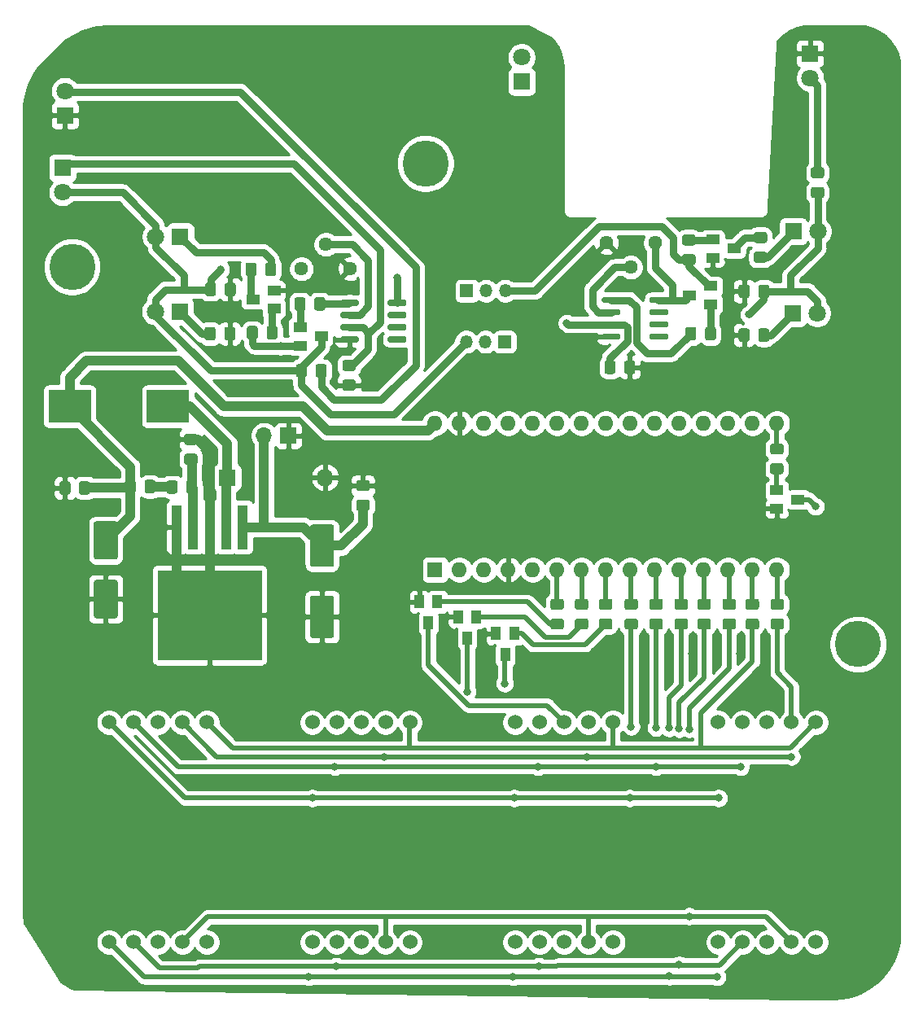
<source format=gbr>
%TF.GenerationSoftware,KiCad,Pcbnew,(5.1.6)-1*%
%TF.CreationDate,2020-12-04T16:37:21+02:00*%
%TF.ProjectId,Tahometrs,5461686f-6d65-4747-9273-2e6b69636164,rev?*%
%TF.SameCoordinates,Original*%
%TF.FileFunction,Copper,L1,Top*%
%TF.FilePolarity,Positive*%
%FSLAX46Y46*%
G04 Gerber Fmt 4.6, Leading zero omitted, Abs format (unit mm)*
G04 Created by KiCad (PCBNEW (5.1.6)-1) date 2020-12-04 16:37:21*
%MOMM*%
%LPD*%
G01*
G04 APERTURE LIST*
%TA.AperFunction,ComponentPad*%
%ADD10C,4.800000*%
%TD*%
%TA.AperFunction,SMDPad,CuDef*%
%ADD11R,1.100000X4.600000*%
%TD*%
%TA.AperFunction,SMDPad,CuDef*%
%ADD12R,10.800000X9.400000*%
%TD*%
%TA.AperFunction,ComponentPad*%
%ADD13R,1.600000X1.600000*%
%TD*%
%TA.AperFunction,ComponentPad*%
%ADD14O,1.600000X1.600000*%
%TD*%
%TA.AperFunction,ComponentPad*%
%ADD15R,1.800000X1.800000*%
%TD*%
%TA.AperFunction,ComponentPad*%
%ADD16C,1.800000*%
%TD*%
%TA.AperFunction,ComponentPad*%
%ADD17O,1.800000X1.800000*%
%TD*%
%TA.AperFunction,ComponentPad*%
%ADD18O,1.350000X1.350000*%
%TD*%
%TA.AperFunction,ComponentPad*%
%ADD19R,1.350000X1.350000*%
%TD*%
%TA.AperFunction,SMDPad,CuDef*%
%ADD20R,1.400000X1.000000*%
%TD*%
%TA.AperFunction,ComponentPad*%
%ADD21C,1.440000*%
%TD*%
%TA.AperFunction,SMDPad,CuDef*%
%ADD22R,1.000000X1.400000*%
%TD*%
%TA.AperFunction,ComponentPad*%
%ADD23C,1.524000*%
%TD*%
%TA.AperFunction,ComponentPad*%
%ADD24R,1.700000X1.700000*%
%TD*%
%TA.AperFunction,ComponentPad*%
%ADD25O,1.700000X1.700000*%
%TD*%
%TA.AperFunction,SMDPad,CuDef*%
%ADD26R,4.400000X3.400000*%
%TD*%
%TA.AperFunction,ViaPad*%
%ADD27C,0.800000*%
%TD*%
%TA.AperFunction,Conductor*%
%ADD28C,1.000000*%
%TD*%
%TA.AperFunction,Conductor*%
%ADD29C,0.500000*%
%TD*%
%TA.AperFunction,Conductor*%
%ADD30C,0.750000*%
%TD*%
%TA.AperFunction,Conductor*%
%ADD31C,0.254000*%
%TD*%
G04 APERTURE END LIST*
D10*
%TO.P,REF\u002A\u002A,1*%
%TO.N,N/C*%
X130750000Y-55750000D03*
%TD*%
%TO.P,REF\u002A\u002A,1*%
%TO.N,N/C*%
X167500000Y-45000000D03*
%TD*%
%TO.P,REF\u002A\u002A,1*%
%TO.N,N/C*%
X212500000Y-95000000D03*
%TD*%
%TO.P,C5,1*%
%TO.N,x*%
%TA.AperFunction,SMDPad,CuDef*%
G36*
G01*
X203275000Y-57849999D02*
X203275000Y-58750001D01*
G75*
G02*
X203025001Y-59000000I-249999J0D01*
G01*
X202374999Y-59000000D01*
G75*
G02*
X202125000Y-58750001I0J249999D01*
G01*
X202125000Y-57849999D01*
G75*
G02*
X202374999Y-57600000I249999J0D01*
G01*
X203025001Y-57600000D01*
G75*
G02*
X203275000Y-57849999I0J-249999D01*
G01*
G37*
%TD.AperFunction*%
%TO.P,C5,2*%
%TO.N,GNDREF*%
%TA.AperFunction,SMDPad,CuDef*%
G36*
G01*
X201225000Y-57849999D02*
X201225000Y-58750001D01*
G75*
G02*
X200975001Y-59000000I-249999J0D01*
G01*
X200324999Y-59000000D01*
G75*
G02*
X200075000Y-58750001I0J249999D01*
G01*
X200075000Y-57849999D01*
G75*
G02*
X200324999Y-57600000I249999J0D01*
G01*
X200975001Y-57600000D01*
G75*
G02*
X201225000Y-57849999I0J-249999D01*
G01*
G37*
%TD.AperFunction*%
%TD*%
%TO.P,R1,2*%
%TO.N,A*%
%TA.AperFunction,SMDPad,CuDef*%
G36*
G01*
X204550001Y-91425000D02*
X203649999Y-91425000D01*
G75*
G02*
X203400000Y-91175001I0J249999D01*
G01*
X203400000Y-90524999D01*
G75*
G02*
X203649999Y-90275000I249999J0D01*
G01*
X204550001Y-90275000D01*
G75*
G02*
X204800000Y-90524999I0J-249999D01*
G01*
X204800000Y-91175001D01*
G75*
G02*
X204550001Y-91425000I-249999J0D01*
G01*
G37*
%TD.AperFunction*%
%TO.P,R1,1*%
%TO.N,Net-(R1-Pad1)*%
%TA.AperFunction,SMDPad,CuDef*%
G36*
G01*
X204550001Y-93475000D02*
X203649999Y-93475000D01*
G75*
G02*
X203400000Y-93225001I0J249999D01*
G01*
X203400000Y-92574999D01*
G75*
G02*
X203649999Y-92325000I249999J0D01*
G01*
X204550001Y-92325000D01*
G75*
G02*
X204800000Y-92574999I0J-249999D01*
G01*
X204800000Y-93225001D01*
G75*
G02*
X204550001Y-93475000I-249999J0D01*
G01*
G37*
%TD.AperFunction*%
%TD*%
%TO.P,R2,1*%
%TO.N,Net-(R2-Pad1)*%
%TA.AperFunction,SMDPad,CuDef*%
G36*
G01*
X201950001Y-93475000D02*
X201049999Y-93475000D01*
G75*
G02*
X200800000Y-93225001I0J249999D01*
G01*
X200800000Y-92574999D01*
G75*
G02*
X201049999Y-92325000I249999J0D01*
G01*
X201950001Y-92325000D01*
G75*
G02*
X202200000Y-92574999I0J-249999D01*
G01*
X202200000Y-93225001D01*
G75*
G02*
X201950001Y-93475000I-249999J0D01*
G01*
G37*
%TD.AperFunction*%
%TO.P,R2,2*%
%TO.N,B*%
%TA.AperFunction,SMDPad,CuDef*%
G36*
G01*
X201950001Y-91425000D02*
X201049999Y-91425000D01*
G75*
G02*
X200800000Y-91175001I0J249999D01*
G01*
X200800000Y-90524999D01*
G75*
G02*
X201049999Y-90275000I249999J0D01*
G01*
X201950001Y-90275000D01*
G75*
G02*
X202200000Y-90524999I0J-249999D01*
G01*
X202200000Y-91175001D01*
G75*
G02*
X201950001Y-91425000I-249999J0D01*
G01*
G37*
%TD.AperFunction*%
%TD*%
%TO.P,R3,2*%
%TO.N,C*%
%TA.AperFunction,SMDPad,CuDef*%
G36*
G01*
X199550001Y-91425000D02*
X198649999Y-91425000D01*
G75*
G02*
X198400000Y-91175001I0J249999D01*
G01*
X198400000Y-90524999D01*
G75*
G02*
X198649999Y-90275000I249999J0D01*
G01*
X199550001Y-90275000D01*
G75*
G02*
X199800000Y-90524999I0J-249999D01*
G01*
X199800000Y-91175001D01*
G75*
G02*
X199550001Y-91425000I-249999J0D01*
G01*
G37*
%TD.AperFunction*%
%TO.P,R3,1*%
%TO.N,Net-(R3-Pad1)*%
%TA.AperFunction,SMDPad,CuDef*%
G36*
G01*
X199550001Y-93475000D02*
X198649999Y-93475000D01*
G75*
G02*
X198400000Y-93225001I0J249999D01*
G01*
X198400000Y-92574999D01*
G75*
G02*
X198649999Y-92325000I249999J0D01*
G01*
X199550001Y-92325000D01*
G75*
G02*
X199800000Y-92574999I0J-249999D01*
G01*
X199800000Y-93225001D01*
G75*
G02*
X199550001Y-93475000I-249999J0D01*
G01*
G37*
%TD.AperFunction*%
%TD*%
%TO.P,R4,1*%
%TO.N,Net-(R4-Pad1)*%
%TA.AperFunction,SMDPad,CuDef*%
G36*
G01*
X196950001Y-93475000D02*
X196049999Y-93475000D01*
G75*
G02*
X195800000Y-93225001I0J249999D01*
G01*
X195800000Y-92574999D01*
G75*
G02*
X196049999Y-92325000I249999J0D01*
G01*
X196950001Y-92325000D01*
G75*
G02*
X197200000Y-92574999I0J-249999D01*
G01*
X197200000Y-93225001D01*
G75*
G02*
X196950001Y-93475000I-249999J0D01*
G01*
G37*
%TD.AperFunction*%
%TO.P,R4,2*%
%TO.N,D*%
%TA.AperFunction,SMDPad,CuDef*%
G36*
G01*
X196950001Y-91425000D02*
X196049999Y-91425000D01*
G75*
G02*
X195800000Y-91175001I0J249999D01*
G01*
X195800000Y-90524999D01*
G75*
G02*
X196049999Y-90275000I249999J0D01*
G01*
X196950001Y-90275000D01*
G75*
G02*
X197200000Y-90524999I0J-249999D01*
G01*
X197200000Y-91175001D01*
G75*
G02*
X196950001Y-91425000I-249999J0D01*
G01*
G37*
%TD.AperFunction*%
%TD*%
%TO.P,R5,1*%
%TO.N,Net-(R5-Pad1)*%
%TA.AperFunction,SMDPad,CuDef*%
G36*
G01*
X194550001Y-93475000D02*
X193649999Y-93475000D01*
G75*
G02*
X193400000Y-93225001I0J249999D01*
G01*
X193400000Y-92574999D01*
G75*
G02*
X193649999Y-92325000I249999J0D01*
G01*
X194550001Y-92325000D01*
G75*
G02*
X194800000Y-92574999I0J-249999D01*
G01*
X194800000Y-93225001D01*
G75*
G02*
X194550001Y-93475000I-249999J0D01*
G01*
G37*
%TD.AperFunction*%
%TO.P,R5,2*%
%TO.N,E*%
%TA.AperFunction,SMDPad,CuDef*%
G36*
G01*
X194550001Y-91425000D02*
X193649999Y-91425000D01*
G75*
G02*
X193400000Y-91175001I0J249999D01*
G01*
X193400000Y-90524999D01*
G75*
G02*
X193649999Y-90275000I249999J0D01*
G01*
X194550001Y-90275000D01*
G75*
G02*
X194800000Y-90524999I0J-249999D01*
G01*
X194800000Y-91175001D01*
G75*
G02*
X194550001Y-91425000I-249999J0D01*
G01*
G37*
%TD.AperFunction*%
%TD*%
%TO.P,R6,2*%
%TO.N,F*%
%TA.AperFunction,SMDPad,CuDef*%
G36*
G01*
X191950001Y-91425000D02*
X191049999Y-91425000D01*
G75*
G02*
X190800000Y-91175001I0J249999D01*
G01*
X190800000Y-90524999D01*
G75*
G02*
X191049999Y-90275000I249999J0D01*
G01*
X191950001Y-90275000D01*
G75*
G02*
X192200000Y-90524999I0J-249999D01*
G01*
X192200000Y-91175001D01*
G75*
G02*
X191950001Y-91425000I-249999J0D01*
G01*
G37*
%TD.AperFunction*%
%TO.P,R6,1*%
%TO.N,Net-(R6-Pad1)*%
%TA.AperFunction,SMDPad,CuDef*%
G36*
G01*
X191950001Y-93475000D02*
X191049999Y-93475000D01*
G75*
G02*
X190800000Y-93225001I0J249999D01*
G01*
X190800000Y-92574999D01*
G75*
G02*
X191049999Y-92325000I249999J0D01*
G01*
X191950001Y-92325000D01*
G75*
G02*
X192200000Y-92574999I0J-249999D01*
G01*
X192200000Y-93225001D01*
G75*
G02*
X191950001Y-93475000I-249999J0D01*
G01*
G37*
%TD.AperFunction*%
%TD*%
%TO.P,R7,1*%
%TO.N,Net-(R7-Pad1)*%
%TA.AperFunction,SMDPad,CuDef*%
G36*
G01*
X189350001Y-93475000D02*
X188449999Y-93475000D01*
G75*
G02*
X188200000Y-93225001I0J249999D01*
G01*
X188200000Y-92574999D01*
G75*
G02*
X188449999Y-92325000I249999J0D01*
G01*
X189350001Y-92325000D01*
G75*
G02*
X189600000Y-92574999I0J-249999D01*
G01*
X189600000Y-93225001D01*
G75*
G02*
X189350001Y-93475000I-249999J0D01*
G01*
G37*
%TD.AperFunction*%
%TO.P,R7,2*%
%TO.N,G*%
%TA.AperFunction,SMDPad,CuDef*%
G36*
G01*
X189350001Y-91425000D02*
X188449999Y-91425000D01*
G75*
G02*
X188200000Y-91175001I0J249999D01*
G01*
X188200000Y-90524999D01*
G75*
G02*
X188449999Y-90275000I249999J0D01*
G01*
X189350001Y-90275000D01*
G75*
G02*
X189600000Y-90524999I0J-249999D01*
G01*
X189600000Y-91175001D01*
G75*
G02*
X189350001Y-91425000I-249999J0D01*
G01*
G37*
%TD.AperFunction*%
%TD*%
%TO.P,R17,1*%
%TO.N,x*%
%TA.AperFunction,SMDPad,CuDef*%
G36*
G01*
X208730001Y-48590000D02*
X207829999Y-48590000D01*
G75*
G02*
X207580000Y-48340001I0J249999D01*
G01*
X207580000Y-47689999D01*
G75*
G02*
X207829999Y-47440000I249999J0D01*
G01*
X208730001Y-47440000D01*
G75*
G02*
X208980000Y-47689999I0J-249999D01*
G01*
X208980000Y-48340001D01*
G75*
G02*
X208730001Y-48590000I-249999J0D01*
G01*
G37*
%TD.AperFunction*%
%TO.P,R17,2*%
%TO.N,Net-(D4-Pad2)*%
%TA.AperFunction,SMDPad,CuDef*%
G36*
G01*
X208730001Y-46540000D02*
X207829999Y-46540000D01*
G75*
G02*
X207580000Y-46290001I0J249999D01*
G01*
X207580000Y-45639999D01*
G75*
G02*
X207829999Y-45390000I249999J0D01*
G01*
X208730001Y-45390000D01*
G75*
G02*
X208980000Y-45639999I0J-249999D01*
G01*
X208980000Y-46290001D01*
G75*
G02*
X208730001Y-46540000I-249999J0D01*
G01*
G37*
%TD.AperFunction*%
%TD*%
%TO.P,R19,2*%
%TO.N,GNDREF*%
%TA.AperFunction,SMDPad,CuDef*%
G36*
G01*
X188175000Y-66650001D02*
X188175000Y-65749999D01*
G75*
G02*
X188424999Y-65500000I249999J0D01*
G01*
X189075001Y-65500000D01*
G75*
G02*
X189325000Y-65749999I0J-249999D01*
G01*
X189325000Y-66650001D01*
G75*
G02*
X189075001Y-66900000I-249999J0D01*
G01*
X188424999Y-66900000D01*
G75*
G02*
X188175000Y-66650001I0J249999D01*
G01*
G37*
%TD.AperFunction*%
%TO.P,R19,1*%
%TO.N,Net-(D9-Pad1)*%
%TA.AperFunction,SMDPad,CuDef*%
G36*
G01*
X186125000Y-66650001D02*
X186125000Y-65749999D01*
G75*
G02*
X186374999Y-65500000I249999J0D01*
G01*
X187025001Y-65500000D01*
G75*
G02*
X187275000Y-65749999I0J-249999D01*
G01*
X187275000Y-66650001D01*
G75*
G02*
X187025001Y-66900000I-249999J0D01*
G01*
X186374999Y-66900000D01*
G75*
G02*
X186125000Y-66650001I0J249999D01*
G01*
G37*
%TD.AperFunction*%
%TD*%
D11*
%TO.P,U4,1*%
%TO.N,Net-(C1-Pad1)*%
X148450000Y-82825000D03*
%TO.P,U4,2*%
%TO.N,Net-(D5-Pad1)*%
X146750000Y-82825000D03*
%TO.P,U4,3*%
%TO.N,GNDREF*%
X145050000Y-82825000D03*
%TO.P,U4,4*%
%TO.N,Net-(R11-Pad2)*%
X143350000Y-82825000D03*
%TO.P,U4,5*%
%TO.N,GNDREF*%
X141650000Y-82825000D03*
D12*
%TO.P,U4,3*%
X145050000Y-91975000D03*
%TD*%
%TO.P,U7,1*%
%TO.N,Net-(R22-Pad2)*%
%TA.AperFunction,SMDPad,CuDef*%
G36*
G01*
X185850000Y-59345000D02*
X185850000Y-59045000D01*
G75*
G02*
X186000000Y-58895000I150000J0D01*
G01*
X187650000Y-58895000D01*
G75*
G02*
X187800000Y-59045000I0J-150000D01*
G01*
X187800000Y-59345000D01*
G75*
G02*
X187650000Y-59495000I-150000J0D01*
G01*
X186000000Y-59495000D01*
G75*
G02*
X185850000Y-59345000I0J150000D01*
G01*
G37*
%TD.AperFunction*%
%TO.P,U7,2*%
%TO.N,Net-(RV2-Pad2)*%
%TA.AperFunction,SMDPad,CuDef*%
G36*
G01*
X185850000Y-60615000D02*
X185850000Y-60315000D01*
G75*
G02*
X186000000Y-60165000I150000J0D01*
G01*
X187650000Y-60165000D01*
G75*
G02*
X187800000Y-60315000I0J-150000D01*
G01*
X187800000Y-60615000D01*
G75*
G02*
X187650000Y-60765000I-150000J0D01*
G01*
X186000000Y-60765000D01*
G75*
G02*
X185850000Y-60615000I0J150000D01*
G01*
G37*
%TD.AperFunction*%
%TO.P,U7,3*%
%TO.N,Net-(D9-Pad1)*%
%TA.AperFunction,SMDPad,CuDef*%
G36*
G01*
X185850000Y-61885000D02*
X185850000Y-61585000D01*
G75*
G02*
X186000000Y-61435000I150000J0D01*
G01*
X187650000Y-61435000D01*
G75*
G02*
X187800000Y-61585000I0J-150000D01*
G01*
X187800000Y-61885000D01*
G75*
G02*
X187650000Y-62035000I-150000J0D01*
G01*
X186000000Y-62035000D01*
G75*
G02*
X185850000Y-61885000I0J150000D01*
G01*
G37*
%TD.AperFunction*%
%TO.P,U7,4*%
%TO.N,GNDREF*%
%TA.AperFunction,SMDPad,CuDef*%
G36*
G01*
X185850000Y-63155000D02*
X185850000Y-62855000D01*
G75*
G02*
X186000000Y-62705000I150000J0D01*
G01*
X187650000Y-62705000D01*
G75*
G02*
X187800000Y-62855000I0J-150000D01*
G01*
X187800000Y-63155000D01*
G75*
G02*
X187650000Y-63305000I-150000J0D01*
G01*
X186000000Y-63305000D01*
G75*
G02*
X185850000Y-63155000I0J150000D01*
G01*
G37*
%TD.AperFunction*%
%TO.P,U7,5*%
%TO.N,N/C*%
%TA.AperFunction,SMDPad,CuDef*%
G36*
G01*
X190800000Y-63155000D02*
X190800000Y-62855000D01*
G75*
G02*
X190950000Y-62705000I150000J0D01*
G01*
X192600000Y-62705000D01*
G75*
G02*
X192750000Y-62855000I0J-150000D01*
G01*
X192750000Y-63155000D01*
G75*
G02*
X192600000Y-63305000I-150000J0D01*
G01*
X190950000Y-63305000D01*
G75*
G02*
X190800000Y-63155000I0J150000D01*
G01*
G37*
%TD.AperFunction*%
%TO.P,U7,6*%
%TA.AperFunction,SMDPad,CuDef*%
G36*
G01*
X190800000Y-61885000D02*
X190800000Y-61585000D01*
G75*
G02*
X190950000Y-61435000I150000J0D01*
G01*
X192600000Y-61435000D01*
G75*
G02*
X192750000Y-61585000I0J-150000D01*
G01*
X192750000Y-61885000D01*
G75*
G02*
X192600000Y-62035000I-150000J0D01*
G01*
X190950000Y-62035000D01*
G75*
G02*
X190800000Y-61885000I0J150000D01*
G01*
G37*
%TD.AperFunction*%
%TO.P,U7,7*%
%TA.AperFunction,SMDPad,CuDef*%
G36*
G01*
X190800000Y-60615000D02*
X190800000Y-60315000D01*
G75*
G02*
X190950000Y-60165000I150000J0D01*
G01*
X192600000Y-60165000D01*
G75*
G02*
X192750000Y-60315000I0J-150000D01*
G01*
X192750000Y-60615000D01*
G75*
G02*
X192600000Y-60765000I-150000J0D01*
G01*
X190950000Y-60765000D01*
G75*
G02*
X190800000Y-60615000I0J150000D01*
G01*
G37*
%TD.AperFunction*%
%TO.P,U7,8*%
%TO.N,x*%
%TA.AperFunction,SMDPad,CuDef*%
G36*
G01*
X190800000Y-59345000D02*
X190800000Y-59045000D01*
G75*
G02*
X190950000Y-58895000I150000J0D01*
G01*
X192600000Y-58895000D01*
G75*
G02*
X192750000Y-59045000I0J-150000D01*
G01*
X192750000Y-59345000D01*
G75*
G02*
X192600000Y-59495000I-150000J0D01*
G01*
X190950000Y-59495000D01*
G75*
G02*
X190800000Y-59345000I0J150000D01*
G01*
G37*
%TD.AperFunction*%
%TD*%
D13*
%TO.P,A1,1*%
%TO.N,Net-(A1-Pad1)*%
X168500000Y-87250000D03*
D14*
%TO.P,A1,17*%
%TO.N,Net-(A1-Pad17)*%
X201520000Y-72010000D03*
%TO.P,A1,2*%
%TO.N,Net-(A1-Pad2)*%
X171040000Y-87250000D03*
%TO.P,A1,18*%
%TO.N,Net-(A1-Pad18)*%
X198980000Y-72010000D03*
%TO.P,A1,3*%
%TO.N,Net-(A1-Pad3)*%
X173580000Y-87250000D03*
%TO.P,A1,19*%
%TO.N,Net-(A1-Pad19)*%
X196440000Y-72010000D03*
%TO.P,A1,4*%
%TO.N,GNDREF*%
X176120000Y-87250000D03*
%TO.P,A1,20*%
%TO.N,Net-(A1-Pad20)*%
X193900000Y-72010000D03*
%TO.P,A1,5*%
%TO.N,Net-(A1-Pad5)*%
X178660000Y-87250000D03*
%TO.P,A1,21*%
%TO.N,Net-(A1-Pad21)*%
X191360000Y-72010000D03*
%TO.P,A1,6*%
%TO.N,D3*%
X181200000Y-87250000D03*
%TO.P,A1,22*%
%TO.N,Net-(A1-Pad22)*%
X188820000Y-72010000D03*
%TO.P,A1,7*%
%TO.N,D2*%
X183740000Y-87250000D03*
%TO.P,A1,23*%
%TO.N,Net-(A1-Pad23)*%
X186280000Y-72010000D03*
%TO.P,A1,8*%
%TO.N,D1*%
X186280000Y-87250000D03*
%TO.P,A1,24*%
%TO.N,Net-(A1-Pad24)*%
X183740000Y-72010000D03*
%TO.P,A1,9*%
%TO.N,G*%
X188820000Y-87250000D03*
%TO.P,A1,25*%
%TO.N,Net-(A1-Pad25)*%
X181200000Y-72010000D03*
%TO.P,A1,10*%
%TO.N,F*%
X191360000Y-87250000D03*
%TO.P,A1,26*%
%TO.N,Net-(A1-Pad26)*%
X178660000Y-72010000D03*
%TO.P,A1,11*%
%TO.N,E*%
X193900000Y-87250000D03*
%TO.P,A1,27*%
%TO.N,Net-(A1-Pad27)*%
X176120000Y-72010000D03*
%TO.P,A1,12*%
%TO.N,D*%
X196440000Y-87250000D03*
%TO.P,A1,28*%
%TO.N,Net-(A1-Pad28)*%
X173580000Y-72010000D03*
%TO.P,A1,13*%
%TO.N,C*%
X198980000Y-87250000D03*
%TO.P,A1,29*%
%TO.N,GNDREF*%
X171040000Y-72010000D03*
%TO.P,A1,14*%
%TO.N,B*%
X201520000Y-87250000D03*
%TO.P,A1,30*%
%TO.N,5V*%
X168500000Y-72010000D03*
%TO.P,A1,15*%
%TO.N,A*%
X204060000Y-87250000D03*
%TO.P,A1,16*%
%TO.N,D4*%
X204060000Y-72010000D03*
%TD*%
%TO.P,C1,1*%
%TO.N,Net-(C1-Pad1)*%
%TA.AperFunction,SMDPad,CuDef*%
G36*
G01*
X155750000Y-82550000D02*
X157750000Y-82550000D01*
G75*
G02*
X158000000Y-82800000I0J-250000D01*
G01*
X158000000Y-86700000D01*
G75*
G02*
X157750000Y-86950000I-250000J0D01*
G01*
X155750000Y-86950000D01*
G75*
G02*
X155500000Y-86700000I0J250000D01*
G01*
X155500000Y-82800000D01*
G75*
G02*
X155750000Y-82550000I250000J0D01*
G01*
G37*
%TD.AperFunction*%
%TO.P,C1,2*%
%TO.N,GNDREF*%
%TA.AperFunction,SMDPad,CuDef*%
G36*
G01*
X155750000Y-89950000D02*
X157750000Y-89950000D01*
G75*
G02*
X158000000Y-90200000I0J-250000D01*
G01*
X158000000Y-94100000D01*
G75*
G02*
X157750000Y-94350000I-250000J0D01*
G01*
X155750000Y-94350000D01*
G75*
G02*
X155500000Y-94100000I0J250000D01*
G01*
X155500000Y-90200000D01*
G75*
G02*
X155750000Y-89950000I250000J0D01*
G01*
G37*
%TD.AperFunction*%
%TD*%
%TO.P,C2,1*%
%TO.N,5V*%
%TA.AperFunction,SMDPad,CuDef*%
G36*
G01*
X133250000Y-82200000D02*
X135250000Y-82200000D01*
G75*
G02*
X135500000Y-82450000I0J-250000D01*
G01*
X135500000Y-85950000D01*
G75*
G02*
X135250000Y-86200000I-250000J0D01*
G01*
X133250000Y-86200000D01*
G75*
G02*
X133000000Y-85950000I0J250000D01*
G01*
X133000000Y-82450000D01*
G75*
G02*
X133250000Y-82200000I250000J0D01*
G01*
G37*
%TD.AperFunction*%
%TO.P,C2,2*%
%TO.N,GNDREF*%
%TA.AperFunction,SMDPad,CuDef*%
G36*
G01*
X133250000Y-88300000D02*
X135250000Y-88300000D01*
G75*
G02*
X135500000Y-88550000I0J-250000D01*
G01*
X135500000Y-92050000D01*
G75*
G02*
X135250000Y-92300000I-250000J0D01*
G01*
X133250000Y-92300000D01*
G75*
G02*
X133000000Y-92050000I0J250000D01*
G01*
X133000000Y-88550000D01*
G75*
G02*
X133250000Y-88300000I250000J0D01*
G01*
G37*
%TD.AperFunction*%
%TD*%
%TO.P,C4,1*%
%TO.N,=*%
%TA.AperFunction,SMDPad,CuDef*%
G36*
G01*
X144575000Y-58550001D02*
X144575000Y-57649999D01*
G75*
G02*
X144824999Y-57400000I249999J0D01*
G01*
X145475001Y-57400000D01*
G75*
G02*
X145725000Y-57649999I0J-249999D01*
G01*
X145725000Y-58550001D01*
G75*
G02*
X145475001Y-58800000I-249999J0D01*
G01*
X144824999Y-58800000D01*
G75*
G02*
X144575000Y-58550001I0J249999D01*
G01*
G37*
%TD.AperFunction*%
%TO.P,C4,2*%
%TO.N,GNDREF*%
%TA.AperFunction,SMDPad,CuDef*%
G36*
G01*
X146625000Y-58550001D02*
X146625000Y-57649999D01*
G75*
G02*
X146874999Y-57400000I249999J0D01*
G01*
X147525001Y-57400000D01*
G75*
G02*
X147775000Y-57649999I0J-249999D01*
G01*
X147775000Y-58550001D01*
G75*
G02*
X147525001Y-58800000I-249999J0D01*
G01*
X146874999Y-58800000D01*
G75*
G02*
X146625000Y-58550001I0J249999D01*
G01*
G37*
%TD.AperFunction*%
%TD*%
D15*
%TO.P,D2,1*%
%TO.N,Net-(D2-Pad1)*%
X205710000Y-60550000D03*
D16*
%TO.P,D2,2*%
%TO.N,x*%
X208250000Y-60550000D03*
%TD*%
%TO.P,D3,2*%
%TO.N,Net-(D3-Pad2)*%
X130000000Y-37460000D03*
D15*
%TO.P,D3,1*%
%TO.N,GNDREF*%
X130000000Y-40000000D03*
%TD*%
D16*
%TO.P,D4,2*%
%TO.N,Net-(D4-Pad2)*%
X207500000Y-36100000D03*
D15*
%TO.P,D4,1*%
%TO.N,GNDREF*%
X207500000Y-33560000D03*
%TD*%
%TO.P,D5,1*%
%TO.N,Net-(D5-Pad1)*%
X146900000Y-77650000D03*
D17*
%TO.P,D5,2*%
%TO.N,GNDREF*%
X157060000Y-77650000D03*
%TD*%
D18*
%TO.P,J1,3*%
%TO.N,D_out*%
X175800000Y-58250000D03*
%TO.P,J1,2*%
%TO.N,Net-(A1-Pad5)*%
X173800000Y-58250000D03*
D19*
%TO.P,J1,1*%
%TO.N,D_out2*%
X171800000Y-58250000D03*
%TD*%
%TO.P,J3,1*%
%TO.N,x*%
X175750000Y-63550000D03*
D18*
%TO.P,J3,2*%
%TO.N,5V*%
X173750000Y-63550000D03*
%TO.P,J3,3*%
%TO.N,=*%
X171750000Y-63550000D03*
%TD*%
D20*
%TO.P,Q7,3*%
%TO.N,Net-(Q7-Pad3)*%
X149550000Y-59150000D03*
%TO.P,Q7,2*%
%TO.N,GNDREF*%
X151750000Y-58200000D03*
%TO.P,Q7,1*%
%TO.N,Net-(Q7-Pad1)*%
X151750000Y-60100000D03*
%TD*%
%TO.P,Q8,1*%
%TO.N,Net-(Q8-Pad1)*%
X197400000Y-52900000D03*
%TO.P,Q8,2*%
%TO.N,GNDREF*%
X197400000Y-54800000D03*
%TO.P,Q8,3*%
%TO.N,Net-(Q8-Pad3)*%
X199600000Y-53850000D03*
%TD*%
%TO.P,Q9,1*%
%TO.N,Net-(Q9-Pad1)*%
X154450000Y-62050000D03*
%TO.P,Q9,2*%
%TO.N,D_out2*%
X154450000Y-63950000D03*
%TO.P,Q9,3*%
%TO.N,=*%
X156650000Y-63000000D03*
%TD*%
%TO.P,Q10,3*%
%TO.N,x*%
X195000000Y-58700000D03*
%TO.P,Q10,2*%
%TO.N,D_out*%
X197200000Y-57750000D03*
%TO.P,Q10,1*%
%TO.N,Net-(Q10-Pad1)*%
X197200000Y-59650000D03*
%TD*%
%TO.P,R8,2*%
%TO.N,D1*%
%TA.AperFunction,SMDPad,CuDef*%
G36*
G01*
X186700001Y-91425000D02*
X185799999Y-91425000D01*
G75*
G02*
X185550000Y-91175001I0J249999D01*
G01*
X185550000Y-90524999D01*
G75*
G02*
X185799999Y-90275000I249999J0D01*
G01*
X186700001Y-90275000D01*
G75*
G02*
X186950000Y-90524999I0J-249999D01*
G01*
X186950000Y-91175001D01*
G75*
G02*
X186700001Y-91425000I-249999J0D01*
G01*
G37*
%TD.AperFunction*%
%TO.P,R8,1*%
%TO.N,Net-(Q1-Pad1)*%
%TA.AperFunction,SMDPad,CuDef*%
G36*
G01*
X186700001Y-93475000D02*
X185799999Y-93475000D01*
G75*
G02*
X185550000Y-93225001I0J249999D01*
G01*
X185550000Y-92574999D01*
G75*
G02*
X185799999Y-92325000I249999J0D01*
G01*
X186700001Y-92325000D01*
G75*
G02*
X186950000Y-92574999I0J-249999D01*
G01*
X186950000Y-93225001D01*
G75*
G02*
X186700001Y-93475000I-249999J0D01*
G01*
G37*
%TD.AperFunction*%
%TD*%
%TO.P,R9,1*%
%TO.N,Net-(Q2-Pad1)*%
%TA.AperFunction,SMDPad,CuDef*%
G36*
G01*
X184200001Y-93475000D02*
X183299999Y-93475000D01*
G75*
G02*
X183050000Y-93225001I0J249999D01*
G01*
X183050000Y-92574999D01*
G75*
G02*
X183299999Y-92325000I249999J0D01*
G01*
X184200001Y-92325000D01*
G75*
G02*
X184450000Y-92574999I0J-249999D01*
G01*
X184450000Y-93225001D01*
G75*
G02*
X184200001Y-93475000I-249999J0D01*
G01*
G37*
%TD.AperFunction*%
%TO.P,R9,2*%
%TO.N,D2*%
%TA.AperFunction,SMDPad,CuDef*%
G36*
G01*
X184200001Y-91425000D02*
X183299999Y-91425000D01*
G75*
G02*
X183050000Y-91175001I0J249999D01*
G01*
X183050000Y-90524999D01*
G75*
G02*
X183299999Y-90275000I249999J0D01*
G01*
X184200001Y-90275000D01*
G75*
G02*
X184450000Y-90524999I0J-249999D01*
G01*
X184450000Y-91175001D01*
G75*
G02*
X184200001Y-91425000I-249999J0D01*
G01*
G37*
%TD.AperFunction*%
%TD*%
%TO.P,R10,2*%
%TO.N,D3*%
%TA.AperFunction,SMDPad,CuDef*%
G36*
G01*
X181650001Y-91425000D02*
X180749999Y-91425000D01*
G75*
G02*
X180500000Y-91175001I0J249999D01*
G01*
X180500000Y-90524999D01*
G75*
G02*
X180749999Y-90275000I249999J0D01*
G01*
X181650001Y-90275000D01*
G75*
G02*
X181900000Y-90524999I0J-249999D01*
G01*
X181900000Y-91175001D01*
G75*
G02*
X181650001Y-91425000I-249999J0D01*
G01*
G37*
%TD.AperFunction*%
%TO.P,R10,1*%
%TO.N,Net-(Q3-Pad1)*%
%TA.AperFunction,SMDPad,CuDef*%
G36*
G01*
X181650001Y-93475000D02*
X180749999Y-93475000D01*
G75*
G02*
X180500000Y-93225001I0J249999D01*
G01*
X180500000Y-92574999D01*
G75*
G02*
X180749999Y-92325000I249999J0D01*
G01*
X181650001Y-92325000D01*
G75*
G02*
X181900000Y-92574999I0J-249999D01*
G01*
X181900000Y-93225001D01*
G75*
G02*
X181650001Y-93475000I-249999J0D01*
G01*
G37*
%TD.AperFunction*%
%TD*%
%TO.P,R11,1*%
%TO.N,GNDREF*%
%TA.AperFunction,SMDPad,CuDef*%
G36*
G01*
X142649999Y-73125000D02*
X143550001Y-73125000D01*
G75*
G02*
X143800000Y-73374999I0J-249999D01*
G01*
X143800000Y-74025001D01*
G75*
G02*
X143550001Y-74275000I-249999J0D01*
G01*
X142649999Y-74275000D01*
G75*
G02*
X142400000Y-74025001I0J249999D01*
G01*
X142400000Y-73374999D01*
G75*
G02*
X142649999Y-73125000I249999J0D01*
G01*
G37*
%TD.AperFunction*%
%TO.P,R11,2*%
%TO.N,Net-(R11-Pad2)*%
%TA.AperFunction,SMDPad,CuDef*%
G36*
G01*
X142649999Y-75175000D02*
X143550001Y-75175000D01*
G75*
G02*
X143800000Y-75424999I0J-249999D01*
G01*
X143800000Y-76075001D01*
G75*
G02*
X143550001Y-76325000I-249999J0D01*
G01*
X142649999Y-76325000D01*
G75*
G02*
X142400000Y-76075001I0J249999D01*
G01*
X142400000Y-75424999D01*
G75*
G02*
X142649999Y-75175000I249999J0D01*
G01*
G37*
%TD.AperFunction*%
%TD*%
%TO.P,R12,2*%
%TO.N,Net-(R11-Pad2)*%
%TA.AperFunction,SMDPad,CuDef*%
G36*
G01*
X142625000Y-79100001D02*
X142625000Y-78199999D01*
G75*
G02*
X142874999Y-77950000I249999J0D01*
G01*
X143525001Y-77950000D01*
G75*
G02*
X143775000Y-78199999I0J-249999D01*
G01*
X143775000Y-79100001D01*
G75*
G02*
X143525001Y-79350000I-249999J0D01*
G01*
X142874999Y-79350000D01*
G75*
G02*
X142625000Y-79100001I0J249999D01*
G01*
G37*
%TD.AperFunction*%
%TO.P,R12,1*%
%TO.N,Net-(R12-Pad1)*%
%TA.AperFunction,SMDPad,CuDef*%
G36*
G01*
X140575000Y-79100001D02*
X140575000Y-78199999D01*
G75*
G02*
X140824999Y-77950000I249999J0D01*
G01*
X141475001Y-77950000D01*
G75*
G02*
X141725000Y-78199999I0J-249999D01*
G01*
X141725000Y-79100001D01*
G75*
G02*
X141475001Y-79350000I-249999J0D01*
G01*
X140824999Y-79350000D01*
G75*
G02*
X140575000Y-79100001I0J249999D01*
G01*
G37*
%TD.AperFunction*%
%TD*%
%TO.P,R13,1*%
%TO.N,Net-(Q4-Pad1)*%
%TA.AperFunction,SMDPad,CuDef*%
G36*
G01*
X204500001Y-77325000D02*
X203599999Y-77325000D01*
G75*
G02*
X203350000Y-77075001I0J249999D01*
G01*
X203350000Y-76424999D01*
G75*
G02*
X203599999Y-76175000I249999J0D01*
G01*
X204500001Y-76175000D01*
G75*
G02*
X204750000Y-76424999I0J-249999D01*
G01*
X204750000Y-77075001D01*
G75*
G02*
X204500001Y-77325000I-249999J0D01*
G01*
G37*
%TD.AperFunction*%
%TO.P,R13,2*%
%TO.N,D4*%
%TA.AperFunction,SMDPad,CuDef*%
G36*
G01*
X204500001Y-75275000D02*
X203599999Y-75275000D01*
G75*
G02*
X203350000Y-75025001I0J249999D01*
G01*
X203350000Y-74374999D01*
G75*
G02*
X203599999Y-74125000I249999J0D01*
G01*
X204500001Y-74125000D01*
G75*
G02*
X204750000Y-74374999I0J-249999D01*
G01*
X204750000Y-75025001D01*
G75*
G02*
X204500001Y-75275000I-249999J0D01*
G01*
G37*
%TD.AperFunction*%
%TD*%
%TO.P,R14,1*%
%TO.N,Net-(D1-Pad1)*%
%TA.AperFunction,SMDPad,CuDef*%
G36*
G01*
X144525000Y-63150001D02*
X144525000Y-62249999D01*
G75*
G02*
X144774999Y-62000000I249999J0D01*
G01*
X145425001Y-62000000D01*
G75*
G02*
X145675000Y-62249999I0J-249999D01*
G01*
X145675000Y-63150001D01*
G75*
G02*
X145425001Y-63400000I-249999J0D01*
G01*
X144774999Y-63400000D01*
G75*
G02*
X144525000Y-63150001I0J249999D01*
G01*
G37*
%TD.AperFunction*%
%TO.P,R14,2*%
%TO.N,GNDREF*%
%TA.AperFunction,SMDPad,CuDef*%
G36*
G01*
X146575000Y-63150001D02*
X146575000Y-62249999D01*
G75*
G02*
X146824999Y-62000000I249999J0D01*
G01*
X147475001Y-62000000D01*
G75*
G02*
X147725000Y-62249999I0J-249999D01*
G01*
X147725000Y-63150001D01*
G75*
G02*
X147475001Y-63400000I-249999J0D01*
G01*
X146824999Y-63400000D01*
G75*
G02*
X146575000Y-63150001I0J249999D01*
G01*
G37*
%TD.AperFunction*%
%TD*%
%TO.P,R15,2*%
%TO.N,GNDREF*%
%TA.AperFunction,SMDPad,CuDef*%
G36*
G01*
X201225000Y-62399999D02*
X201225000Y-63300001D01*
G75*
G02*
X200975001Y-63550000I-249999J0D01*
G01*
X200324999Y-63550000D01*
G75*
G02*
X200075000Y-63300001I0J249999D01*
G01*
X200075000Y-62399999D01*
G75*
G02*
X200324999Y-62150000I249999J0D01*
G01*
X200975001Y-62150000D01*
G75*
G02*
X201225000Y-62399999I0J-249999D01*
G01*
G37*
%TD.AperFunction*%
%TO.P,R15,1*%
%TO.N,Net-(D2-Pad1)*%
%TA.AperFunction,SMDPad,CuDef*%
G36*
G01*
X203275000Y-62399999D02*
X203275000Y-63300001D01*
G75*
G02*
X203025001Y-63550000I-249999J0D01*
G01*
X202374999Y-63550000D01*
G75*
G02*
X202125000Y-63300001I0J249999D01*
G01*
X202125000Y-62399999D01*
G75*
G02*
X202374999Y-62150000I249999J0D01*
G01*
X203025001Y-62150000D01*
G75*
G02*
X203275000Y-62399999I0J-249999D01*
G01*
G37*
%TD.AperFunction*%
%TD*%
%TO.P,R16,2*%
%TO.N,Net-(D3-Pad2)*%
%TA.AperFunction,SMDPad,CuDef*%
G36*
G01*
X156075000Y-67000001D02*
X156075000Y-66099999D01*
G75*
G02*
X156324999Y-65850000I249999J0D01*
G01*
X156975001Y-65850000D01*
G75*
G02*
X157225000Y-66099999I0J-249999D01*
G01*
X157225000Y-67000001D01*
G75*
G02*
X156975001Y-67250000I-249999J0D01*
G01*
X156324999Y-67250000D01*
G75*
G02*
X156075000Y-67000001I0J249999D01*
G01*
G37*
%TD.AperFunction*%
%TO.P,R16,1*%
%TO.N,=*%
%TA.AperFunction,SMDPad,CuDef*%
G36*
G01*
X154025000Y-67000001D02*
X154025000Y-66099999D01*
G75*
G02*
X154274999Y-65850000I249999J0D01*
G01*
X154925001Y-65850000D01*
G75*
G02*
X155175000Y-66099999I0J-249999D01*
G01*
X155175000Y-67000001D01*
G75*
G02*
X154925001Y-67250000I-249999J0D01*
G01*
X154274999Y-67250000D01*
G75*
G02*
X154025000Y-67000001I0J249999D01*
G01*
G37*
%TD.AperFunction*%
%TD*%
%TO.P,R18,1*%
%TO.N,Net-(D8-Pad1)*%
%TA.AperFunction,SMDPad,CuDef*%
G36*
G01*
X159099999Y-65425000D02*
X160000001Y-65425000D01*
G75*
G02*
X160250000Y-65674999I0J-249999D01*
G01*
X160250000Y-66325001D01*
G75*
G02*
X160000001Y-66575000I-249999J0D01*
G01*
X159099999Y-66575000D01*
G75*
G02*
X158850000Y-66325001I0J249999D01*
G01*
X158850000Y-65674999D01*
G75*
G02*
X159099999Y-65425000I249999J0D01*
G01*
G37*
%TD.AperFunction*%
%TO.P,R18,2*%
%TO.N,GNDREF*%
%TA.AperFunction,SMDPad,CuDef*%
G36*
G01*
X159099999Y-67475000D02*
X160000001Y-67475000D01*
G75*
G02*
X160250000Y-67724999I0J-249999D01*
G01*
X160250000Y-68375001D01*
G75*
G02*
X160000001Y-68625000I-249999J0D01*
G01*
X159099999Y-68625000D01*
G75*
G02*
X158850000Y-68375001I0J249999D01*
G01*
X158850000Y-67724999D01*
G75*
G02*
X159099999Y-67475000I249999J0D01*
G01*
G37*
%TD.AperFunction*%
%TD*%
%TO.P,R20,1*%
%TO.N,5V*%
%TA.AperFunction,SMDPad,CuDef*%
G36*
G01*
X136225000Y-79050001D02*
X136225000Y-78149999D01*
G75*
G02*
X136474999Y-77900000I249999J0D01*
G01*
X137125001Y-77900000D01*
G75*
G02*
X137375000Y-78149999I0J-249999D01*
G01*
X137375000Y-79050001D01*
G75*
G02*
X137125001Y-79300000I-249999J0D01*
G01*
X136474999Y-79300000D01*
G75*
G02*
X136225000Y-79050001I0J249999D01*
G01*
G37*
%TD.AperFunction*%
%TO.P,R20,2*%
%TO.N,Net-(R12-Pad1)*%
%TA.AperFunction,SMDPad,CuDef*%
G36*
G01*
X138275000Y-79050001D02*
X138275000Y-78149999D01*
G75*
G02*
X138524999Y-77900000I249999J0D01*
G01*
X139175001Y-77900000D01*
G75*
G02*
X139425000Y-78149999I0J-249999D01*
G01*
X139425000Y-79050001D01*
G75*
G02*
X139175001Y-79300000I-249999J0D01*
G01*
X138524999Y-79300000D01*
G75*
G02*
X138275000Y-79050001I0J249999D01*
G01*
G37*
%TD.AperFunction*%
%TD*%
%TO.P,R21,2*%
%TO.N,Net-(R21-Pad2)*%
%TA.AperFunction,SMDPad,CuDef*%
G36*
G01*
X155925000Y-60050001D02*
X155925000Y-59149999D01*
G75*
G02*
X156174999Y-58900000I249999J0D01*
G01*
X156825001Y-58900000D01*
G75*
G02*
X157075000Y-59149999I0J-249999D01*
G01*
X157075000Y-60050001D01*
G75*
G02*
X156825001Y-60300000I-249999J0D01*
G01*
X156174999Y-60300000D01*
G75*
G02*
X155925000Y-60050001I0J249999D01*
G01*
G37*
%TD.AperFunction*%
%TO.P,R21,1*%
%TO.N,Net-(Q9-Pad1)*%
%TA.AperFunction,SMDPad,CuDef*%
G36*
G01*
X153875000Y-60050001D02*
X153875000Y-59149999D01*
G75*
G02*
X154124999Y-58900000I249999J0D01*
G01*
X154775001Y-58900000D01*
G75*
G02*
X155025000Y-59149999I0J-249999D01*
G01*
X155025000Y-60050001D01*
G75*
G02*
X154775001Y-60300000I-249999J0D01*
G01*
X154124999Y-60300000D01*
G75*
G02*
X153875000Y-60050001I0J249999D01*
G01*
G37*
%TD.AperFunction*%
%TD*%
%TO.P,R22,1*%
%TO.N,Net-(Q10-Pad1)*%
%TA.AperFunction,SMDPad,CuDef*%
G36*
G01*
X197725000Y-62249999D02*
X197725000Y-63150001D01*
G75*
G02*
X197475001Y-63400000I-249999J0D01*
G01*
X196824999Y-63400000D01*
G75*
G02*
X196575000Y-63150001I0J249999D01*
G01*
X196575000Y-62249999D01*
G75*
G02*
X196824999Y-62000000I249999J0D01*
G01*
X197475001Y-62000000D01*
G75*
G02*
X197725000Y-62249999I0J-249999D01*
G01*
G37*
%TD.AperFunction*%
%TO.P,R22,2*%
%TO.N,Net-(R22-Pad2)*%
%TA.AperFunction,SMDPad,CuDef*%
G36*
G01*
X195675000Y-62249999D02*
X195675000Y-63150001D01*
G75*
G02*
X195425001Y-63400000I-249999J0D01*
G01*
X194774999Y-63400000D01*
G75*
G02*
X194525000Y-63150001I0J249999D01*
G01*
X194525000Y-62249999D01*
G75*
G02*
X194774999Y-62000000I249999J0D01*
G01*
X195425001Y-62000000D01*
G75*
G02*
X195675000Y-62249999I0J-249999D01*
G01*
G37*
%TD.AperFunction*%
%TD*%
%TO.P,R23,1*%
%TO.N,D_out2*%
%TA.AperFunction,SMDPad,CuDef*%
G36*
G01*
X148925000Y-63050001D02*
X148925000Y-62149999D01*
G75*
G02*
X149174999Y-61900000I249999J0D01*
G01*
X149825001Y-61900000D01*
G75*
G02*
X150075000Y-62149999I0J-249999D01*
G01*
X150075000Y-63050001D01*
G75*
G02*
X149825001Y-63300000I-249999J0D01*
G01*
X149174999Y-63300000D01*
G75*
G02*
X148925000Y-63050001I0J249999D01*
G01*
G37*
%TD.AperFunction*%
%TO.P,R23,2*%
%TO.N,Net-(Q7-Pad1)*%
%TA.AperFunction,SMDPad,CuDef*%
G36*
G01*
X150975000Y-63050001D02*
X150975000Y-62149999D01*
G75*
G02*
X151224999Y-61900000I249999J0D01*
G01*
X151875001Y-61900000D01*
G75*
G02*
X152125000Y-62149999I0J-249999D01*
G01*
X152125000Y-63050001D01*
G75*
G02*
X151875001Y-63300000I-249999J0D01*
G01*
X151224999Y-63300000D01*
G75*
G02*
X150975000Y-63050001I0J249999D01*
G01*
G37*
%TD.AperFunction*%
%TD*%
%TO.P,R24,2*%
%TO.N,Net-(Q8-Pad1)*%
%TA.AperFunction,SMDPad,CuDef*%
G36*
G01*
X195350001Y-53525000D02*
X194449999Y-53525000D01*
G75*
G02*
X194200000Y-53275001I0J249999D01*
G01*
X194200000Y-52624999D01*
G75*
G02*
X194449999Y-52375000I249999J0D01*
G01*
X195350001Y-52375000D01*
G75*
G02*
X195600000Y-52624999I0J-249999D01*
G01*
X195600000Y-53275001D01*
G75*
G02*
X195350001Y-53525000I-249999J0D01*
G01*
G37*
%TD.AperFunction*%
%TO.P,R24,1*%
%TO.N,D_out*%
%TA.AperFunction,SMDPad,CuDef*%
G36*
G01*
X195350001Y-55575000D02*
X194449999Y-55575000D01*
G75*
G02*
X194200000Y-55325001I0J249999D01*
G01*
X194200000Y-54674999D01*
G75*
G02*
X194449999Y-54425000I249999J0D01*
G01*
X195350001Y-54425000D01*
G75*
G02*
X195600000Y-54674999I0J-249999D01*
G01*
X195600000Y-55325001D01*
G75*
G02*
X195350001Y-55575000I-249999J0D01*
G01*
G37*
%TD.AperFunction*%
%TD*%
%TO.P,R25,1*%
%TO.N,Net-(Q8-Pad3)*%
%TA.AperFunction,SMDPad,CuDef*%
G36*
G01*
X201899999Y-52125000D02*
X202800001Y-52125000D01*
G75*
G02*
X203050000Y-52374999I0J-249999D01*
G01*
X203050000Y-53025001D01*
G75*
G02*
X202800001Y-53275000I-249999J0D01*
G01*
X201899999Y-53275000D01*
G75*
G02*
X201650000Y-53025001I0J249999D01*
G01*
X201650000Y-52374999D01*
G75*
G02*
X201899999Y-52125000I249999J0D01*
G01*
G37*
%TD.AperFunction*%
%TO.P,R25,2*%
%TO.N,Net-(D6-Pad1)*%
%TA.AperFunction,SMDPad,CuDef*%
G36*
G01*
X201899999Y-54175000D02*
X202800001Y-54175000D01*
G75*
G02*
X203050000Y-54424999I0J-249999D01*
G01*
X203050000Y-55075001D01*
G75*
G02*
X202800001Y-55325000I-249999J0D01*
G01*
X201899999Y-55325000D01*
G75*
G02*
X201650000Y-55075001I0J249999D01*
G01*
X201650000Y-54424999D01*
G75*
G02*
X201899999Y-54175000I249999J0D01*
G01*
G37*
%TD.AperFunction*%
%TD*%
%TO.P,R26,2*%
%TO.N,Net-(D7-Pad1)*%
%TA.AperFunction,SMDPad,CuDef*%
G36*
G01*
X150825000Y-56450001D02*
X150825000Y-55549999D01*
G75*
G02*
X151074999Y-55300000I249999J0D01*
G01*
X151725001Y-55300000D01*
G75*
G02*
X151975000Y-55549999I0J-249999D01*
G01*
X151975000Y-56450001D01*
G75*
G02*
X151725001Y-56700000I-249999J0D01*
G01*
X151074999Y-56700000D01*
G75*
G02*
X150825000Y-56450001I0J249999D01*
G01*
G37*
%TD.AperFunction*%
%TO.P,R26,1*%
%TO.N,Net-(Q7-Pad3)*%
%TA.AperFunction,SMDPad,CuDef*%
G36*
G01*
X148775000Y-56450001D02*
X148775000Y-55549999D01*
G75*
G02*
X149024999Y-55300000I249999J0D01*
G01*
X149675001Y-55300000D01*
G75*
G02*
X149925000Y-55549999I0J-249999D01*
G01*
X149925000Y-56450001D01*
G75*
G02*
X149675001Y-56700000I-249999J0D01*
G01*
X149024999Y-56700000D01*
G75*
G02*
X148775000Y-56450001I0J249999D01*
G01*
G37*
%TD.AperFunction*%
%TD*%
D21*
%TO.P,RV1,1*%
%TO.N,=*%
X154600000Y-55950000D03*
%TO.P,RV1,2*%
%TO.N,Net-(RV1-Pad2)*%
X157140000Y-53410000D03*
%TO.P,RV1,3*%
%TO.N,GNDREF*%
X159680000Y-55950000D03*
%TD*%
%TO.P,RV2,3*%
%TO.N,GNDREF*%
X186320000Y-53250000D03*
%TO.P,RV2,2*%
%TO.N,Net-(RV2-Pad2)*%
X188860000Y-55790000D03*
%TO.P,RV2,1*%
%TO.N,x*%
X191400000Y-53250000D03*
%TD*%
%TO.P,U6,1*%
%TO.N,Net-(R21-Pad2)*%
%TA.AperFunction,SMDPad,CuDef*%
G36*
G01*
X158625000Y-59640000D02*
X158625000Y-59340000D01*
G75*
G02*
X158775000Y-59190000I150000J0D01*
G01*
X160425000Y-59190000D01*
G75*
G02*
X160575000Y-59340000I0J-150000D01*
G01*
X160575000Y-59640000D01*
G75*
G02*
X160425000Y-59790000I-150000J0D01*
G01*
X158775000Y-59790000D01*
G75*
G02*
X158625000Y-59640000I0J150000D01*
G01*
G37*
%TD.AperFunction*%
%TO.P,U6,2*%
%TO.N,Net-(RV1-Pad2)*%
%TA.AperFunction,SMDPad,CuDef*%
G36*
G01*
X158625000Y-60910000D02*
X158625000Y-60610000D01*
G75*
G02*
X158775000Y-60460000I150000J0D01*
G01*
X160425000Y-60460000D01*
G75*
G02*
X160575000Y-60610000I0J-150000D01*
G01*
X160575000Y-60910000D01*
G75*
G02*
X160425000Y-61060000I-150000J0D01*
G01*
X158775000Y-61060000D01*
G75*
G02*
X158625000Y-60910000I0J150000D01*
G01*
G37*
%TD.AperFunction*%
%TO.P,U6,3*%
%TO.N,Net-(D8-Pad1)*%
%TA.AperFunction,SMDPad,CuDef*%
G36*
G01*
X158625000Y-62180000D02*
X158625000Y-61880000D01*
G75*
G02*
X158775000Y-61730000I150000J0D01*
G01*
X160425000Y-61730000D01*
G75*
G02*
X160575000Y-61880000I0J-150000D01*
G01*
X160575000Y-62180000D01*
G75*
G02*
X160425000Y-62330000I-150000J0D01*
G01*
X158775000Y-62330000D01*
G75*
G02*
X158625000Y-62180000I0J150000D01*
G01*
G37*
%TD.AperFunction*%
%TO.P,U6,4*%
%TO.N,GNDREF*%
%TA.AperFunction,SMDPad,CuDef*%
G36*
G01*
X158625000Y-63450000D02*
X158625000Y-63150000D01*
G75*
G02*
X158775000Y-63000000I150000J0D01*
G01*
X160425000Y-63000000D01*
G75*
G02*
X160575000Y-63150000I0J-150000D01*
G01*
X160575000Y-63450000D01*
G75*
G02*
X160425000Y-63600000I-150000J0D01*
G01*
X158775000Y-63600000D01*
G75*
G02*
X158625000Y-63450000I0J150000D01*
G01*
G37*
%TD.AperFunction*%
%TO.P,U6,5*%
%TO.N,N/C*%
%TA.AperFunction,SMDPad,CuDef*%
G36*
G01*
X163575000Y-63450000D02*
X163575000Y-63150000D01*
G75*
G02*
X163725000Y-63000000I150000J0D01*
G01*
X165375000Y-63000000D01*
G75*
G02*
X165525000Y-63150000I0J-150000D01*
G01*
X165525000Y-63450000D01*
G75*
G02*
X165375000Y-63600000I-150000J0D01*
G01*
X163725000Y-63600000D01*
G75*
G02*
X163575000Y-63450000I0J150000D01*
G01*
G37*
%TD.AperFunction*%
%TO.P,U6,6*%
%TA.AperFunction,SMDPad,CuDef*%
G36*
G01*
X163575000Y-62180000D02*
X163575000Y-61880000D01*
G75*
G02*
X163725000Y-61730000I150000J0D01*
G01*
X165375000Y-61730000D01*
G75*
G02*
X165525000Y-61880000I0J-150000D01*
G01*
X165525000Y-62180000D01*
G75*
G02*
X165375000Y-62330000I-150000J0D01*
G01*
X163725000Y-62330000D01*
G75*
G02*
X163575000Y-62180000I0J150000D01*
G01*
G37*
%TD.AperFunction*%
%TO.P,U6,7*%
%TA.AperFunction,SMDPad,CuDef*%
G36*
G01*
X163575000Y-60910000D02*
X163575000Y-60610000D01*
G75*
G02*
X163725000Y-60460000I150000J0D01*
G01*
X165375000Y-60460000D01*
G75*
G02*
X165525000Y-60610000I0J-150000D01*
G01*
X165525000Y-60910000D01*
G75*
G02*
X165375000Y-61060000I-150000J0D01*
G01*
X163725000Y-61060000D01*
G75*
G02*
X163575000Y-60910000I0J150000D01*
G01*
G37*
%TD.AperFunction*%
%TO.P,U6,8*%
%TO.N,=*%
%TA.AperFunction,SMDPad,CuDef*%
G36*
G01*
X163575000Y-59640000D02*
X163575000Y-59340000D01*
G75*
G02*
X163725000Y-59190000I150000J0D01*
G01*
X165375000Y-59190000D01*
G75*
G02*
X165525000Y-59340000I0J-150000D01*
G01*
X165525000Y-59640000D01*
G75*
G02*
X165375000Y-59790000I-150000J0D01*
G01*
X163725000Y-59790000D01*
G75*
G02*
X163575000Y-59640000I0J150000D01*
G01*
G37*
%TD.AperFunction*%
%TD*%
D22*
%TO.P,Q1,1*%
%TO.N,Net-(Q1-Pad1)*%
X176750000Y-93900000D03*
%TO.P,Q1,2*%
%TO.N,GNDREF*%
X174850000Y-93900000D03*
%TO.P,Q1,3*%
%TO.N,Net-(Q1-Pad3)*%
X175800000Y-96100000D03*
%TD*%
%TO.P,Q2,3*%
%TO.N,Net-(Q2-Pad3)*%
X171850000Y-94350000D03*
%TO.P,Q2,2*%
%TO.N,GNDREF*%
X170900000Y-92150000D03*
%TO.P,Q2,1*%
%TO.N,Net-(Q2-Pad1)*%
X172800000Y-92150000D03*
%TD*%
%TO.P,Q3,1*%
%TO.N,Net-(Q3-Pad1)*%
X168750000Y-90600000D03*
%TO.P,Q3,2*%
%TO.N,GNDREF*%
X166850000Y-90600000D03*
%TO.P,Q3,3*%
%TO.N,Net-(Q3-Pad3)*%
X167800000Y-92800000D03*
%TD*%
D20*
%TO.P,Q4,3*%
%TO.N,Net-(Q4-Pad3)*%
X206250000Y-79950000D03*
%TO.P,Q4,2*%
%TO.N,GNDREF*%
X204050000Y-80900000D03*
%TO.P,Q4,1*%
%TO.N,Net-(Q4-Pad1)*%
X204050000Y-79000000D03*
%TD*%
D23*
%TO.P,U1,1*%
%TO.N,Net-(R5-Pad1)*%
X134600001Y-125990001D03*
%TO.P,U1,2*%
%TO.N,Net-(R4-Pad1)*%
X137140001Y-125990001D03*
%TO.P,U1,3*%
%TO.N,Net-(Q1-Pad3)*%
X139680001Y-125990001D03*
%TO.P,U1,4*%
%TO.N,Net-(R3-Pad1)*%
X142220001Y-125990001D03*
%TO.P,U1,5*%
%TO.N,Net-(U1-Pad5)*%
X144760001Y-125990001D03*
%TO.P,U1,6*%
%TO.N,Net-(R2-Pad1)*%
X144760001Y-103130001D03*
%TO.P,U1,7*%
%TO.N,Net-(R1-Pad1)*%
X142220001Y-103130001D03*
%TO.P,U1,8*%
%TO.N,Net-(Q1-Pad3)*%
X139680001Y-103130001D03*
%TO.P,U1,9*%
%TO.N,Net-(R6-Pad1)*%
X137140001Y-103130001D03*
%TO.P,U1,10*%
%TO.N,Net-(R7-Pad1)*%
X134600001Y-103130001D03*
%TD*%
%TO.P,U2,10*%
%TO.N,Net-(R7-Pad1)*%
X155720001Y-103130001D03*
%TO.P,U2,9*%
%TO.N,Net-(R6-Pad1)*%
X158260001Y-103130001D03*
%TO.P,U2,8*%
%TO.N,Net-(Q2-Pad3)*%
X160800001Y-103130001D03*
%TO.P,U2,7*%
%TO.N,Net-(R1-Pad1)*%
X163340001Y-103130001D03*
%TO.P,U2,6*%
%TO.N,Net-(R2-Pad1)*%
X165880001Y-103130001D03*
%TO.P,U2,5*%
%TO.N,Net-(U2-Pad5)*%
X165880001Y-125990001D03*
%TO.P,U2,4*%
%TO.N,Net-(R3-Pad1)*%
X163340001Y-125990001D03*
%TO.P,U2,3*%
%TO.N,Net-(Q2-Pad3)*%
X160800001Y-125990001D03*
%TO.P,U2,2*%
%TO.N,Net-(R4-Pad1)*%
X158260001Y-125990001D03*
%TO.P,U2,1*%
%TO.N,Net-(R5-Pad1)*%
X155720001Y-125990001D03*
%TD*%
%TO.P,U3,1*%
%TO.N,Net-(R5-Pad1)*%
X176840001Y-125990001D03*
%TO.P,U3,2*%
%TO.N,Net-(R4-Pad1)*%
X179380001Y-125990001D03*
%TO.P,U3,3*%
%TO.N,Net-(Q3-Pad3)*%
X181920001Y-125990001D03*
%TO.P,U3,4*%
%TO.N,Net-(R3-Pad1)*%
X184460001Y-125990001D03*
%TO.P,U3,5*%
%TO.N,Net-(U3-Pad5)*%
X187000001Y-125990001D03*
%TO.P,U3,6*%
%TO.N,Net-(R2-Pad1)*%
X187000001Y-103130001D03*
%TO.P,U3,7*%
%TO.N,Net-(R1-Pad1)*%
X184460001Y-103130001D03*
%TO.P,U3,8*%
%TO.N,Net-(Q3-Pad3)*%
X181920001Y-103130001D03*
%TO.P,U3,9*%
%TO.N,Net-(R6-Pad1)*%
X179380001Y-103130001D03*
%TO.P,U3,10*%
%TO.N,Net-(R7-Pad1)*%
X176840001Y-103130001D03*
%TD*%
%TO.P,U5,10*%
%TO.N,Net-(R7-Pad1)*%
X197960001Y-103130001D03*
%TO.P,U5,9*%
%TO.N,Net-(R6-Pad1)*%
X200500001Y-103130001D03*
%TO.P,U5,8*%
%TO.N,Net-(Q4-Pad3)*%
X203040001Y-103130001D03*
%TO.P,U5,7*%
%TO.N,Net-(R1-Pad1)*%
X205580001Y-103130001D03*
%TO.P,U5,6*%
%TO.N,Net-(R2-Pad1)*%
X208120001Y-103130001D03*
%TO.P,U5,5*%
%TO.N,Net-(U5-Pad5)*%
X208120001Y-125990001D03*
%TO.P,U5,4*%
%TO.N,Net-(R3-Pad1)*%
X205580001Y-125990001D03*
%TO.P,U5,3*%
%TO.N,Net-(Q4-Pad3)*%
X203040001Y-125990001D03*
%TO.P,U5,2*%
%TO.N,Net-(R4-Pad1)*%
X200500001Y-125990001D03*
%TO.P,U5,1*%
%TO.N,Net-(R5-Pad1)*%
X197960001Y-125990001D03*
%TD*%
D24*
%TO.P,J2,1*%
%TO.N,GNDREF*%
X153250000Y-73300000D03*
D25*
%TO.P,J2,2*%
%TO.N,Net-(C1-Pad1)*%
X150710000Y-73300000D03*
%TD*%
D15*
%TO.P,D1,1*%
%TO.N,Net-(D1-Pad1)*%
X141950000Y-60400000D03*
D16*
%TO.P,D1,2*%
%TO.N,=*%
X139410000Y-60400000D03*
%TD*%
%TO.P,D6,2*%
%TO.N,x*%
X208300000Y-52050000D03*
D15*
%TO.P,D6,1*%
%TO.N,Net-(D6-Pad1)*%
X205760000Y-52050000D03*
%TD*%
%TO.P,D7,1*%
%TO.N,Net-(D7-Pad1)*%
X142000000Y-52600000D03*
D16*
%TO.P,D7,2*%
%TO.N,=*%
X139460000Y-52600000D03*
%TD*%
%TO.P,D8,2*%
%TO.N,=*%
X129750000Y-48000000D03*
D15*
%TO.P,D8,1*%
%TO.N,Net-(D8-Pad1)*%
X129750000Y-45460000D03*
%TD*%
%TO.P,D9,1*%
%TO.N,Net-(D9-Pad1)*%
X177500000Y-36500000D03*
D16*
%TO.P,D9,2*%
%TO.N,x*%
X177500000Y-33960000D03*
%TD*%
D26*
%TO.P,L1,1*%
%TO.N,Net-(D5-Pad1)*%
X140700000Y-70250000D03*
%TO.P,L1,2*%
%TO.N,5V*%
X130500000Y-70250000D03*
%TD*%
%TO.P,C3,2*%
%TO.N,GNDREF*%
%TA.AperFunction,SMDPad,CuDef*%
G36*
G01*
X161450001Y-79075000D02*
X160549999Y-79075000D01*
G75*
G02*
X160300000Y-78825001I0J249999D01*
G01*
X160300000Y-78174999D01*
G75*
G02*
X160549999Y-77925000I249999J0D01*
G01*
X161450001Y-77925000D01*
G75*
G02*
X161700000Y-78174999I0J-249999D01*
G01*
X161700000Y-78825001D01*
G75*
G02*
X161450001Y-79075000I-249999J0D01*
G01*
G37*
%TD.AperFunction*%
%TO.P,C3,1*%
%TO.N,Net-(C1-Pad1)*%
%TA.AperFunction,SMDPad,CuDef*%
G36*
G01*
X161450001Y-81125000D02*
X160549999Y-81125000D01*
G75*
G02*
X160300000Y-80875001I0J249999D01*
G01*
X160300000Y-80224999D01*
G75*
G02*
X160549999Y-79975000I249999J0D01*
G01*
X161450001Y-79975000D01*
G75*
G02*
X161700000Y-80224999I0J-249999D01*
G01*
X161700000Y-80875001D01*
G75*
G02*
X161450001Y-81125000I-249999J0D01*
G01*
G37*
%TD.AperFunction*%
%TD*%
%TO.P,C6,1*%
%TO.N,5V*%
%TA.AperFunction,SMDPad,CuDef*%
G36*
G01*
X132625000Y-78299999D02*
X132625000Y-79200001D01*
G75*
G02*
X132375001Y-79450000I-249999J0D01*
G01*
X131724999Y-79450000D01*
G75*
G02*
X131475000Y-79200001I0J249999D01*
G01*
X131475000Y-78299999D01*
G75*
G02*
X131724999Y-78050000I249999J0D01*
G01*
X132375001Y-78050000D01*
G75*
G02*
X132625000Y-78299999I0J-249999D01*
G01*
G37*
%TD.AperFunction*%
%TO.P,C6,2*%
%TO.N,GNDREF*%
%TA.AperFunction,SMDPad,CuDef*%
G36*
G01*
X130575000Y-78299999D02*
X130575000Y-79200001D01*
G75*
G02*
X130325001Y-79450000I-249999J0D01*
G01*
X129674999Y-79450000D01*
G75*
G02*
X129425000Y-79200001I0J249999D01*
G01*
X129425000Y-78299999D01*
G75*
G02*
X129674999Y-78050000I249999J0D01*
G01*
X130325001Y-78050000D01*
G75*
G02*
X130575000Y-78299999I0J-249999D01*
G01*
G37*
%TD.AperFunction*%
%TD*%
D27*
%TO.N,GNDREF*%
X180000000Y-98000000D03*
X170000000Y-96000000D03*
X149000000Y-125750000D03*
X171000000Y-126000000D03*
X190500000Y-125750000D03*
X142500000Y-105750000D03*
X200750000Y-100500000D03*
X192750000Y-96000000D03*
X195250000Y-96000000D03*
X197750000Y-96000000D03*
X200250000Y-96000000D03*
X190250000Y-96000000D03*
X150500000Y-68250000D03*
X162750000Y-66250000D03*
X147000000Y-60250000D03*
%TO.N,Net-(Q1-Pad3)*%
X175749999Y-99074999D03*
%TO.N,Net-(Q2-Pad3)*%
X171850000Y-99925000D03*
%TO.N,Net-(Q4-Pad3)*%
X208075000Y-80675000D03*
%TO.N,Net-(R1-Pad1)*%
X205570000Y-106700000D03*
X184270000Y-106700000D03*
X163220000Y-106700000D03*
%TO.N,Net-(R3-Pad1)*%
X194950000Y-103825000D03*
X194950000Y-123300000D03*
%TO.N,Net-(R4-Pad1)*%
X158220000Y-128500000D03*
X179320000Y-128500000D03*
X193900000Y-103800000D03*
X193900000Y-128350000D03*
%TO.N,Net-(R5-Pad1)*%
X155370000Y-129600000D03*
X176620000Y-129600000D03*
X197820000Y-129600000D03*
X192850000Y-103725000D03*
X192850000Y-129550000D03*
%TO.N,Net-(R6-Pad1)*%
X200270000Y-107750000D03*
X179220000Y-107750000D03*
X158070000Y-107750000D03*
X191500000Y-103675000D03*
X191500000Y-107750000D03*
%TO.N,Net-(R7-Pad1)*%
X198000000Y-111000000D03*
X176750000Y-111000000D03*
X155750000Y-111000000D03*
X188900000Y-103575000D03*
X188750000Y-111000000D03*
%TO.N,Net-(D9-Pad1)*%
X182200000Y-61600000D03*
%TO.N,=*%
X146200000Y-56000000D03*
X164550000Y-56900000D03*
%TO.N,x*%
X201150000Y-60700000D03*
%TO.N,D_out2*%
X152450000Y-64000000D03*
%TD*%
D28*
%TO.N,GNDREF*%
X145050000Y-82825000D02*
X145050000Y-91975000D01*
X141650000Y-88575000D02*
X145050000Y-91975000D01*
X141650000Y-82825000D02*
X141650000Y-88575000D01*
X143800000Y-73700000D02*
X145050000Y-74950000D01*
X145050000Y-74950000D02*
X145050000Y-82825000D01*
X143100000Y-73700000D02*
X143800000Y-73700000D01*
D29*
%TO.N,A*%
X204100000Y-87290000D02*
X204060000Y-87250000D01*
X204100000Y-90850000D02*
X204100000Y-87290000D01*
%TO.N,B*%
X201500000Y-87270000D02*
X201520000Y-87250000D01*
X201500000Y-90850000D02*
X201500000Y-87270000D01*
%TO.N,C*%
X199100000Y-87370000D02*
X198980000Y-87250000D01*
X199100000Y-90850000D02*
X199100000Y-87370000D01*
%TO.N,D*%
X196500000Y-87310000D02*
X196440000Y-87250000D01*
X196500000Y-90850000D02*
X196500000Y-87310000D01*
%TO.N,E*%
X194100000Y-87450000D02*
X193900000Y-87250000D01*
X194100000Y-90850000D02*
X194100000Y-87450000D01*
%TO.N,F*%
X191500000Y-87390000D02*
X191360000Y-87250000D01*
X191500000Y-90850000D02*
X191500000Y-87390000D01*
%TO.N,G*%
X188900000Y-87330000D02*
X188820000Y-87250000D01*
X188900000Y-90850000D02*
X188900000Y-87330000D01*
D28*
%TO.N,5V*%
X136800000Y-81650000D02*
X134250000Y-84200000D01*
X136800000Y-78600000D02*
X136800000Y-81650000D01*
X136800000Y-76550000D02*
X130500000Y-70250000D01*
X136800000Y-78600000D02*
X136800000Y-76550000D01*
X130500000Y-70250000D02*
X130500000Y-67250000D01*
X130500000Y-67250000D02*
X132250000Y-65500000D01*
X132250000Y-65500000D02*
X141750000Y-65500000D01*
X141750000Y-65500000D02*
X146500000Y-70250000D01*
X146500000Y-70250000D02*
X154750000Y-70250000D01*
X154750000Y-70250000D02*
X157250000Y-72750000D01*
X167760000Y-72750000D02*
X168500000Y-72010000D01*
X157250000Y-72750000D02*
X167760000Y-72750000D01*
X136650000Y-78750000D02*
X136800000Y-78600000D01*
X132050000Y-78750000D02*
X136650000Y-78750000D01*
%TO.N,Net-(C1-Pad1)*%
X154825000Y-82825000D02*
X156750000Y-84750000D01*
X148450000Y-82825000D02*
X150525000Y-82825000D01*
X150710000Y-82640000D02*
X150525000Y-82825000D01*
X150710000Y-73300000D02*
X150710000Y-82640000D01*
X150525000Y-82825000D02*
X154825000Y-82825000D01*
X156750000Y-84750000D02*
X158750000Y-84750000D01*
X161000000Y-82500000D02*
X161000000Y-80550000D01*
X158750000Y-84750000D02*
X161000000Y-82500000D01*
D30*
%TO.N,Net-(D1-Pad1)*%
X144250000Y-62700000D02*
X141950000Y-60400000D01*
X145100000Y-62700000D02*
X144250000Y-62700000D01*
%TO.N,Net-(D4-Pad2)*%
X208280000Y-36880000D02*
X207500000Y-36100000D01*
X208280000Y-45965000D02*
X208280000Y-36880000D01*
D28*
%TO.N,Net-(D5-Pad1)*%
X146750000Y-77800000D02*
X146900000Y-77650000D01*
X146750000Y-82825000D02*
X146750000Y-77800000D01*
X140700000Y-70250000D02*
X143000000Y-70250000D01*
X146900000Y-74150000D02*
X146900000Y-77650000D01*
X143000000Y-70250000D02*
X146900000Y-74150000D01*
D29*
%TO.N,Net-(Q1-Pad3)*%
X175749999Y-96150001D02*
X175800000Y-96100000D01*
X175749999Y-99074999D02*
X175749999Y-96150001D01*
%TO.N,Net-(Q1-Pad1)*%
X176750000Y-93900000D02*
X177550000Y-93900000D01*
X177550000Y-93900000D02*
X178700000Y-95050000D01*
X184100000Y-95050000D02*
X186250000Y-92900000D01*
X178700000Y-95050000D02*
X184100000Y-95050000D01*
%TO.N,Net-(Q2-Pad1)*%
X172800000Y-92150000D02*
X177850000Y-92150000D01*
X177850000Y-92150000D02*
X179950000Y-94250000D01*
X182400000Y-94250000D02*
X183750000Y-92900000D01*
X179950000Y-94250000D02*
X182400000Y-94250000D01*
%TO.N,Net-(Q2-Pad3)*%
X171850000Y-94350000D02*
X171850000Y-98075000D01*
X171850000Y-98075000D02*
X171850000Y-98075000D01*
X171850000Y-98075000D02*
X171850000Y-99925000D01*
X171850000Y-99925000D02*
X171850000Y-99925000D01*
%TO.N,Net-(Q3-Pad3)*%
X167800000Y-95750000D02*
X167800000Y-95750000D01*
X180165000Y-101375000D02*
X181920001Y-103130001D01*
X172025000Y-101375000D02*
X180165000Y-101375000D01*
X167800000Y-92800000D02*
X167800000Y-97150000D01*
X167800000Y-97150000D02*
X172025000Y-101375000D01*
%TO.N,Net-(Q3-Pad1)*%
X180450000Y-92900000D02*
X181200000Y-92900000D01*
X168750000Y-90600000D02*
X178150000Y-90600000D01*
X178150000Y-90600000D02*
X180450000Y-92900000D01*
%TO.N,Net-(Q4-Pad1)*%
X204050000Y-79000000D02*
X204050000Y-76750000D01*
%TO.N,Net-(Q4-Pad3)*%
X206250000Y-79950000D02*
X207400000Y-79950000D01*
X207400000Y-79950000D02*
X208120001Y-80670001D01*
%TO.N,Net-(R1-Pad1)*%
X142220001Y-103130001D02*
X145790000Y-106700000D01*
X145790000Y-106700000D02*
X163220000Y-106700000D01*
X205570000Y-106700000D02*
X205570000Y-106700000D01*
X184270000Y-106700000D02*
X205570000Y-106700000D01*
X163220000Y-106700000D02*
X184270000Y-106700000D01*
X204100000Y-92900000D02*
X204100000Y-97950000D01*
X205580001Y-99430001D02*
X205580001Y-103130001D01*
X204100000Y-97950000D02*
X205580001Y-99430001D01*
%TO.N,Net-(R2-Pad1)*%
X144760001Y-103130001D02*
X147430000Y-105800000D01*
X147430000Y-105800000D02*
X165870000Y-105800000D01*
X165870000Y-105800000D02*
X165870000Y-105800000D01*
X205450002Y-105800000D02*
X208120001Y-103130001D01*
X187000001Y-103130001D02*
X187000001Y-105769999D01*
X187000001Y-105769999D02*
X186970000Y-105800000D01*
X165870000Y-105800000D02*
X186970000Y-105800000D01*
X165870000Y-103140002D02*
X165880001Y-103130001D01*
X165870000Y-105800000D02*
X165870000Y-103140002D01*
X201500000Y-92900000D02*
X201500000Y-96800000D01*
X196150000Y-102150000D02*
X196150000Y-105800000D01*
X201500000Y-96800000D02*
X196150000Y-102150000D01*
X186970000Y-105800000D02*
X196150000Y-105800000D01*
X196150000Y-105800000D02*
X205450002Y-105800000D01*
%TO.N,Net-(R3-Pad1)*%
X142220001Y-125990001D02*
X144860002Y-123350000D01*
X144860002Y-123350000D02*
X163420000Y-123350000D01*
X163340001Y-123429999D02*
X163420000Y-123350000D01*
X163340001Y-125990001D02*
X163340001Y-123429999D01*
X184460001Y-123509999D02*
X184620000Y-123350000D01*
X184460001Y-125990001D02*
X184460001Y-123509999D01*
X163420000Y-123350000D02*
X184620000Y-123350000D01*
X202940000Y-123350000D02*
X201970000Y-123350000D01*
X205580001Y-125990001D02*
X202940000Y-123350000D01*
X184620000Y-123350000D02*
X193920000Y-123350000D01*
X193920000Y-123350000D02*
X201970000Y-123350000D01*
X199100000Y-92900000D02*
X199100000Y-97525000D01*
X199100000Y-97525000D02*
X194950000Y-101675000D01*
X194950000Y-101675000D02*
X194950000Y-103825000D01*
X194950000Y-103825000D02*
X194950000Y-103825000D01*
%TO.N,Net-(R4-Pad1)*%
X137140001Y-125990001D02*
X139850000Y-128700000D01*
X143820000Y-128700000D02*
X144020000Y-128500000D01*
X139850000Y-128700000D02*
X143820000Y-128700000D01*
X144020000Y-128500000D02*
X158220000Y-128500000D01*
X158220000Y-128500000D02*
X179320000Y-128500000D01*
X200500001Y-125990001D02*
X198090002Y-128400000D01*
X181120000Y-128500000D02*
X179320000Y-128500000D01*
X181220000Y-128400000D02*
X181120000Y-128500000D01*
X198090002Y-128400000D02*
X191420000Y-128400000D01*
X191420000Y-128400000D02*
X181220000Y-128400000D01*
X196500000Y-92900000D02*
X196500000Y-98500000D01*
X196500000Y-98500000D02*
X193900000Y-101100000D01*
X193900000Y-101100000D02*
X193900000Y-103800000D01*
X193900000Y-103800000D02*
X193900000Y-103800000D01*
%TO.N,Net-(R5-Pad1)*%
X134600001Y-125990001D02*
X138210000Y-129600000D01*
X138210000Y-129600000D02*
X155370000Y-129600000D01*
X155370000Y-129600000D02*
X176620000Y-129600000D01*
X176620000Y-129600000D02*
X197820000Y-129600000D01*
X197820000Y-129600000D02*
X197820000Y-129600000D01*
X194100000Y-92900000D02*
X194100000Y-99275000D01*
X194100000Y-99275000D02*
X192850000Y-100525000D01*
X192850000Y-100525000D02*
X192850000Y-103725000D01*
X192850000Y-103725000D02*
X192850000Y-103725000D01*
%TO.N,Net-(R6-Pad1)*%
X137140001Y-103130001D02*
X141760000Y-107750000D01*
X141760000Y-107750000D02*
X158070000Y-107750000D01*
X200270000Y-107750000D02*
X200270000Y-107750000D01*
X179220000Y-107750000D02*
X200270000Y-107750000D01*
X158070000Y-107750000D02*
X179220000Y-107750000D01*
X191500000Y-92900000D02*
X191500000Y-103675000D01*
X191500000Y-103675000D02*
X191500000Y-103675000D01*
%TO.N,Net-(R7-Pad1)*%
X188900000Y-92900000D02*
X188900000Y-103575000D01*
X188900000Y-103575000D02*
X188900000Y-103575000D01*
X134600001Y-103130001D02*
X142470000Y-111000000D01*
X142470000Y-111000000D02*
X155750000Y-111000000D01*
X198000000Y-111000000D02*
X198000000Y-111000000D01*
X176750000Y-111000000D02*
X188750000Y-111000000D01*
X155750000Y-111000000D02*
X176750000Y-111000000D01*
X188900000Y-103575000D02*
X188900000Y-103575000D01*
X189000000Y-111000000D02*
X198000000Y-111000000D01*
X188750000Y-111000000D02*
X189000000Y-111000000D01*
D28*
%TO.N,Net-(R11-Pad2)*%
X143350000Y-78800000D02*
X143200000Y-78650000D01*
X143350000Y-82825000D02*
X143350000Y-78800000D01*
X143200000Y-75850000D02*
X143100000Y-75750000D01*
X143200000Y-78650000D02*
X143200000Y-75850000D01*
D30*
%TO.N,Net-(RV2-Pad2)*%
X186825000Y-60465000D02*
X185515000Y-60465000D01*
X185515000Y-60465000D02*
X184850000Y-59800000D01*
X184850000Y-59800000D02*
X184850000Y-58100000D01*
X187160000Y-55790000D02*
X188860000Y-55790000D01*
X184850000Y-58100000D02*
X187160000Y-55790000D01*
%TO.N,Net-(D9-Pad1)*%
X186700000Y-66200000D02*
X186700000Y-65250000D01*
X186700000Y-65250000D02*
X188499990Y-63450010D01*
X188499990Y-63450010D02*
X188499990Y-62049990D01*
X188185000Y-61735000D02*
X186825000Y-61735000D01*
X188499990Y-62049990D02*
X188185000Y-61735000D01*
X182335000Y-61735000D02*
X182200000Y-61600000D01*
X186825000Y-61735000D02*
X182335000Y-61735000D01*
%TO.N,Net-(R22-Pad2)*%
X188695000Y-59195000D02*
X186825000Y-59195000D01*
X193050000Y-64750000D02*
X190550000Y-64750000D01*
X195100000Y-62700000D02*
X193050000Y-64750000D01*
X189450000Y-59950000D02*
X188695000Y-59195000D01*
X190550000Y-64750000D02*
X189450000Y-63650000D01*
X189450000Y-63650000D02*
X189450000Y-59950000D01*
D29*
%TO.N,D3*%
X181200000Y-90850000D02*
X181200000Y-87250000D01*
%TO.N,D2*%
X183750000Y-87260000D02*
X183740000Y-87250000D01*
X183750000Y-90850000D02*
X183750000Y-87260000D01*
%TO.N,D1*%
X186250000Y-87280000D02*
X186280000Y-87250000D01*
X186250000Y-90850000D02*
X186250000Y-87280000D01*
%TO.N,D4*%
X204050000Y-72020000D02*
X204060000Y-72010000D01*
X204050000Y-74700000D02*
X204050000Y-72020000D01*
D30*
%TO.N,=*%
X139410000Y-59127208D02*
X140437208Y-58100000D01*
X139410000Y-60400000D02*
X139410000Y-59127208D01*
X139460000Y-52600000D02*
X139460000Y-53760000D01*
X139460000Y-53760000D02*
X142350000Y-56650000D01*
X142350000Y-56650000D02*
X142350000Y-58100000D01*
X140437208Y-58100000D02*
X142350000Y-58100000D01*
X142350000Y-58100000D02*
X145150000Y-58100000D01*
X156650000Y-63000000D02*
X156650000Y-64100000D01*
X154600000Y-66150000D02*
X154600000Y-66550000D01*
X156650000Y-64100000D02*
X154600000Y-66150000D01*
X145150000Y-58100000D02*
X145150000Y-57050000D01*
X145150000Y-57050000D02*
X146200000Y-56000000D01*
X146200000Y-56000000D02*
X146200000Y-56000000D01*
X139410000Y-60400000D02*
X139410000Y-60810000D01*
X145150000Y-66550000D02*
X154600000Y-66550000D01*
X139410000Y-60810000D02*
X145150000Y-66550000D01*
X164550000Y-59490000D02*
X164550000Y-56900000D01*
X164550000Y-56900000D02*
X164550000Y-56900000D01*
X154600000Y-66550000D02*
X154600000Y-68050000D01*
X154600000Y-68050000D02*
X157600000Y-71050000D01*
X164250000Y-71050000D02*
X171750000Y-63550000D01*
X157600000Y-71050000D02*
X164250000Y-71050000D01*
X130000000Y-48000000D02*
X136000000Y-48000000D01*
X139460000Y-51460000D02*
X139460000Y-52600000D01*
X136000000Y-48000000D02*
X139460000Y-51460000D01*
%TO.N,x*%
X207272792Y-58300000D02*
X208250000Y-59277208D01*
X208250000Y-59277208D02*
X208250000Y-60550000D01*
X194505000Y-59195000D02*
X195000000Y-58700000D01*
X208300000Y-52050000D02*
X208300000Y-53800000D01*
X205450000Y-56650000D02*
X205450000Y-58300000D01*
X202700000Y-58300000D02*
X205450000Y-58300000D01*
X208300000Y-53800000D02*
X205450000Y-56650000D01*
X205450000Y-58300000D02*
X207272792Y-58300000D01*
X193545000Y-59195000D02*
X194505000Y-59195000D01*
X202700000Y-58300000D02*
X202700000Y-59150000D01*
X202700000Y-59150000D02*
X201150000Y-60700000D01*
X201150000Y-60700000D02*
X201150000Y-60700000D01*
X191400000Y-53250000D02*
X191400000Y-55850000D01*
X193195000Y-57645000D02*
X193195000Y-59195000D01*
X191775000Y-59195000D02*
X193195000Y-59195000D01*
X191400000Y-55850000D02*
X193195000Y-57645000D01*
X193195000Y-59195000D02*
X193545000Y-59195000D01*
X208300000Y-48035000D02*
X208280000Y-48015000D01*
X208300000Y-52050000D02*
X208300000Y-48035000D01*
%TO.N,Net-(D2-Pad1)*%
X203410000Y-62850000D02*
X205710000Y-60550000D01*
X202700000Y-62850000D02*
X203410000Y-62850000D01*
%TO.N,Net-(D3-Pad2)*%
X148260000Y-37560000D02*
X130100000Y-37560000D01*
X166500000Y-55800000D02*
X148260000Y-37560000D01*
X130100000Y-37560000D02*
X130000000Y-37460000D01*
X156650000Y-68250000D02*
X158000000Y-69600000D01*
X158000000Y-69600000D02*
X162900000Y-69600000D01*
X162900000Y-69600000D02*
X166500000Y-66000000D01*
X166500000Y-66000000D02*
X166500000Y-55800000D01*
X156650000Y-66550000D02*
X156650000Y-68250000D01*
%TO.N,Net-(D6-Pad1)*%
X203060000Y-54750000D02*
X205760000Y-52050000D01*
X202350000Y-54750000D02*
X203060000Y-54750000D01*
%TO.N,Net-(D7-Pad1)*%
X151400000Y-56000000D02*
X151400000Y-55000000D01*
X151400000Y-55000000D02*
X150650000Y-54250000D01*
X143650000Y-54250000D02*
X142000000Y-52600000D01*
X150650000Y-54250000D02*
X143650000Y-54250000D01*
%TO.N,D_out*%
X197200000Y-57750000D02*
X196950000Y-57750000D01*
X194900000Y-55700000D02*
X194900000Y-55000000D01*
X196950000Y-57750000D02*
X194900000Y-55700000D01*
X178900000Y-58250000D02*
X175800000Y-58250000D01*
X185600000Y-51550000D02*
X178900000Y-58250000D01*
X193850000Y-55000000D02*
X193250000Y-54400000D01*
X192100000Y-51550000D02*
X185600000Y-51550000D01*
X194900000Y-55000000D02*
X193850000Y-55000000D01*
X193250000Y-54400000D02*
X193250000Y-52700000D01*
X193250000Y-52700000D02*
X192100000Y-51550000D01*
%TO.N,D_out2*%
X149500000Y-62600000D02*
X149500000Y-63750000D01*
X149700000Y-63950000D02*
X154450000Y-63950000D01*
X149500000Y-63750000D02*
X149700000Y-63950000D01*
%TO.N,Net-(D8-Pad1)*%
X159600000Y-62030000D02*
X160980000Y-62030000D01*
X160980000Y-62030000D02*
X161550000Y-62600000D01*
X159850000Y-66000000D02*
X159550000Y-66000000D01*
X161550000Y-64300000D02*
X159850000Y-66000000D01*
X161550000Y-62600000D02*
X161550000Y-62700000D01*
X161550000Y-62700000D02*
X161550000Y-64300000D01*
X130410001Y-45049999D02*
X130000000Y-45460000D01*
X153799999Y-45049999D02*
X130410001Y-45049999D01*
X161550000Y-62700000D02*
X162750000Y-61500000D01*
X162750000Y-54000000D02*
X153799999Y-45049999D01*
X162750000Y-61500000D02*
X162750000Y-54000000D01*
%TO.N,Net-(Q7-Pad3)*%
X149350000Y-58950000D02*
X149550000Y-59150000D01*
X149350000Y-56000000D02*
X149350000Y-58950000D01*
%TO.N,Net-(Q7-Pad1)*%
X151550000Y-60300000D02*
X151750000Y-60100000D01*
X151550000Y-62600000D02*
X151550000Y-60300000D01*
%TO.N,Net-(Q8-Pad1)*%
X197350000Y-52950000D02*
X197400000Y-52900000D01*
X194900000Y-52950000D02*
X197350000Y-52950000D01*
%TO.N,Net-(Q8-Pad3)*%
X200750000Y-52700000D02*
X199600000Y-53850000D01*
X202350000Y-52700000D02*
X200750000Y-52700000D01*
%TO.N,Net-(Q9-Pad1)*%
X154450000Y-59600000D02*
X154450000Y-62050000D01*
%TO.N,Net-(Q10-Pad1)*%
X197150000Y-59700000D02*
X197200000Y-59650000D01*
X197150000Y-62700000D02*
X197150000Y-59700000D01*
D28*
%TO.N,Net-(R12-Pad1)*%
X138900000Y-78650000D02*
X138850000Y-78600000D01*
X141150000Y-78650000D02*
X138900000Y-78650000D01*
D30*
%TO.N,Net-(R21-Pad2)*%
X159490000Y-59600000D02*
X159600000Y-59490000D01*
X156500000Y-59600000D02*
X159490000Y-59600000D01*
%TO.N,Net-(RV1-Pad2)*%
X159600000Y-60760000D02*
X160640000Y-60760000D01*
X160640000Y-60760000D02*
X161550000Y-59850000D01*
X161550000Y-59850000D02*
X161550000Y-55050000D01*
X159910000Y-53410000D02*
X157140000Y-53410000D01*
X161550000Y-55050000D02*
X159910000Y-53410000D01*
%TD*%
D31*
%TO.N,GNDREF*%
G36*
X178158872Y-30721426D02*
G01*
X180507895Y-31895937D01*
X180870777Y-32270403D01*
X181300871Y-32910451D01*
X181610829Y-33616553D01*
X181792065Y-34371457D01*
X181840001Y-35024220D01*
X181840000Y-49967581D01*
X181836807Y-50000000D01*
X181849550Y-50129383D01*
X181887290Y-50253793D01*
X181948575Y-50368450D01*
X182011492Y-50445114D01*
X182031052Y-50468948D01*
X182131550Y-50551425D01*
X182246207Y-50612710D01*
X182370617Y-50650450D01*
X182500000Y-50663193D01*
X182532419Y-50660000D01*
X185122506Y-50660000D01*
X185036160Y-50706153D01*
X184882367Y-50832367D01*
X184850744Y-50870900D01*
X178481645Y-57240000D01*
X176642621Y-57240000D01*
X176635077Y-57232456D01*
X176420518Y-57089093D01*
X176182113Y-56990342D01*
X175929024Y-56940000D01*
X175670976Y-56940000D01*
X175417887Y-56990342D01*
X175179482Y-57089093D01*
X174964923Y-57232456D01*
X174800000Y-57397379D01*
X174635077Y-57232456D01*
X174420518Y-57089093D01*
X174182113Y-56990342D01*
X173929024Y-56940000D01*
X173670976Y-56940000D01*
X173417887Y-56990342D01*
X173179482Y-57089093D01*
X172997487Y-57210697D01*
X172926185Y-57123815D01*
X172829494Y-57044463D01*
X172719180Y-56985498D01*
X172599482Y-56949188D01*
X172475000Y-56936928D01*
X171125000Y-56936928D01*
X171000518Y-56949188D01*
X170880820Y-56985498D01*
X170770506Y-57044463D01*
X170673815Y-57123815D01*
X170594463Y-57220506D01*
X170535498Y-57330820D01*
X170499188Y-57450518D01*
X170486928Y-57575000D01*
X170486928Y-58925000D01*
X170499188Y-59049482D01*
X170535498Y-59169180D01*
X170594463Y-59279494D01*
X170673815Y-59376185D01*
X170770506Y-59455537D01*
X170880820Y-59514502D01*
X171000518Y-59550812D01*
X171125000Y-59563072D01*
X172475000Y-59563072D01*
X172599482Y-59550812D01*
X172719180Y-59514502D01*
X172829494Y-59455537D01*
X172926185Y-59376185D01*
X172997487Y-59289303D01*
X173179482Y-59410907D01*
X173417887Y-59509658D01*
X173670976Y-59560000D01*
X173929024Y-59560000D01*
X174182113Y-59509658D01*
X174420518Y-59410907D01*
X174635077Y-59267544D01*
X174800000Y-59102621D01*
X174964923Y-59267544D01*
X175179482Y-59410907D01*
X175417887Y-59509658D01*
X175670976Y-59560000D01*
X175929024Y-59560000D01*
X176182113Y-59509658D01*
X176420518Y-59410907D01*
X176635077Y-59267544D01*
X176642621Y-59260000D01*
X178850392Y-59260000D01*
X178900000Y-59264886D01*
X178992048Y-59255820D01*
X179097994Y-59245385D01*
X179288380Y-59187632D01*
X179463840Y-59093847D01*
X179617633Y-58967633D01*
X179649261Y-58929094D01*
X184392795Y-54185560D01*
X185564045Y-54185560D01*
X185625932Y-54421368D01*
X185867790Y-54534266D01*
X186127027Y-54597811D01*
X186393680Y-54609561D01*
X186657501Y-54569063D01*
X186908353Y-54477875D01*
X187014068Y-54421368D01*
X187075955Y-54185560D01*
X186320000Y-53429605D01*
X185564045Y-54185560D01*
X184392795Y-54185560D01*
X184999595Y-53578761D01*
X185000937Y-53587501D01*
X185092125Y-53838353D01*
X185148632Y-53944068D01*
X185384440Y-54005955D01*
X186140395Y-53250000D01*
X186126253Y-53235858D01*
X186305858Y-53056253D01*
X186320000Y-53070395D01*
X186334143Y-53056253D01*
X186513748Y-53235858D01*
X186499605Y-53250000D01*
X187255560Y-54005955D01*
X187491368Y-53944068D01*
X187604266Y-53702210D01*
X187667811Y-53442973D01*
X187679561Y-53176320D01*
X187639063Y-52912499D01*
X187547875Y-52661647D01*
X187493542Y-52560000D01*
X190231399Y-52560000D01*
X190199215Y-52608167D01*
X190097072Y-52854761D01*
X190045000Y-53116544D01*
X190045000Y-53383456D01*
X190097072Y-53645239D01*
X190199215Y-53891833D01*
X190347503Y-54113762D01*
X190390000Y-54156259D01*
X190390001Y-55800383D01*
X190385114Y-55850000D01*
X190404615Y-56047994D01*
X190462368Y-56238379D01*
X190556154Y-56413840D01*
X190636400Y-56511620D01*
X190682368Y-56567633D01*
X190720901Y-56599256D01*
X192185000Y-58063355D01*
X192185000Y-58185000D01*
X191725392Y-58185000D01*
X191577006Y-58199615D01*
X191388070Y-58256928D01*
X190950000Y-58256928D01*
X190796255Y-58272071D01*
X190648418Y-58316916D01*
X190512171Y-58389742D01*
X190392749Y-58487749D01*
X190294742Y-58607171D01*
X190221916Y-58743418D01*
X190177071Y-58891255D01*
X190161928Y-59045000D01*
X190161928Y-59227685D01*
X190129094Y-59200739D01*
X189444261Y-58515906D01*
X189412633Y-58477367D01*
X189258840Y-58351153D01*
X189083380Y-58257368D01*
X188892994Y-58199615D01*
X188744608Y-58185000D01*
X188695000Y-58180114D01*
X188645392Y-58185000D01*
X186775392Y-58185000D01*
X186627006Y-58199615D01*
X186438070Y-58256928D01*
X186121427Y-58256928D01*
X187578355Y-56800000D01*
X187953741Y-56800000D01*
X187996238Y-56842497D01*
X188218167Y-56990785D01*
X188464761Y-57092928D01*
X188726544Y-57145000D01*
X188993456Y-57145000D01*
X189255239Y-57092928D01*
X189501833Y-56990785D01*
X189723762Y-56842497D01*
X189912497Y-56653762D01*
X190060785Y-56431833D01*
X190162928Y-56185239D01*
X190215000Y-55923456D01*
X190215000Y-55656544D01*
X190162928Y-55394761D01*
X190060785Y-55148167D01*
X189912497Y-54926238D01*
X189723762Y-54737503D01*
X189501833Y-54589215D01*
X189255239Y-54487072D01*
X188993456Y-54435000D01*
X188726544Y-54435000D01*
X188464761Y-54487072D01*
X188218167Y-54589215D01*
X187996238Y-54737503D01*
X187953741Y-54780000D01*
X187209604Y-54780000D01*
X187159999Y-54775114D01*
X187110394Y-54780000D01*
X187110392Y-54780000D01*
X186962006Y-54794615D01*
X186771620Y-54852368D01*
X186596160Y-54946153D01*
X186442367Y-55072367D01*
X186410739Y-55110906D01*
X184170901Y-57350744D01*
X184132368Y-57382367D01*
X184100745Y-57420900D01*
X184100744Y-57420901D01*
X184006154Y-57536160D01*
X183912368Y-57711621D01*
X183854615Y-57902006D01*
X183835114Y-58100000D01*
X183840001Y-58149617D01*
X183840000Y-59750392D01*
X183835114Y-59800000D01*
X183854615Y-59997994D01*
X183898328Y-60142094D01*
X183912368Y-60188379D01*
X184006153Y-60363840D01*
X184132367Y-60517633D01*
X184170906Y-60549261D01*
X184346645Y-60725000D01*
X182753420Y-60725000D01*
X182690256Y-60682795D01*
X182501898Y-60604774D01*
X182301939Y-60565000D01*
X182098061Y-60565000D01*
X181898102Y-60604774D01*
X181709744Y-60682795D01*
X181540226Y-60796063D01*
X181396063Y-60940226D01*
X181282795Y-61109744D01*
X181204774Y-61298102D01*
X181165000Y-61498061D01*
X181165000Y-61701939D01*
X181204774Y-61901898D01*
X181282795Y-62090256D01*
X181396063Y-62259774D01*
X181540226Y-62403937D01*
X181636042Y-62467959D01*
X181771160Y-62578847D01*
X181946620Y-62672632D01*
X182137006Y-62730385D01*
X182206717Y-62737251D01*
X182335000Y-62749886D01*
X182384608Y-62745000D01*
X185240750Y-62745000D01*
X185373750Y-62878000D01*
X186698000Y-62878000D01*
X186698000Y-62858000D01*
X186952000Y-62858000D01*
X186952000Y-62878000D01*
X186972000Y-62878000D01*
X186972000Y-63132000D01*
X186952000Y-63132000D01*
X186952000Y-63152000D01*
X186698000Y-63152000D01*
X186698000Y-63132000D01*
X185373750Y-63132000D01*
X185215000Y-63290750D01*
X185211928Y-63305000D01*
X185224188Y-63429482D01*
X185260498Y-63549180D01*
X185319463Y-63659494D01*
X185398815Y-63756185D01*
X185495506Y-63835537D01*
X185605820Y-63894502D01*
X185725518Y-63930812D01*
X185850000Y-63943072D01*
X186539250Y-63940000D01*
X186697998Y-63781252D01*
X186697998Y-63823647D01*
X186020901Y-64500744D01*
X185982368Y-64532367D01*
X185950745Y-64570900D01*
X185950744Y-64570901D01*
X185856154Y-64686160D01*
X185762368Y-64861621D01*
X185704615Y-65052006D01*
X185690991Y-65190331D01*
X185636595Y-65256613D01*
X185554528Y-65410149D01*
X185503992Y-65576745D01*
X185486928Y-65749999D01*
X185486928Y-66650001D01*
X185503992Y-66823255D01*
X185554528Y-66989851D01*
X185636595Y-67143387D01*
X185747038Y-67277962D01*
X185881613Y-67388405D01*
X186035149Y-67470472D01*
X186201745Y-67521008D01*
X186374999Y-67538072D01*
X187025001Y-67538072D01*
X187198255Y-67521008D01*
X187364851Y-67470472D01*
X187518387Y-67388405D01*
X187652962Y-67277962D01*
X187658342Y-67271406D01*
X187723815Y-67351185D01*
X187820506Y-67430537D01*
X187930820Y-67489502D01*
X188050518Y-67525812D01*
X188175000Y-67538072D01*
X188464250Y-67535000D01*
X188623000Y-67376250D01*
X188623000Y-66327000D01*
X188877000Y-66327000D01*
X188877000Y-67376250D01*
X189035750Y-67535000D01*
X189325000Y-67538072D01*
X189449482Y-67525812D01*
X189569180Y-67489502D01*
X189679494Y-67430537D01*
X189776185Y-67351185D01*
X189855537Y-67254494D01*
X189914502Y-67144180D01*
X189950812Y-67024482D01*
X189963072Y-66900000D01*
X189960000Y-66485750D01*
X189801250Y-66327000D01*
X188877000Y-66327000D01*
X188623000Y-66327000D01*
X188603000Y-66327000D01*
X188603000Y-66073000D01*
X188623000Y-66073000D01*
X188623000Y-65023750D01*
X188488803Y-64889553D01*
X188875000Y-64503355D01*
X189234533Y-64862889D01*
X189035750Y-64865000D01*
X188877000Y-65023750D01*
X188877000Y-66073000D01*
X189801250Y-66073000D01*
X189960000Y-65914250D01*
X189962520Y-65574446D01*
X189986160Y-65593847D01*
X190069474Y-65638379D01*
X190161620Y-65687632D01*
X190352005Y-65745385D01*
X190550000Y-65764886D01*
X190599608Y-65760000D01*
X193000392Y-65760000D01*
X193050000Y-65764886D01*
X193247994Y-65745385D01*
X193377324Y-65706153D01*
X193438380Y-65687632D01*
X193613840Y-65593847D01*
X193767633Y-65467633D01*
X193799261Y-65429094D01*
X195190284Y-64038072D01*
X195425001Y-64038072D01*
X195598255Y-64021008D01*
X195764851Y-63970472D01*
X195918387Y-63888405D01*
X196052962Y-63777962D01*
X196125000Y-63690184D01*
X196197038Y-63777962D01*
X196331613Y-63888405D01*
X196485149Y-63970472D01*
X196651745Y-64021008D01*
X196824999Y-64038072D01*
X197475001Y-64038072D01*
X197648255Y-64021008D01*
X197814851Y-63970472D01*
X197968387Y-63888405D01*
X198102962Y-63777962D01*
X198213405Y-63643387D01*
X198263321Y-63550000D01*
X199436928Y-63550000D01*
X199449188Y-63674482D01*
X199485498Y-63794180D01*
X199544463Y-63904494D01*
X199623815Y-64001185D01*
X199720506Y-64080537D01*
X199830820Y-64139502D01*
X199950518Y-64175812D01*
X200075000Y-64188072D01*
X200364250Y-64185000D01*
X200523000Y-64026250D01*
X200523000Y-62977000D01*
X199598750Y-62977000D01*
X199440000Y-63135750D01*
X199436928Y-63550000D01*
X198263321Y-63550000D01*
X198295472Y-63489851D01*
X198346008Y-63323255D01*
X198363072Y-63150001D01*
X198363072Y-62249999D01*
X198346008Y-62076745D01*
X198295472Y-61910149D01*
X198213405Y-61756613D01*
X198160000Y-61691539D01*
X198160000Y-60731046D01*
X198254494Y-60680537D01*
X198351185Y-60601185D01*
X198430537Y-60504494D01*
X198489502Y-60394180D01*
X198525812Y-60274482D01*
X198538072Y-60150000D01*
X198538072Y-59150000D01*
X198525812Y-59025518D01*
X198518072Y-59000000D01*
X199436928Y-59000000D01*
X199449188Y-59124482D01*
X199485498Y-59244180D01*
X199544463Y-59354494D01*
X199623815Y-59451185D01*
X199720506Y-59530537D01*
X199830820Y-59589502D01*
X199950518Y-59625812D01*
X200075000Y-59638072D01*
X200364250Y-59635000D01*
X200523000Y-59476250D01*
X200523000Y-58427000D01*
X199598750Y-58427000D01*
X199440000Y-58585750D01*
X199436928Y-59000000D01*
X198518072Y-59000000D01*
X198489502Y-58905820D01*
X198430537Y-58795506D01*
X198352158Y-58700000D01*
X198430537Y-58604494D01*
X198489502Y-58494180D01*
X198525812Y-58374482D01*
X198538072Y-58250000D01*
X198538072Y-57600000D01*
X199436928Y-57600000D01*
X199440000Y-58014250D01*
X199598750Y-58173000D01*
X200523000Y-58173000D01*
X200523000Y-57123750D01*
X200364250Y-56965000D01*
X200075000Y-56961928D01*
X199950518Y-56974188D01*
X199830820Y-57010498D01*
X199720506Y-57069463D01*
X199623815Y-57148815D01*
X199544463Y-57245506D01*
X199485498Y-57355820D01*
X199449188Y-57475518D01*
X199436928Y-57600000D01*
X198538072Y-57600000D01*
X198538072Y-57250000D01*
X198525812Y-57125518D01*
X198489502Y-57005820D01*
X198430537Y-56895506D01*
X198351185Y-56798815D01*
X198254494Y-56719463D01*
X198144180Y-56660498D01*
X198024482Y-56624188D01*
X197900000Y-56611928D01*
X197240284Y-56611928D01*
X196544871Y-55916515D01*
X196575518Y-55925812D01*
X196700000Y-55938072D01*
X197114250Y-55935000D01*
X197273000Y-55776250D01*
X197273000Y-54927000D01*
X197253000Y-54927000D01*
X197253000Y-54673000D01*
X197273000Y-54673000D01*
X197273000Y-54653000D01*
X197527000Y-54653000D01*
X197527000Y-54673000D01*
X197547000Y-54673000D01*
X197547000Y-54927000D01*
X197527000Y-54927000D01*
X197527000Y-55776250D01*
X197685750Y-55935000D01*
X198100000Y-55938072D01*
X198224482Y-55925812D01*
X198344180Y-55889502D01*
X198454494Y-55830537D01*
X198551185Y-55751185D01*
X198630537Y-55654494D01*
X198689502Y-55544180D01*
X198725812Y-55424482D01*
X198738072Y-55300000D01*
X198735000Y-55085750D01*
X198576252Y-54927002D01*
X198632435Y-54927002D01*
X198655820Y-54939502D01*
X198775518Y-54975812D01*
X198900000Y-54988072D01*
X200300000Y-54988072D01*
X200424482Y-54975812D01*
X200544180Y-54939502D01*
X200654494Y-54880537D01*
X200751185Y-54801185D01*
X200830537Y-54704494D01*
X200889502Y-54594180D01*
X200925812Y-54474482D01*
X200938072Y-54350000D01*
X200938072Y-53940284D01*
X201168356Y-53710000D01*
X201341539Y-53710000D01*
X201359816Y-53725000D01*
X201272038Y-53797038D01*
X201161595Y-53931613D01*
X201079528Y-54085149D01*
X201028992Y-54251745D01*
X201011928Y-54424999D01*
X201011928Y-55075001D01*
X201028992Y-55248255D01*
X201079528Y-55414851D01*
X201161595Y-55568387D01*
X201272038Y-55702962D01*
X201406613Y-55813405D01*
X201560149Y-55895472D01*
X201726745Y-55946008D01*
X201899999Y-55963072D01*
X202800001Y-55963072D01*
X202973255Y-55946008D01*
X203139851Y-55895472D01*
X203293387Y-55813405D01*
X203427962Y-55702962D01*
X203437945Y-55690797D01*
X203448380Y-55687632D01*
X203623840Y-55593847D01*
X203777633Y-55467633D01*
X203809261Y-55429094D01*
X205650284Y-53588072D01*
X206660000Y-53588072D01*
X206784482Y-53575812D01*
X206904180Y-53539502D01*
X207014494Y-53480537D01*
X207111185Y-53401185D01*
X207190537Y-53304494D01*
X207249502Y-53194180D01*
X207255056Y-53175873D01*
X207290001Y-53210818D01*
X207290001Y-53381643D01*
X204770906Y-55900739D01*
X204732367Y-55932367D01*
X204606153Y-56086160D01*
X204523804Y-56240226D01*
X204512368Y-56261621D01*
X204454615Y-56452006D01*
X204435114Y-56650000D01*
X204440000Y-56699608D01*
X204440000Y-57290000D01*
X203708737Y-57290000D01*
X203652962Y-57222038D01*
X203518387Y-57111595D01*
X203364851Y-57029528D01*
X203198255Y-56978992D01*
X203025001Y-56961928D01*
X202374999Y-56961928D01*
X202201745Y-56978992D01*
X202035149Y-57029528D01*
X201881613Y-57111595D01*
X201747038Y-57222038D01*
X201741658Y-57228594D01*
X201676185Y-57148815D01*
X201579494Y-57069463D01*
X201469180Y-57010498D01*
X201349482Y-56974188D01*
X201225000Y-56961928D01*
X200935750Y-56965000D01*
X200777000Y-57123750D01*
X200777000Y-58173000D01*
X200797000Y-58173000D01*
X200797000Y-58427000D01*
X200777000Y-58427000D01*
X200777000Y-59476250D01*
X200861198Y-59560448D01*
X200596777Y-59824868D01*
X200490226Y-59896063D01*
X200346063Y-60040226D01*
X200232795Y-60209744D01*
X200154774Y-60398102D01*
X200115000Y-60598061D01*
X200115000Y-60801939D01*
X200154774Y-61001898D01*
X200232795Y-61190256D01*
X200346063Y-61359774D01*
X200490226Y-61503937D01*
X200522998Y-61525834D01*
X200522998Y-61673748D01*
X200364250Y-61515000D01*
X200075000Y-61511928D01*
X199950518Y-61524188D01*
X199830820Y-61560498D01*
X199720506Y-61619463D01*
X199623815Y-61698815D01*
X199544463Y-61795506D01*
X199485498Y-61905820D01*
X199449188Y-62025518D01*
X199436928Y-62150000D01*
X199440000Y-62564250D01*
X199598750Y-62723000D01*
X200523000Y-62723000D01*
X200523000Y-62703000D01*
X200777000Y-62703000D01*
X200777000Y-62723000D01*
X200797000Y-62723000D01*
X200797000Y-62977000D01*
X200777000Y-62977000D01*
X200777000Y-64026250D01*
X200935750Y-64185000D01*
X201225000Y-64188072D01*
X201349482Y-64175812D01*
X201469180Y-64139502D01*
X201579494Y-64080537D01*
X201676185Y-64001185D01*
X201741658Y-63921406D01*
X201747038Y-63927962D01*
X201881613Y-64038405D01*
X202035149Y-64120472D01*
X202201745Y-64171008D01*
X202374999Y-64188072D01*
X203025001Y-64188072D01*
X203198255Y-64171008D01*
X203364851Y-64120472D01*
X203518387Y-64038405D01*
X203652962Y-63927962D01*
X203758100Y-63799851D01*
X203798380Y-63787632D01*
X203973840Y-63693847D01*
X204127633Y-63567633D01*
X204159261Y-63529094D01*
X205600283Y-62088072D01*
X206610000Y-62088072D01*
X206734482Y-62075812D01*
X206854180Y-62039502D01*
X206964494Y-61980537D01*
X207061185Y-61901185D01*
X207140537Y-61804494D01*
X207199502Y-61694180D01*
X207205056Y-61675873D01*
X207271495Y-61742312D01*
X207522905Y-61910299D01*
X207802257Y-62026011D01*
X208098816Y-62085000D01*
X208401184Y-62085000D01*
X208697743Y-62026011D01*
X208977095Y-61910299D01*
X209228505Y-61742312D01*
X209442312Y-61528505D01*
X209610299Y-61277095D01*
X209726011Y-60997743D01*
X209785000Y-60701184D01*
X209785000Y-60398816D01*
X209726011Y-60102257D01*
X209610299Y-59822905D01*
X209442312Y-59571495D01*
X209260000Y-59389183D01*
X209260000Y-59326816D01*
X209264886Y-59277208D01*
X209245385Y-59079213D01*
X209187632Y-58888828D01*
X209153238Y-58824482D01*
X209093847Y-58713368D01*
X208967633Y-58559575D01*
X208929099Y-58527951D01*
X208022053Y-57620905D01*
X207990425Y-57582367D01*
X207836632Y-57456153D01*
X207661172Y-57362368D01*
X207470786Y-57304615D01*
X207322400Y-57290000D01*
X207272792Y-57285114D01*
X207223184Y-57290000D01*
X206460000Y-57290000D01*
X206460000Y-57068355D01*
X208979100Y-54549256D01*
X209017633Y-54517633D01*
X209143847Y-54363840D01*
X209237632Y-54188380D01*
X209253825Y-54135000D01*
X209295385Y-53997995D01*
X209314886Y-53800000D01*
X209310000Y-53750392D01*
X209310000Y-53210817D01*
X209492312Y-53028505D01*
X209660299Y-52777095D01*
X209776011Y-52497743D01*
X209835000Y-52201184D01*
X209835000Y-51898816D01*
X209776011Y-51602257D01*
X209660299Y-51322905D01*
X209492312Y-51071495D01*
X209310000Y-50889183D01*
X209310000Y-49007323D01*
X209357962Y-48967962D01*
X209468405Y-48833387D01*
X209550472Y-48679851D01*
X209601008Y-48513255D01*
X209618072Y-48340001D01*
X209618072Y-47689999D01*
X209601008Y-47516745D01*
X209550472Y-47350149D01*
X209468405Y-47196613D01*
X209357962Y-47062038D01*
X209270184Y-46990000D01*
X209357962Y-46917962D01*
X209468405Y-46783387D01*
X209550472Y-46629851D01*
X209601008Y-46463255D01*
X209618072Y-46290001D01*
X209618072Y-45639999D01*
X209601008Y-45466745D01*
X209550472Y-45300149D01*
X209468405Y-45146613D01*
X209357962Y-45012038D01*
X209290000Y-44956263D01*
X209290000Y-36929608D01*
X209294886Y-36880000D01*
X209275385Y-36682005D01*
X209217632Y-36491620D01*
X209191337Y-36442425D01*
X209123847Y-36316160D01*
X209035000Y-36207899D01*
X209035000Y-35948816D01*
X208976011Y-35652257D01*
X208860299Y-35372905D01*
X208692312Y-35121495D01*
X208625873Y-35055056D01*
X208644180Y-35049502D01*
X208754494Y-34990537D01*
X208851185Y-34911185D01*
X208930537Y-34814494D01*
X208989502Y-34704180D01*
X209025812Y-34584482D01*
X209038072Y-34460000D01*
X209035000Y-33845750D01*
X208876250Y-33687000D01*
X207627000Y-33687000D01*
X207627000Y-33707000D01*
X207373000Y-33707000D01*
X207373000Y-33687000D01*
X206123750Y-33687000D01*
X205965000Y-33845750D01*
X205961928Y-34460000D01*
X205974188Y-34584482D01*
X206010498Y-34704180D01*
X206069463Y-34814494D01*
X206148815Y-34911185D01*
X206245506Y-34990537D01*
X206355820Y-35049502D01*
X206374127Y-35055056D01*
X206307688Y-35121495D01*
X206139701Y-35372905D01*
X206023989Y-35652257D01*
X205965000Y-35948816D01*
X205965000Y-36251184D01*
X206023989Y-36547743D01*
X206139701Y-36827095D01*
X206307688Y-37078505D01*
X206521495Y-37292312D01*
X206772905Y-37460299D01*
X207052257Y-37576011D01*
X207270001Y-37619323D01*
X207270000Y-44956263D01*
X207202038Y-45012038D01*
X207091595Y-45146613D01*
X207009528Y-45300149D01*
X206958992Y-45466745D01*
X206941928Y-45639999D01*
X206941928Y-46290001D01*
X206958992Y-46463255D01*
X207009528Y-46629851D01*
X207091595Y-46783387D01*
X207202038Y-46917962D01*
X207289816Y-46990000D01*
X207202038Y-47062038D01*
X207091595Y-47196613D01*
X207009528Y-47350149D01*
X206958992Y-47516745D01*
X206941928Y-47689999D01*
X206941928Y-48340001D01*
X206958992Y-48513255D01*
X207009528Y-48679851D01*
X207091595Y-48833387D01*
X207202038Y-48967962D01*
X207290001Y-49040151D01*
X207290000Y-50889183D01*
X207255056Y-50924127D01*
X207249502Y-50905820D01*
X207190537Y-50795506D01*
X207111185Y-50698815D01*
X207014494Y-50619463D01*
X206904180Y-50560498D01*
X206784482Y-50524188D01*
X206660000Y-50511928D01*
X204860000Y-50511928D01*
X204735518Y-50524188D01*
X204615820Y-50560498D01*
X204505506Y-50619463D01*
X204408815Y-50698815D01*
X204329463Y-50795506D01*
X204270498Y-50905820D01*
X204234188Y-51025518D01*
X204221928Y-51150000D01*
X204221928Y-52159716D01*
X203688072Y-52693573D01*
X203688072Y-52374999D01*
X203671008Y-52201745D01*
X203620472Y-52035149D01*
X203538405Y-51881613D01*
X203427962Y-51747038D01*
X203293387Y-51636595D01*
X203139851Y-51554528D01*
X202973255Y-51503992D01*
X202800001Y-51486928D01*
X201899999Y-51486928D01*
X201726745Y-51503992D01*
X201560149Y-51554528D01*
X201406613Y-51636595D01*
X201341539Y-51690000D01*
X200799608Y-51690000D01*
X200750000Y-51685114D01*
X200552005Y-51704615D01*
X200409001Y-51747995D01*
X200361620Y-51762368D01*
X200186160Y-51856153D01*
X200032367Y-51982367D01*
X200000744Y-52020900D01*
X199309717Y-52711928D01*
X198900000Y-52711928D01*
X198775518Y-52724188D01*
X198738072Y-52735547D01*
X198738072Y-52400000D01*
X198725812Y-52275518D01*
X198689502Y-52155820D01*
X198630537Y-52045506D01*
X198551185Y-51948815D01*
X198454494Y-51869463D01*
X198344180Y-51810498D01*
X198224482Y-51774188D01*
X198100000Y-51761928D01*
X196700000Y-51761928D01*
X196575518Y-51774188D01*
X196455820Y-51810498D01*
X196345506Y-51869463D01*
X196259556Y-51940000D01*
X195908461Y-51940000D01*
X195843387Y-51886595D01*
X195689851Y-51804528D01*
X195523255Y-51753992D01*
X195350001Y-51736928D01*
X194449999Y-51736928D01*
X194276745Y-51753992D01*
X194110149Y-51804528D01*
X193956613Y-51886595D01*
X193906268Y-51927912D01*
X192849261Y-50870906D01*
X192817633Y-50832367D01*
X192663840Y-50706153D01*
X192577494Y-50660000D01*
X202467581Y-50660000D01*
X202500000Y-50663193D01*
X202532419Y-50660000D01*
X202629383Y-50650450D01*
X202753793Y-50612710D01*
X202868450Y-50551425D01*
X202968948Y-50468948D01*
X203051425Y-50368450D01*
X203112710Y-50253793D01*
X203150450Y-50129383D01*
X203163193Y-50000000D01*
X203160000Y-49967581D01*
X203160000Y-49409517D01*
X204090528Y-32660000D01*
X205961928Y-32660000D01*
X205965000Y-33274250D01*
X206123750Y-33433000D01*
X207373000Y-33433000D01*
X207373000Y-32183750D01*
X207627000Y-32183750D01*
X207627000Y-33433000D01*
X208876250Y-33433000D01*
X209035000Y-33274250D01*
X209038072Y-32660000D01*
X209025812Y-32535518D01*
X208989502Y-32415820D01*
X208930537Y-32305506D01*
X208851185Y-32208815D01*
X208754494Y-32129463D01*
X208644180Y-32070498D01*
X208524482Y-32034188D01*
X208400000Y-32021928D01*
X207785750Y-32025000D01*
X207627000Y-32183750D01*
X207373000Y-32183750D01*
X207214250Y-32025000D01*
X206600000Y-32021928D01*
X206475518Y-32034188D01*
X206355820Y-32070498D01*
X206245506Y-32129463D01*
X206148815Y-32208815D01*
X206069463Y-32305506D01*
X206010498Y-32415820D01*
X205974188Y-32535518D01*
X205961928Y-32660000D01*
X204090528Y-32660000D01*
X204109714Y-32314654D01*
X204216626Y-32165870D01*
X204770403Y-31629223D01*
X205410451Y-31199129D01*
X206116553Y-30889171D01*
X206871457Y-30707935D01*
X207524207Y-30660000D01*
X212470608Y-30660000D01*
X213268083Y-30731173D01*
X214011891Y-30934656D01*
X214707905Y-31266638D01*
X215334130Y-31716626D01*
X215870777Y-32270403D01*
X216300871Y-32910451D01*
X216610829Y-33616553D01*
X216792065Y-34371457D01*
X216840001Y-35024220D01*
X216840000Y-124976094D01*
X216766640Y-125987143D01*
X216553262Y-126953616D01*
X216202609Y-127879151D01*
X215722019Y-128744378D01*
X215121560Y-129531169D01*
X214413808Y-130223042D01*
X213613604Y-130805493D01*
X212737693Y-131266331D01*
X211804434Y-131595900D01*
X210829685Y-131788021D01*
X209979835Y-131840000D01*
X206393816Y-131840000D01*
X130928586Y-130884744D01*
X130501048Y-130683560D01*
X129591052Y-130106059D01*
X126932521Y-125852409D01*
X133203001Y-125852409D01*
X133203001Y-126127593D01*
X133256687Y-126397491D01*
X133361996Y-126651728D01*
X133514881Y-126880536D01*
X133709466Y-127075121D01*
X133938274Y-127228006D01*
X134192511Y-127333315D01*
X134462409Y-127387001D01*
X134737593Y-127387001D01*
X134744124Y-127385702D01*
X137553470Y-130195049D01*
X137581183Y-130228817D01*
X137614951Y-130256530D01*
X137614953Y-130256532D01*
X137715941Y-130339411D01*
X137869686Y-130421589D01*
X138020060Y-130467205D01*
X138036510Y-130472195D01*
X138166523Y-130485000D01*
X138166531Y-130485000D01*
X138210000Y-130489281D01*
X138253469Y-130485000D01*
X154831546Y-130485000D01*
X154879744Y-130517205D01*
X155068102Y-130595226D01*
X155268061Y-130635000D01*
X155471939Y-130635000D01*
X155671898Y-130595226D01*
X155860256Y-130517205D01*
X155908454Y-130485000D01*
X176081546Y-130485000D01*
X176129744Y-130517205D01*
X176318102Y-130595226D01*
X176518061Y-130635000D01*
X176721939Y-130635000D01*
X176921898Y-130595226D01*
X177110256Y-130517205D01*
X177158454Y-130485000D01*
X192402705Y-130485000D01*
X192548102Y-130545226D01*
X192748061Y-130585000D01*
X192951939Y-130585000D01*
X193151898Y-130545226D01*
X193297295Y-130485000D01*
X197281546Y-130485000D01*
X197329744Y-130517205D01*
X197518102Y-130595226D01*
X197718061Y-130635000D01*
X197921939Y-130635000D01*
X198121898Y-130595226D01*
X198310256Y-130517205D01*
X198479774Y-130403937D01*
X198623937Y-130259774D01*
X198737205Y-130090256D01*
X198815226Y-129901898D01*
X198855000Y-129701939D01*
X198855000Y-129498061D01*
X198815226Y-129298102D01*
X198737205Y-129109744D01*
X198695770Y-129047733D01*
X198718819Y-129028817D01*
X198746536Y-128995044D01*
X200355879Y-127385702D01*
X200362409Y-127387001D01*
X200637593Y-127387001D01*
X200907491Y-127333315D01*
X201161728Y-127228006D01*
X201390536Y-127075121D01*
X201585121Y-126880536D01*
X201738006Y-126651728D01*
X201770001Y-126574486D01*
X201801996Y-126651728D01*
X201954881Y-126880536D01*
X202149466Y-127075121D01*
X202378274Y-127228006D01*
X202632511Y-127333315D01*
X202902409Y-127387001D01*
X203177593Y-127387001D01*
X203447491Y-127333315D01*
X203701728Y-127228006D01*
X203930536Y-127075121D01*
X204125121Y-126880536D01*
X204278006Y-126651728D01*
X204310001Y-126574486D01*
X204341996Y-126651728D01*
X204494881Y-126880536D01*
X204689466Y-127075121D01*
X204918274Y-127228006D01*
X205172511Y-127333315D01*
X205442409Y-127387001D01*
X205717593Y-127387001D01*
X205987491Y-127333315D01*
X206241728Y-127228006D01*
X206470536Y-127075121D01*
X206665121Y-126880536D01*
X206818006Y-126651728D01*
X206850001Y-126574486D01*
X206881996Y-126651728D01*
X207034881Y-126880536D01*
X207229466Y-127075121D01*
X207458274Y-127228006D01*
X207712511Y-127333315D01*
X207982409Y-127387001D01*
X208257593Y-127387001D01*
X208527491Y-127333315D01*
X208781728Y-127228006D01*
X209010536Y-127075121D01*
X209205121Y-126880536D01*
X209358006Y-126651728D01*
X209463315Y-126397491D01*
X209517001Y-126127593D01*
X209517001Y-125852409D01*
X209463315Y-125582511D01*
X209358006Y-125328274D01*
X209205121Y-125099466D01*
X209010536Y-124904881D01*
X208781728Y-124751996D01*
X208527491Y-124646687D01*
X208257593Y-124593001D01*
X207982409Y-124593001D01*
X207712511Y-124646687D01*
X207458274Y-124751996D01*
X207229466Y-124904881D01*
X207034881Y-125099466D01*
X206881996Y-125328274D01*
X206850001Y-125405516D01*
X206818006Y-125328274D01*
X206665121Y-125099466D01*
X206470536Y-124904881D01*
X206241728Y-124751996D01*
X205987491Y-124646687D01*
X205717593Y-124593001D01*
X205442409Y-124593001D01*
X205435879Y-124594300D01*
X203596534Y-122754956D01*
X203568817Y-122721183D01*
X203434059Y-122610589D01*
X203280313Y-122528411D01*
X203113490Y-122477805D01*
X202983477Y-122465000D01*
X202983469Y-122465000D01*
X202940000Y-122460719D01*
X202896531Y-122465000D01*
X195563285Y-122465000D01*
X195440256Y-122382795D01*
X195251898Y-122304774D01*
X195051939Y-122265000D01*
X194848061Y-122265000D01*
X194648102Y-122304774D01*
X194459744Y-122382795D01*
X194336715Y-122465000D01*
X184663469Y-122465000D01*
X184620000Y-122460719D01*
X184576531Y-122465000D01*
X163463469Y-122465000D01*
X163420000Y-122460719D01*
X163376531Y-122465000D01*
X144903467Y-122465000D01*
X144860001Y-122460719D01*
X144816535Y-122465000D01*
X144816525Y-122465000D01*
X144686512Y-122477805D01*
X144519689Y-122528411D01*
X144365943Y-122610589D01*
X144365941Y-122610590D01*
X144365942Y-122610590D01*
X144264955Y-122693468D01*
X144264953Y-122693470D01*
X144231185Y-122721183D01*
X144203472Y-122754951D01*
X142364124Y-124594300D01*
X142357593Y-124593001D01*
X142082409Y-124593001D01*
X141812511Y-124646687D01*
X141558274Y-124751996D01*
X141329466Y-124904881D01*
X141134881Y-125099466D01*
X140981996Y-125328274D01*
X140950001Y-125405516D01*
X140918006Y-125328274D01*
X140765121Y-125099466D01*
X140570536Y-124904881D01*
X140341728Y-124751996D01*
X140087491Y-124646687D01*
X139817593Y-124593001D01*
X139542409Y-124593001D01*
X139272511Y-124646687D01*
X139018274Y-124751996D01*
X138789466Y-124904881D01*
X138594881Y-125099466D01*
X138441996Y-125328274D01*
X138410001Y-125405516D01*
X138378006Y-125328274D01*
X138225121Y-125099466D01*
X138030536Y-124904881D01*
X137801728Y-124751996D01*
X137547491Y-124646687D01*
X137277593Y-124593001D01*
X137002409Y-124593001D01*
X136732511Y-124646687D01*
X136478274Y-124751996D01*
X136249466Y-124904881D01*
X136054881Y-125099466D01*
X135901996Y-125328274D01*
X135870001Y-125405516D01*
X135838006Y-125328274D01*
X135685121Y-125099466D01*
X135490536Y-124904881D01*
X135261728Y-124751996D01*
X135007491Y-124646687D01*
X134737593Y-124593001D01*
X134462409Y-124593001D01*
X134192511Y-124646687D01*
X133938274Y-124751996D01*
X133709466Y-124904881D01*
X133514881Y-125099466D01*
X133361996Y-125328274D01*
X133256687Y-125582511D01*
X133203001Y-125852409D01*
X126932521Y-125852409D01*
X125800314Y-124040878D01*
X125678429Y-123076058D01*
X125660000Y-122489642D01*
X125660000Y-102992409D01*
X133203001Y-102992409D01*
X133203001Y-103267593D01*
X133256687Y-103537491D01*
X133361996Y-103791728D01*
X133514881Y-104020536D01*
X133709466Y-104215121D01*
X133938274Y-104368006D01*
X134192511Y-104473315D01*
X134462409Y-104527001D01*
X134737593Y-104527001D01*
X134744124Y-104525702D01*
X141813470Y-111595049D01*
X141841183Y-111628817D01*
X141874951Y-111656530D01*
X141874953Y-111656532D01*
X141946452Y-111715210D01*
X141975941Y-111739411D01*
X142129687Y-111821589D01*
X142296510Y-111872195D01*
X142426523Y-111885000D01*
X142426533Y-111885000D01*
X142469999Y-111889281D01*
X142513465Y-111885000D01*
X155211546Y-111885000D01*
X155259744Y-111917205D01*
X155448102Y-111995226D01*
X155648061Y-112035000D01*
X155851939Y-112035000D01*
X156051898Y-111995226D01*
X156240256Y-111917205D01*
X156288454Y-111885000D01*
X176211546Y-111885000D01*
X176259744Y-111917205D01*
X176448102Y-111995226D01*
X176648061Y-112035000D01*
X176851939Y-112035000D01*
X177051898Y-111995226D01*
X177240256Y-111917205D01*
X177288454Y-111885000D01*
X188211546Y-111885000D01*
X188259744Y-111917205D01*
X188448102Y-111995226D01*
X188648061Y-112035000D01*
X188851939Y-112035000D01*
X189051898Y-111995226D01*
X189240256Y-111917205D01*
X189288454Y-111885000D01*
X197461546Y-111885000D01*
X197509744Y-111917205D01*
X197698102Y-111995226D01*
X197898061Y-112035000D01*
X198101939Y-112035000D01*
X198301898Y-111995226D01*
X198490256Y-111917205D01*
X198659774Y-111803937D01*
X198803937Y-111659774D01*
X198917205Y-111490256D01*
X198995226Y-111301898D01*
X199035000Y-111101939D01*
X199035000Y-110898061D01*
X198995226Y-110698102D01*
X198917205Y-110509744D01*
X198803937Y-110340226D01*
X198659774Y-110196063D01*
X198490256Y-110082795D01*
X198301898Y-110004774D01*
X198101939Y-109965000D01*
X197898061Y-109965000D01*
X197698102Y-110004774D01*
X197509744Y-110082795D01*
X197461546Y-110115000D01*
X189288454Y-110115000D01*
X189240256Y-110082795D01*
X189051898Y-110004774D01*
X188851939Y-109965000D01*
X188648061Y-109965000D01*
X188448102Y-110004774D01*
X188259744Y-110082795D01*
X188211546Y-110115000D01*
X177288454Y-110115000D01*
X177240256Y-110082795D01*
X177051898Y-110004774D01*
X176851939Y-109965000D01*
X176648061Y-109965000D01*
X176448102Y-110004774D01*
X176259744Y-110082795D01*
X176211546Y-110115000D01*
X156288454Y-110115000D01*
X156240256Y-110082795D01*
X156051898Y-110004774D01*
X155851939Y-109965000D01*
X155648061Y-109965000D01*
X155448102Y-110004774D01*
X155259744Y-110082795D01*
X155211546Y-110115000D01*
X142836579Y-110115000D01*
X137248579Y-104527001D01*
X137277593Y-104527001D01*
X137284124Y-104525702D01*
X141103470Y-108345049D01*
X141131183Y-108378817D01*
X141164951Y-108406530D01*
X141164953Y-108406532D01*
X141236452Y-108465210D01*
X141265941Y-108489411D01*
X141419687Y-108571589D01*
X141586510Y-108622195D01*
X141716523Y-108635000D01*
X141716533Y-108635000D01*
X141759999Y-108639281D01*
X141803465Y-108635000D01*
X157531546Y-108635000D01*
X157579744Y-108667205D01*
X157768102Y-108745226D01*
X157968061Y-108785000D01*
X158171939Y-108785000D01*
X158371898Y-108745226D01*
X158560256Y-108667205D01*
X158608454Y-108635000D01*
X178681546Y-108635000D01*
X178729744Y-108667205D01*
X178918102Y-108745226D01*
X179118061Y-108785000D01*
X179321939Y-108785000D01*
X179521898Y-108745226D01*
X179710256Y-108667205D01*
X179758454Y-108635000D01*
X190961546Y-108635000D01*
X191009744Y-108667205D01*
X191198102Y-108745226D01*
X191398061Y-108785000D01*
X191601939Y-108785000D01*
X191801898Y-108745226D01*
X191990256Y-108667205D01*
X192038454Y-108635000D01*
X199731546Y-108635000D01*
X199779744Y-108667205D01*
X199968102Y-108745226D01*
X200168061Y-108785000D01*
X200371939Y-108785000D01*
X200571898Y-108745226D01*
X200760256Y-108667205D01*
X200929774Y-108553937D01*
X201073937Y-108409774D01*
X201187205Y-108240256D01*
X201265226Y-108051898D01*
X201305000Y-107851939D01*
X201305000Y-107648061D01*
X201292456Y-107585000D01*
X205031546Y-107585000D01*
X205079744Y-107617205D01*
X205268102Y-107695226D01*
X205468061Y-107735000D01*
X205671939Y-107735000D01*
X205871898Y-107695226D01*
X206060256Y-107617205D01*
X206229774Y-107503937D01*
X206373937Y-107359774D01*
X206487205Y-107190256D01*
X206565226Y-107001898D01*
X206605000Y-106801939D01*
X206605000Y-106598061D01*
X206565226Y-106398102D01*
X206487205Y-106209744D01*
X206408951Y-106092629D01*
X207975879Y-104525702D01*
X207982409Y-104527001D01*
X208257593Y-104527001D01*
X208527491Y-104473315D01*
X208781728Y-104368006D01*
X209010536Y-104215121D01*
X209205121Y-104020536D01*
X209358006Y-103791728D01*
X209463315Y-103537491D01*
X209517001Y-103267593D01*
X209517001Y-102992409D01*
X209463315Y-102722511D01*
X209358006Y-102468274D01*
X209205121Y-102239466D01*
X209010536Y-102044881D01*
X208781728Y-101891996D01*
X208527491Y-101786687D01*
X208257593Y-101733001D01*
X207982409Y-101733001D01*
X207712511Y-101786687D01*
X207458274Y-101891996D01*
X207229466Y-102044881D01*
X207034881Y-102239466D01*
X206881996Y-102468274D01*
X206850001Y-102545516D01*
X206818006Y-102468274D01*
X206665121Y-102239466D01*
X206470536Y-102044881D01*
X206465001Y-102041183D01*
X206465001Y-99473466D01*
X206469282Y-99430000D01*
X206465001Y-99386534D01*
X206465001Y-99386524D01*
X206452196Y-99256511D01*
X206401590Y-99089688D01*
X206319412Y-98935942D01*
X206281708Y-98890000D01*
X206236533Y-98834954D01*
X206236531Y-98834952D01*
X206208818Y-98801184D01*
X206175051Y-98773472D01*
X204985000Y-97583422D01*
X204985000Y-94701079D01*
X209465000Y-94701079D01*
X209465000Y-95298921D01*
X209581633Y-95885277D01*
X209810418Y-96437612D01*
X210142562Y-96934700D01*
X210565300Y-97357438D01*
X211062388Y-97689582D01*
X211614723Y-97918367D01*
X212201079Y-98035000D01*
X212798921Y-98035000D01*
X213385277Y-97918367D01*
X213937612Y-97689582D01*
X214434700Y-97357438D01*
X214857438Y-96934700D01*
X215189582Y-96437612D01*
X215418367Y-95885277D01*
X215535000Y-95298921D01*
X215535000Y-94701079D01*
X215418367Y-94114723D01*
X215189582Y-93562388D01*
X214857438Y-93065300D01*
X214434700Y-92642562D01*
X213937612Y-92310418D01*
X213385277Y-92081633D01*
X212798921Y-91965000D01*
X212201079Y-91965000D01*
X211614723Y-92081633D01*
X211062388Y-92310418D01*
X210565300Y-92642562D01*
X210142562Y-93065300D01*
X209810418Y-93562388D01*
X209581633Y-94114723D01*
X209465000Y-94701079D01*
X204985000Y-94701079D01*
X204985000Y-93994614D01*
X205043387Y-93963405D01*
X205177962Y-93852962D01*
X205288405Y-93718387D01*
X205370472Y-93564851D01*
X205421008Y-93398255D01*
X205438072Y-93225001D01*
X205438072Y-92574999D01*
X205421008Y-92401745D01*
X205370472Y-92235149D01*
X205288405Y-92081613D01*
X205177962Y-91947038D01*
X205090184Y-91875000D01*
X205177962Y-91802962D01*
X205288405Y-91668387D01*
X205370472Y-91514851D01*
X205421008Y-91348255D01*
X205438072Y-91175001D01*
X205438072Y-90524999D01*
X205421008Y-90351745D01*
X205370472Y-90185149D01*
X205288405Y-90031613D01*
X205177962Y-89897038D01*
X205043387Y-89786595D01*
X204985000Y-89755386D01*
X204985000Y-88354396D01*
X205174637Y-88164759D01*
X205331680Y-87929727D01*
X205439853Y-87668574D01*
X205495000Y-87391335D01*
X205495000Y-87108665D01*
X205439853Y-86831426D01*
X205331680Y-86570273D01*
X205174637Y-86335241D01*
X204974759Y-86135363D01*
X204739727Y-85978320D01*
X204478574Y-85870147D01*
X204201335Y-85815000D01*
X203918665Y-85815000D01*
X203641426Y-85870147D01*
X203380273Y-85978320D01*
X203145241Y-86135363D01*
X202945363Y-86335241D01*
X202790000Y-86567759D01*
X202634637Y-86335241D01*
X202434759Y-86135363D01*
X202199727Y-85978320D01*
X201938574Y-85870147D01*
X201661335Y-85815000D01*
X201378665Y-85815000D01*
X201101426Y-85870147D01*
X200840273Y-85978320D01*
X200605241Y-86135363D01*
X200405363Y-86335241D01*
X200250000Y-86567759D01*
X200094637Y-86335241D01*
X199894759Y-86135363D01*
X199659727Y-85978320D01*
X199398574Y-85870147D01*
X199121335Y-85815000D01*
X198838665Y-85815000D01*
X198561426Y-85870147D01*
X198300273Y-85978320D01*
X198065241Y-86135363D01*
X197865363Y-86335241D01*
X197710000Y-86567759D01*
X197554637Y-86335241D01*
X197354759Y-86135363D01*
X197119727Y-85978320D01*
X196858574Y-85870147D01*
X196581335Y-85815000D01*
X196298665Y-85815000D01*
X196021426Y-85870147D01*
X195760273Y-85978320D01*
X195525241Y-86135363D01*
X195325363Y-86335241D01*
X195170000Y-86567759D01*
X195014637Y-86335241D01*
X194814759Y-86135363D01*
X194579727Y-85978320D01*
X194318574Y-85870147D01*
X194041335Y-85815000D01*
X193758665Y-85815000D01*
X193481426Y-85870147D01*
X193220273Y-85978320D01*
X192985241Y-86135363D01*
X192785363Y-86335241D01*
X192630000Y-86567759D01*
X192474637Y-86335241D01*
X192274759Y-86135363D01*
X192039727Y-85978320D01*
X191778574Y-85870147D01*
X191501335Y-85815000D01*
X191218665Y-85815000D01*
X190941426Y-85870147D01*
X190680273Y-85978320D01*
X190445241Y-86135363D01*
X190245363Y-86335241D01*
X190090000Y-86567759D01*
X189934637Y-86335241D01*
X189734759Y-86135363D01*
X189499727Y-85978320D01*
X189238574Y-85870147D01*
X188961335Y-85815000D01*
X188678665Y-85815000D01*
X188401426Y-85870147D01*
X188140273Y-85978320D01*
X187905241Y-86135363D01*
X187705363Y-86335241D01*
X187550000Y-86567759D01*
X187394637Y-86335241D01*
X187194759Y-86135363D01*
X186959727Y-85978320D01*
X186698574Y-85870147D01*
X186421335Y-85815000D01*
X186138665Y-85815000D01*
X185861426Y-85870147D01*
X185600273Y-85978320D01*
X185365241Y-86135363D01*
X185165363Y-86335241D01*
X185010000Y-86567759D01*
X184854637Y-86335241D01*
X184654759Y-86135363D01*
X184419727Y-85978320D01*
X184158574Y-85870147D01*
X183881335Y-85815000D01*
X183598665Y-85815000D01*
X183321426Y-85870147D01*
X183060273Y-85978320D01*
X182825241Y-86135363D01*
X182625363Y-86335241D01*
X182470000Y-86567759D01*
X182314637Y-86335241D01*
X182114759Y-86135363D01*
X181879727Y-85978320D01*
X181618574Y-85870147D01*
X181341335Y-85815000D01*
X181058665Y-85815000D01*
X180781426Y-85870147D01*
X180520273Y-85978320D01*
X180285241Y-86135363D01*
X180085363Y-86335241D01*
X179930000Y-86567759D01*
X179774637Y-86335241D01*
X179574759Y-86135363D01*
X179339727Y-85978320D01*
X179078574Y-85870147D01*
X178801335Y-85815000D01*
X178518665Y-85815000D01*
X178241426Y-85870147D01*
X177980273Y-85978320D01*
X177745241Y-86135363D01*
X177545363Y-86335241D01*
X177388320Y-86570273D01*
X177383933Y-86580865D01*
X177272385Y-86394869D01*
X177083414Y-86186481D01*
X176857420Y-86018963D01*
X176603087Y-85898754D01*
X176469039Y-85858096D01*
X176247000Y-85980085D01*
X176247000Y-87123000D01*
X176267000Y-87123000D01*
X176267000Y-87377000D01*
X176247000Y-87377000D01*
X176247000Y-88519915D01*
X176469039Y-88641904D01*
X176603087Y-88601246D01*
X176857420Y-88481037D01*
X177083414Y-88313519D01*
X177272385Y-88105131D01*
X177383933Y-87919135D01*
X177388320Y-87929727D01*
X177545363Y-88164759D01*
X177745241Y-88364637D01*
X177980273Y-88521680D01*
X178241426Y-88629853D01*
X178518665Y-88685000D01*
X178801335Y-88685000D01*
X179078574Y-88629853D01*
X179339727Y-88521680D01*
X179574759Y-88364637D01*
X179774637Y-88164759D01*
X179930000Y-87932241D01*
X180085363Y-88164759D01*
X180285241Y-88364637D01*
X180315001Y-88384522D01*
X180315000Y-89755386D01*
X180256613Y-89786595D01*
X180122038Y-89897038D01*
X180011595Y-90031613D01*
X179929528Y-90185149D01*
X179878992Y-90351745D01*
X179861928Y-90524999D01*
X179861928Y-91060350D01*
X178806534Y-90004956D01*
X178778817Y-89971183D01*
X178644059Y-89860589D01*
X178490313Y-89778411D01*
X178323490Y-89727805D01*
X178193477Y-89715000D01*
X178193469Y-89715000D01*
X178150000Y-89710719D01*
X178106531Y-89715000D01*
X169857454Y-89715000D01*
X169839502Y-89655820D01*
X169780537Y-89545506D01*
X169701185Y-89448815D01*
X169604494Y-89369463D01*
X169494180Y-89310498D01*
X169374482Y-89274188D01*
X169250000Y-89261928D01*
X168250000Y-89261928D01*
X168125518Y-89274188D01*
X168005820Y-89310498D01*
X167895506Y-89369463D01*
X167800000Y-89447842D01*
X167704494Y-89369463D01*
X167594180Y-89310498D01*
X167474482Y-89274188D01*
X167350000Y-89261928D01*
X167135750Y-89265000D01*
X166977000Y-89423750D01*
X166977000Y-90473000D01*
X166997000Y-90473000D01*
X166997000Y-90727000D01*
X166977000Y-90727000D01*
X166977000Y-90747000D01*
X166723000Y-90747000D01*
X166723000Y-90727000D01*
X165873750Y-90727000D01*
X165715000Y-90885750D01*
X165711928Y-91300000D01*
X165724188Y-91424482D01*
X165760498Y-91544180D01*
X165819463Y-91654494D01*
X165898815Y-91751185D01*
X165995506Y-91830537D01*
X166105820Y-91889502D01*
X166225518Y-91925812D01*
X166350000Y-91938072D01*
X166564250Y-91935000D01*
X166722998Y-91776252D01*
X166722998Y-91832435D01*
X166710498Y-91855820D01*
X166674188Y-91975518D01*
X166661928Y-92100000D01*
X166661928Y-93500000D01*
X166674188Y-93624482D01*
X166710498Y-93744180D01*
X166769463Y-93854494D01*
X166848815Y-93951185D01*
X166915000Y-94005502D01*
X166915001Y-95706517D01*
X166910718Y-95750000D01*
X166915001Y-95793484D01*
X166915001Y-97106521D01*
X166910719Y-97150000D01*
X166927805Y-97323490D01*
X166978412Y-97490313D01*
X167060590Y-97644059D01*
X167143468Y-97745046D01*
X167143471Y-97745049D01*
X167171184Y-97778817D01*
X167204951Y-97806530D01*
X171368470Y-101970049D01*
X171396183Y-102003817D01*
X171429951Y-102031530D01*
X171429953Y-102031532D01*
X171446219Y-102044881D01*
X171530941Y-102114411D01*
X171684687Y-102196589D01*
X171851510Y-102247195D01*
X171981523Y-102260000D01*
X171981533Y-102260000D01*
X172024999Y-102264281D01*
X172068465Y-102260000D01*
X175741161Y-102260000D01*
X175601996Y-102468274D01*
X175496687Y-102722511D01*
X175443001Y-102992409D01*
X175443001Y-103267593D01*
X175496687Y-103537491D01*
X175601996Y-103791728D01*
X175754881Y-104020536D01*
X175949466Y-104215121D01*
X176178274Y-104368006D01*
X176432511Y-104473315D01*
X176702409Y-104527001D01*
X176977593Y-104527001D01*
X177247491Y-104473315D01*
X177501728Y-104368006D01*
X177730536Y-104215121D01*
X177925121Y-104020536D01*
X178078006Y-103791728D01*
X178110001Y-103714486D01*
X178141996Y-103791728D01*
X178294881Y-104020536D01*
X178489466Y-104215121D01*
X178718274Y-104368006D01*
X178972511Y-104473315D01*
X179242409Y-104527001D01*
X179517593Y-104527001D01*
X179787491Y-104473315D01*
X180041728Y-104368006D01*
X180270536Y-104215121D01*
X180465121Y-104020536D01*
X180618006Y-103791728D01*
X180650001Y-103714486D01*
X180681996Y-103791728D01*
X180834881Y-104020536D01*
X181029466Y-104215121D01*
X181258274Y-104368006D01*
X181512511Y-104473315D01*
X181782409Y-104527001D01*
X182057593Y-104527001D01*
X182327491Y-104473315D01*
X182581728Y-104368006D01*
X182810536Y-104215121D01*
X183005121Y-104020536D01*
X183158006Y-103791728D01*
X183190001Y-103714486D01*
X183221996Y-103791728D01*
X183374881Y-104020536D01*
X183569466Y-104215121D01*
X183798274Y-104368006D01*
X184052511Y-104473315D01*
X184322409Y-104527001D01*
X184597593Y-104527001D01*
X184867491Y-104473315D01*
X185121728Y-104368006D01*
X185350536Y-104215121D01*
X185545121Y-104020536D01*
X185698006Y-103791728D01*
X185730001Y-103714486D01*
X185761996Y-103791728D01*
X185914881Y-104020536D01*
X186109466Y-104215121D01*
X186115001Y-104218820D01*
X186115002Y-104915000D01*
X166755000Y-104915000D01*
X166755000Y-104225502D01*
X166770536Y-104215121D01*
X166965121Y-104020536D01*
X167118006Y-103791728D01*
X167223315Y-103537491D01*
X167277001Y-103267593D01*
X167277001Y-102992409D01*
X167223315Y-102722511D01*
X167118006Y-102468274D01*
X166965121Y-102239466D01*
X166770536Y-102044881D01*
X166541728Y-101891996D01*
X166287491Y-101786687D01*
X166017593Y-101733001D01*
X165742409Y-101733001D01*
X165472511Y-101786687D01*
X165218274Y-101891996D01*
X164989466Y-102044881D01*
X164794881Y-102239466D01*
X164641996Y-102468274D01*
X164610001Y-102545516D01*
X164578006Y-102468274D01*
X164425121Y-102239466D01*
X164230536Y-102044881D01*
X164001728Y-101891996D01*
X163747491Y-101786687D01*
X163477593Y-101733001D01*
X163202409Y-101733001D01*
X162932511Y-101786687D01*
X162678274Y-101891996D01*
X162449466Y-102044881D01*
X162254881Y-102239466D01*
X162101996Y-102468274D01*
X162070001Y-102545516D01*
X162038006Y-102468274D01*
X161885121Y-102239466D01*
X161690536Y-102044881D01*
X161461728Y-101891996D01*
X161207491Y-101786687D01*
X160937593Y-101733001D01*
X160662409Y-101733001D01*
X160392511Y-101786687D01*
X160138274Y-101891996D01*
X159909466Y-102044881D01*
X159714881Y-102239466D01*
X159561996Y-102468274D01*
X159530001Y-102545516D01*
X159498006Y-102468274D01*
X159345121Y-102239466D01*
X159150536Y-102044881D01*
X158921728Y-101891996D01*
X158667491Y-101786687D01*
X158397593Y-101733001D01*
X158122409Y-101733001D01*
X157852511Y-101786687D01*
X157598274Y-101891996D01*
X157369466Y-102044881D01*
X157174881Y-102239466D01*
X157021996Y-102468274D01*
X156990001Y-102545516D01*
X156958006Y-102468274D01*
X156805121Y-102239466D01*
X156610536Y-102044881D01*
X156381728Y-101891996D01*
X156127491Y-101786687D01*
X155857593Y-101733001D01*
X155582409Y-101733001D01*
X155312511Y-101786687D01*
X155058274Y-101891996D01*
X154829466Y-102044881D01*
X154634881Y-102239466D01*
X154481996Y-102468274D01*
X154376687Y-102722511D01*
X154323001Y-102992409D01*
X154323001Y-103267593D01*
X154376687Y-103537491D01*
X154481996Y-103791728D01*
X154634881Y-104020536D01*
X154829466Y-104215121D01*
X155058274Y-104368006D01*
X155312511Y-104473315D01*
X155582409Y-104527001D01*
X155857593Y-104527001D01*
X156127491Y-104473315D01*
X156381728Y-104368006D01*
X156610536Y-104215121D01*
X156805121Y-104020536D01*
X156958006Y-103791728D01*
X156990001Y-103714486D01*
X157021996Y-103791728D01*
X157174881Y-104020536D01*
X157369466Y-104215121D01*
X157598274Y-104368006D01*
X157852511Y-104473315D01*
X158122409Y-104527001D01*
X158397593Y-104527001D01*
X158667491Y-104473315D01*
X158921728Y-104368006D01*
X159150536Y-104215121D01*
X159345121Y-104020536D01*
X159498006Y-103791728D01*
X159530001Y-103714486D01*
X159561996Y-103791728D01*
X159714881Y-104020536D01*
X159909466Y-104215121D01*
X160138274Y-104368006D01*
X160392511Y-104473315D01*
X160662409Y-104527001D01*
X160937593Y-104527001D01*
X161207491Y-104473315D01*
X161461728Y-104368006D01*
X161690536Y-104215121D01*
X161885121Y-104020536D01*
X162038006Y-103791728D01*
X162070001Y-103714486D01*
X162101996Y-103791728D01*
X162254881Y-104020536D01*
X162449466Y-104215121D01*
X162678274Y-104368006D01*
X162932511Y-104473315D01*
X163202409Y-104527001D01*
X163477593Y-104527001D01*
X163747491Y-104473315D01*
X164001728Y-104368006D01*
X164230536Y-104215121D01*
X164425121Y-104020536D01*
X164578006Y-103791728D01*
X164610001Y-103714486D01*
X164641996Y-103791728D01*
X164794881Y-104020536D01*
X164985001Y-104210656D01*
X164985000Y-104915000D01*
X147796579Y-104915000D01*
X146155702Y-103274124D01*
X146157001Y-103267593D01*
X146157001Y-102992409D01*
X146103315Y-102722511D01*
X145998006Y-102468274D01*
X145845121Y-102239466D01*
X145650536Y-102044881D01*
X145421728Y-101891996D01*
X145167491Y-101786687D01*
X144897593Y-101733001D01*
X144622409Y-101733001D01*
X144352511Y-101786687D01*
X144098274Y-101891996D01*
X143869466Y-102044881D01*
X143674881Y-102239466D01*
X143521996Y-102468274D01*
X143490001Y-102545516D01*
X143458006Y-102468274D01*
X143305121Y-102239466D01*
X143110536Y-102044881D01*
X142881728Y-101891996D01*
X142627491Y-101786687D01*
X142357593Y-101733001D01*
X142082409Y-101733001D01*
X141812511Y-101786687D01*
X141558274Y-101891996D01*
X141329466Y-102044881D01*
X141134881Y-102239466D01*
X140981996Y-102468274D01*
X140950001Y-102545516D01*
X140918006Y-102468274D01*
X140765121Y-102239466D01*
X140570536Y-102044881D01*
X140341728Y-101891996D01*
X140087491Y-101786687D01*
X139817593Y-101733001D01*
X139542409Y-101733001D01*
X139272511Y-101786687D01*
X139018274Y-101891996D01*
X138789466Y-102044881D01*
X138594881Y-102239466D01*
X138441996Y-102468274D01*
X138410001Y-102545516D01*
X138378006Y-102468274D01*
X138225121Y-102239466D01*
X138030536Y-102044881D01*
X137801728Y-101891996D01*
X137547491Y-101786687D01*
X137277593Y-101733001D01*
X137002409Y-101733001D01*
X136732511Y-101786687D01*
X136478274Y-101891996D01*
X136249466Y-102044881D01*
X136054881Y-102239466D01*
X135901996Y-102468274D01*
X135870001Y-102545516D01*
X135838006Y-102468274D01*
X135685121Y-102239466D01*
X135490536Y-102044881D01*
X135261728Y-101891996D01*
X135007491Y-101786687D01*
X134737593Y-101733001D01*
X134462409Y-101733001D01*
X134192511Y-101786687D01*
X133938274Y-101891996D01*
X133709466Y-102044881D01*
X133514881Y-102239466D01*
X133361996Y-102468274D01*
X133256687Y-102722511D01*
X133203001Y-102992409D01*
X125660000Y-102992409D01*
X125660000Y-96675000D01*
X139011928Y-96675000D01*
X139024188Y-96799482D01*
X139060498Y-96919180D01*
X139119463Y-97029494D01*
X139198815Y-97126185D01*
X139295506Y-97205537D01*
X139405820Y-97264502D01*
X139525518Y-97300812D01*
X139650000Y-97313072D01*
X144764250Y-97310000D01*
X144923000Y-97151250D01*
X144923000Y-92102000D01*
X145177000Y-92102000D01*
X145177000Y-97151250D01*
X145335750Y-97310000D01*
X150450000Y-97313072D01*
X150574482Y-97300812D01*
X150694180Y-97264502D01*
X150804494Y-97205537D01*
X150901185Y-97126185D01*
X150980537Y-97029494D01*
X151039502Y-96919180D01*
X151075812Y-96799482D01*
X151088072Y-96675000D01*
X151086454Y-94350000D01*
X154861928Y-94350000D01*
X154874188Y-94474482D01*
X154910498Y-94594180D01*
X154969463Y-94704494D01*
X155048815Y-94801185D01*
X155145506Y-94880537D01*
X155255820Y-94939502D01*
X155375518Y-94975812D01*
X155500000Y-94988072D01*
X156464250Y-94985000D01*
X156623000Y-94826250D01*
X156623000Y-92277000D01*
X156877000Y-92277000D01*
X156877000Y-94826250D01*
X157035750Y-94985000D01*
X158000000Y-94988072D01*
X158124482Y-94975812D01*
X158244180Y-94939502D01*
X158354494Y-94880537D01*
X158451185Y-94801185D01*
X158530537Y-94704494D01*
X158589502Y-94594180D01*
X158625812Y-94474482D01*
X158638072Y-94350000D01*
X158635000Y-92435750D01*
X158476250Y-92277000D01*
X156877000Y-92277000D01*
X156623000Y-92277000D01*
X155023750Y-92277000D01*
X154865000Y-92435750D01*
X154861928Y-94350000D01*
X151086454Y-94350000D01*
X151085000Y-92260750D01*
X150926250Y-92102000D01*
X145177000Y-92102000D01*
X144923000Y-92102000D01*
X139173750Y-92102000D01*
X139015000Y-92260750D01*
X139011928Y-96675000D01*
X125660000Y-96675000D01*
X125660000Y-92300000D01*
X132361928Y-92300000D01*
X132374188Y-92424482D01*
X132410498Y-92544180D01*
X132469463Y-92654494D01*
X132548815Y-92751185D01*
X132645506Y-92830537D01*
X132755820Y-92889502D01*
X132875518Y-92925812D01*
X133000000Y-92938072D01*
X133964250Y-92935000D01*
X134123000Y-92776250D01*
X134123000Y-90427000D01*
X134377000Y-90427000D01*
X134377000Y-92776250D01*
X134535750Y-92935000D01*
X135500000Y-92938072D01*
X135624482Y-92925812D01*
X135744180Y-92889502D01*
X135854494Y-92830537D01*
X135951185Y-92751185D01*
X136030537Y-92654494D01*
X136089502Y-92544180D01*
X136125812Y-92424482D01*
X136138072Y-92300000D01*
X136135000Y-90585750D01*
X135976250Y-90427000D01*
X134377000Y-90427000D01*
X134123000Y-90427000D01*
X132523750Y-90427000D01*
X132365000Y-90585750D01*
X132361928Y-92300000D01*
X125660000Y-92300000D01*
X125660000Y-88300000D01*
X132361928Y-88300000D01*
X132365000Y-90014250D01*
X132523750Y-90173000D01*
X134123000Y-90173000D01*
X134123000Y-87823750D01*
X134377000Y-87823750D01*
X134377000Y-90173000D01*
X135976250Y-90173000D01*
X136135000Y-90014250D01*
X136138072Y-88300000D01*
X136125812Y-88175518D01*
X136089502Y-88055820D01*
X136030537Y-87945506D01*
X135951185Y-87848815D01*
X135854494Y-87769463D01*
X135744180Y-87710498D01*
X135624482Y-87674188D01*
X135500000Y-87661928D01*
X134535750Y-87665000D01*
X134377000Y-87823750D01*
X134123000Y-87823750D01*
X133964250Y-87665000D01*
X133000000Y-87661928D01*
X132875518Y-87674188D01*
X132755820Y-87710498D01*
X132645506Y-87769463D01*
X132548815Y-87848815D01*
X132469463Y-87945506D01*
X132410498Y-88055820D01*
X132374188Y-88175518D01*
X132361928Y-88300000D01*
X125660000Y-88300000D01*
X125660000Y-87275000D01*
X139011928Y-87275000D01*
X139015000Y-91689250D01*
X139173750Y-91848000D01*
X144923000Y-91848000D01*
X144923000Y-86798750D01*
X145177000Y-86798750D01*
X145177000Y-91848000D01*
X150926250Y-91848000D01*
X151085000Y-91689250D01*
X151086210Y-89950000D01*
X154861928Y-89950000D01*
X154865000Y-91864250D01*
X155023750Y-92023000D01*
X156623000Y-92023000D01*
X156623000Y-89473750D01*
X156877000Y-89473750D01*
X156877000Y-92023000D01*
X158476250Y-92023000D01*
X158635000Y-91864250D01*
X158638072Y-89950000D01*
X158633148Y-89900000D01*
X165711928Y-89900000D01*
X165715000Y-90314250D01*
X165873750Y-90473000D01*
X166723000Y-90473000D01*
X166723000Y-89423750D01*
X166564250Y-89265000D01*
X166350000Y-89261928D01*
X166225518Y-89274188D01*
X166105820Y-89310498D01*
X165995506Y-89369463D01*
X165898815Y-89448815D01*
X165819463Y-89545506D01*
X165760498Y-89655820D01*
X165724188Y-89775518D01*
X165711928Y-89900000D01*
X158633148Y-89900000D01*
X158625812Y-89825518D01*
X158589502Y-89705820D01*
X158530537Y-89595506D01*
X158451185Y-89498815D01*
X158354494Y-89419463D01*
X158244180Y-89360498D01*
X158124482Y-89324188D01*
X158000000Y-89311928D01*
X157035750Y-89315000D01*
X156877000Y-89473750D01*
X156623000Y-89473750D01*
X156464250Y-89315000D01*
X155500000Y-89311928D01*
X155375518Y-89324188D01*
X155255820Y-89360498D01*
X155145506Y-89419463D01*
X155048815Y-89498815D01*
X154969463Y-89595506D01*
X154910498Y-89705820D01*
X154874188Y-89825518D01*
X154861928Y-89950000D01*
X151086210Y-89950000D01*
X151088072Y-87275000D01*
X151075812Y-87150518D01*
X151039502Y-87030820D01*
X150980537Y-86920506D01*
X150901185Y-86823815D01*
X150804494Y-86744463D01*
X150694180Y-86685498D01*
X150574482Y-86649188D01*
X150450000Y-86636928D01*
X145335750Y-86640000D01*
X145177000Y-86798750D01*
X144923000Y-86798750D01*
X144764250Y-86640000D01*
X139650000Y-86636928D01*
X139525518Y-86649188D01*
X139405820Y-86685498D01*
X139295506Y-86744463D01*
X139198815Y-86823815D01*
X139119463Y-86920506D01*
X139060498Y-87030820D01*
X139024188Y-87150518D01*
X139011928Y-87275000D01*
X125660000Y-87275000D01*
X125660000Y-79450000D01*
X128786928Y-79450000D01*
X128799188Y-79574482D01*
X128835498Y-79694180D01*
X128894463Y-79804494D01*
X128973815Y-79901185D01*
X129070506Y-79980537D01*
X129180820Y-80039502D01*
X129300518Y-80075812D01*
X129425000Y-80088072D01*
X129714250Y-80085000D01*
X129873000Y-79926250D01*
X129873000Y-78877000D01*
X128948750Y-78877000D01*
X128790000Y-79035750D01*
X128786928Y-79450000D01*
X125660000Y-79450000D01*
X125660000Y-78050000D01*
X128786928Y-78050000D01*
X128790000Y-78464250D01*
X128948750Y-78623000D01*
X129873000Y-78623000D01*
X129873000Y-77573750D01*
X129714250Y-77415000D01*
X129425000Y-77411928D01*
X129300518Y-77424188D01*
X129180820Y-77460498D01*
X129070506Y-77519463D01*
X128973815Y-77598815D01*
X128894463Y-77695506D01*
X128835498Y-77805820D01*
X128799188Y-77925518D01*
X128786928Y-78050000D01*
X125660000Y-78050000D01*
X125660000Y-68550000D01*
X127661928Y-68550000D01*
X127661928Y-71950000D01*
X127674188Y-72074482D01*
X127710498Y-72194180D01*
X127769463Y-72304494D01*
X127848815Y-72401185D01*
X127945506Y-72480537D01*
X128055820Y-72539502D01*
X128175518Y-72575812D01*
X128300000Y-72588072D01*
X131232941Y-72588072D01*
X135665001Y-77020133D01*
X135665000Y-77615000D01*
X132933461Y-77615000D01*
X132868387Y-77561595D01*
X132714851Y-77479528D01*
X132548255Y-77428992D01*
X132375001Y-77411928D01*
X131724999Y-77411928D01*
X131551745Y-77428992D01*
X131385149Y-77479528D01*
X131231613Y-77561595D01*
X131097038Y-77672038D01*
X131091658Y-77678594D01*
X131026185Y-77598815D01*
X130929494Y-77519463D01*
X130819180Y-77460498D01*
X130699482Y-77424188D01*
X130575000Y-77411928D01*
X130285750Y-77415000D01*
X130127000Y-77573750D01*
X130127000Y-78623000D01*
X130147000Y-78623000D01*
X130147000Y-78877000D01*
X130127000Y-78877000D01*
X130127000Y-79926250D01*
X130285750Y-80085000D01*
X130575000Y-80088072D01*
X130699482Y-80075812D01*
X130819180Y-80039502D01*
X130929494Y-79980537D01*
X131026185Y-79901185D01*
X131091658Y-79821406D01*
X131097038Y-79827962D01*
X131231613Y-79938405D01*
X131385149Y-80020472D01*
X131551745Y-80071008D01*
X131724999Y-80088072D01*
X132375001Y-80088072D01*
X132548255Y-80071008D01*
X132714851Y-80020472D01*
X132868387Y-79938405D01*
X132933461Y-79885000D01*
X135665000Y-79885000D01*
X135665001Y-81179866D01*
X135279986Y-81564881D01*
X135250000Y-81561928D01*
X133250000Y-81561928D01*
X133076746Y-81578992D01*
X132910150Y-81629528D01*
X132756614Y-81711595D01*
X132622038Y-81822038D01*
X132511595Y-81956614D01*
X132429528Y-82110150D01*
X132378992Y-82276746D01*
X132361928Y-82450000D01*
X132361928Y-85950000D01*
X132378992Y-86123254D01*
X132429528Y-86289850D01*
X132511595Y-86443386D01*
X132622038Y-86577962D01*
X132756614Y-86688405D01*
X132910150Y-86770472D01*
X133076746Y-86821008D01*
X133250000Y-86838072D01*
X135250000Y-86838072D01*
X135423254Y-86821008D01*
X135589850Y-86770472D01*
X135743386Y-86688405D01*
X135877962Y-86577962D01*
X135988405Y-86443386D01*
X136070472Y-86289850D01*
X136121008Y-86123254D01*
X136138072Y-85950000D01*
X136138072Y-85125000D01*
X140461928Y-85125000D01*
X140474188Y-85249482D01*
X140510498Y-85369180D01*
X140569463Y-85479494D01*
X140648815Y-85576185D01*
X140745506Y-85655537D01*
X140855820Y-85714502D01*
X140975518Y-85750812D01*
X141100000Y-85763072D01*
X141364250Y-85760000D01*
X141523000Y-85601250D01*
X141523000Y-82952000D01*
X140623750Y-82952000D01*
X140465000Y-83110750D01*
X140461928Y-85125000D01*
X136138072Y-85125000D01*
X136138072Y-83917060D01*
X137563146Y-82491987D01*
X137606449Y-82456449D01*
X137748284Y-82283623D01*
X137853676Y-82086447D01*
X137918577Y-81872499D01*
X137935000Y-81705752D01*
X137940491Y-81650000D01*
X137935000Y-81594248D01*
X137935000Y-79709117D01*
X138031613Y-79788405D01*
X138185149Y-79870472D01*
X138351745Y-79921008D01*
X138524999Y-79938072D01*
X139175001Y-79938072D01*
X139348255Y-79921008D01*
X139514851Y-79870472D01*
X139668387Y-79788405D01*
X139672536Y-79785000D01*
X140266539Y-79785000D01*
X140331613Y-79838405D01*
X140485149Y-79920472D01*
X140651745Y-79971008D01*
X140767971Y-79982455D01*
X140745506Y-79994463D01*
X140648815Y-80073815D01*
X140569463Y-80170506D01*
X140510498Y-80280820D01*
X140474188Y-80400518D01*
X140461928Y-80525000D01*
X140465000Y-82539250D01*
X140623750Y-82698000D01*
X141523000Y-82698000D01*
X141523000Y-82678000D01*
X141777000Y-82678000D01*
X141777000Y-82698000D01*
X141797000Y-82698000D01*
X141797000Y-82952000D01*
X141777000Y-82952000D01*
X141777000Y-85601250D01*
X141935750Y-85760000D01*
X142200000Y-85763072D01*
X142324482Y-85750812D01*
X142444180Y-85714502D01*
X142500000Y-85684665D01*
X142555820Y-85714502D01*
X142675518Y-85750812D01*
X142800000Y-85763072D01*
X143900000Y-85763072D01*
X144024482Y-85750812D01*
X144144180Y-85714502D01*
X144200000Y-85684665D01*
X144255820Y-85714502D01*
X144375518Y-85750812D01*
X144500000Y-85763072D01*
X144764250Y-85760000D01*
X144923000Y-85601250D01*
X144923000Y-82952000D01*
X144903000Y-82952000D01*
X144903000Y-82698000D01*
X144923000Y-82698000D01*
X144923000Y-80048750D01*
X144764250Y-79890000D01*
X144500000Y-79886928D01*
X144485000Y-79888405D01*
X144485000Y-78855751D01*
X144490491Y-78799999D01*
X144482676Y-78720647D01*
X144468577Y-78577501D01*
X144413072Y-78394527D01*
X144413072Y-78199999D01*
X144396008Y-78026745D01*
X144345472Y-77860149D01*
X144335000Y-77840557D01*
X144335000Y-76481214D01*
X144370472Y-76414851D01*
X144421008Y-76248255D01*
X144438072Y-76075001D01*
X144438072Y-75424999D01*
X144421008Y-75251745D01*
X144370472Y-75085149D01*
X144288405Y-74931613D01*
X144177962Y-74797038D01*
X144171406Y-74791658D01*
X144251185Y-74726185D01*
X144330537Y-74629494D01*
X144389502Y-74519180D01*
X144425812Y-74399482D01*
X144438072Y-74275000D01*
X144435000Y-73985750D01*
X144276250Y-73827000D01*
X143227000Y-73827000D01*
X143227000Y-73847000D01*
X142973000Y-73847000D01*
X142973000Y-73827000D01*
X141923750Y-73827000D01*
X141765000Y-73985750D01*
X141761928Y-74275000D01*
X141774188Y-74399482D01*
X141810498Y-74519180D01*
X141869463Y-74629494D01*
X141948815Y-74726185D01*
X142028594Y-74791658D01*
X142022038Y-74797038D01*
X141911595Y-74931613D01*
X141829528Y-75085149D01*
X141778992Y-75251745D01*
X141761928Y-75424999D01*
X141761928Y-76075001D01*
X141778992Y-76248255D01*
X141829528Y-76414851D01*
X141911595Y-76568387D01*
X142022038Y-76702962D01*
X142065001Y-76738221D01*
X142065000Y-77540884D01*
X141968387Y-77461595D01*
X141814851Y-77379528D01*
X141648255Y-77328992D01*
X141475001Y-77311928D01*
X140824999Y-77311928D01*
X140651745Y-77328992D01*
X140485149Y-77379528D01*
X140331613Y-77461595D01*
X140266539Y-77515000D01*
X139794386Y-77515000D01*
X139668387Y-77411595D01*
X139514851Y-77329528D01*
X139348255Y-77278992D01*
X139175001Y-77261928D01*
X138524999Y-77261928D01*
X138351745Y-77278992D01*
X138185149Y-77329528D01*
X138031613Y-77411595D01*
X137935000Y-77490883D01*
X137935000Y-76605741D01*
X137940490Y-76549999D01*
X137935000Y-76494257D01*
X137935000Y-76494248D01*
X137918577Y-76327501D01*
X137853676Y-76113553D01*
X137748284Y-75916377D01*
X137606449Y-75743551D01*
X137563141Y-75708009D01*
X133338072Y-71482941D01*
X133338072Y-68550000D01*
X133325812Y-68425518D01*
X133289502Y-68305820D01*
X133230537Y-68195506D01*
X133151185Y-68098815D01*
X133054494Y-68019463D01*
X132944180Y-67960498D01*
X132824482Y-67924188D01*
X132700000Y-67911928D01*
X131635000Y-67911928D01*
X131635000Y-67720131D01*
X132720133Y-66635000D01*
X141279869Y-66635000D01*
X142556797Y-67911928D01*
X138500000Y-67911928D01*
X138375518Y-67924188D01*
X138255820Y-67960498D01*
X138145506Y-68019463D01*
X138048815Y-68098815D01*
X137969463Y-68195506D01*
X137910498Y-68305820D01*
X137874188Y-68425518D01*
X137861928Y-68550000D01*
X137861928Y-71950000D01*
X137874188Y-72074482D01*
X137910498Y-72194180D01*
X137969463Y-72304494D01*
X138048815Y-72401185D01*
X138145506Y-72480537D01*
X138255820Y-72539502D01*
X138375518Y-72575812D01*
X138500000Y-72588072D01*
X142057463Y-72588072D01*
X142045506Y-72594463D01*
X141948815Y-72673815D01*
X141869463Y-72770506D01*
X141810498Y-72880820D01*
X141774188Y-73000518D01*
X141761928Y-73125000D01*
X141765000Y-73414250D01*
X141923750Y-73573000D01*
X142973000Y-73573000D01*
X142973000Y-73553000D01*
X143227000Y-73553000D01*
X143227000Y-73573000D01*
X144276250Y-73573000D01*
X144435000Y-73414250D01*
X144436304Y-73291436D01*
X145765000Y-74620132D01*
X145765001Y-76157713D01*
X145755820Y-76160498D01*
X145645506Y-76219463D01*
X145548815Y-76298815D01*
X145469463Y-76395506D01*
X145410498Y-76505820D01*
X145374188Y-76625518D01*
X145361928Y-76750000D01*
X145361928Y-78550000D01*
X145374188Y-78674482D01*
X145410498Y-78794180D01*
X145469463Y-78904494D01*
X145548815Y-79001185D01*
X145615001Y-79055502D01*
X145615001Y-79888405D01*
X145600000Y-79886928D01*
X145335750Y-79890000D01*
X145177000Y-80048750D01*
X145177000Y-82698000D01*
X145197000Y-82698000D01*
X145197000Y-82952000D01*
X145177000Y-82952000D01*
X145177000Y-85601250D01*
X145335750Y-85760000D01*
X145600000Y-85763072D01*
X145724482Y-85750812D01*
X145844180Y-85714502D01*
X145900000Y-85684665D01*
X145955820Y-85714502D01*
X146075518Y-85750812D01*
X146200000Y-85763072D01*
X147300000Y-85763072D01*
X147424482Y-85750812D01*
X147544180Y-85714502D01*
X147600000Y-85684665D01*
X147655820Y-85714502D01*
X147775518Y-85750812D01*
X147900000Y-85763072D01*
X149000000Y-85763072D01*
X149124482Y-85750812D01*
X149244180Y-85714502D01*
X149354494Y-85655537D01*
X149451185Y-85576185D01*
X149530537Y-85479494D01*
X149589502Y-85369180D01*
X149625812Y-85249482D01*
X149638072Y-85125000D01*
X149638072Y-83960000D01*
X150469249Y-83960000D01*
X150525000Y-83965491D01*
X150580751Y-83960000D01*
X154354869Y-83960000D01*
X154861928Y-84467059D01*
X154861928Y-86700000D01*
X154878992Y-86873254D01*
X154929528Y-87039850D01*
X155011595Y-87193386D01*
X155122038Y-87327962D01*
X155256614Y-87438405D01*
X155410150Y-87520472D01*
X155576746Y-87571008D01*
X155750000Y-87588072D01*
X157750000Y-87588072D01*
X157923254Y-87571008D01*
X158089850Y-87520472D01*
X158243386Y-87438405D01*
X158377962Y-87327962D01*
X158488405Y-87193386D01*
X158570472Y-87039850D01*
X158621008Y-86873254D01*
X158638072Y-86700000D01*
X158638072Y-86450000D01*
X167061928Y-86450000D01*
X167061928Y-88050000D01*
X167074188Y-88174482D01*
X167110498Y-88294180D01*
X167169463Y-88404494D01*
X167248815Y-88501185D01*
X167345506Y-88580537D01*
X167455820Y-88639502D01*
X167575518Y-88675812D01*
X167700000Y-88688072D01*
X169300000Y-88688072D01*
X169424482Y-88675812D01*
X169544180Y-88639502D01*
X169654494Y-88580537D01*
X169751185Y-88501185D01*
X169830537Y-88404494D01*
X169889502Y-88294180D01*
X169925812Y-88174482D01*
X169926643Y-88166039D01*
X170125241Y-88364637D01*
X170360273Y-88521680D01*
X170621426Y-88629853D01*
X170898665Y-88685000D01*
X171181335Y-88685000D01*
X171458574Y-88629853D01*
X171719727Y-88521680D01*
X171954759Y-88364637D01*
X172154637Y-88164759D01*
X172310000Y-87932241D01*
X172465363Y-88164759D01*
X172665241Y-88364637D01*
X172900273Y-88521680D01*
X173161426Y-88629853D01*
X173438665Y-88685000D01*
X173721335Y-88685000D01*
X173998574Y-88629853D01*
X174259727Y-88521680D01*
X174494759Y-88364637D01*
X174694637Y-88164759D01*
X174851680Y-87929727D01*
X174856067Y-87919135D01*
X174967615Y-88105131D01*
X175156586Y-88313519D01*
X175382580Y-88481037D01*
X175636913Y-88601246D01*
X175770961Y-88641904D01*
X175993000Y-88519915D01*
X175993000Y-87377000D01*
X175973000Y-87377000D01*
X175973000Y-87123000D01*
X175993000Y-87123000D01*
X175993000Y-85980085D01*
X175770961Y-85858096D01*
X175636913Y-85898754D01*
X175382580Y-86018963D01*
X175156586Y-86186481D01*
X174967615Y-86394869D01*
X174856067Y-86580865D01*
X174851680Y-86570273D01*
X174694637Y-86335241D01*
X174494759Y-86135363D01*
X174259727Y-85978320D01*
X173998574Y-85870147D01*
X173721335Y-85815000D01*
X173438665Y-85815000D01*
X173161426Y-85870147D01*
X172900273Y-85978320D01*
X172665241Y-86135363D01*
X172465363Y-86335241D01*
X172310000Y-86567759D01*
X172154637Y-86335241D01*
X171954759Y-86135363D01*
X171719727Y-85978320D01*
X171458574Y-85870147D01*
X171181335Y-85815000D01*
X170898665Y-85815000D01*
X170621426Y-85870147D01*
X170360273Y-85978320D01*
X170125241Y-86135363D01*
X169926643Y-86333961D01*
X169925812Y-86325518D01*
X169889502Y-86205820D01*
X169830537Y-86095506D01*
X169751185Y-85998815D01*
X169654494Y-85919463D01*
X169544180Y-85860498D01*
X169424482Y-85824188D01*
X169300000Y-85811928D01*
X167700000Y-85811928D01*
X167575518Y-85824188D01*
X167455820Y-85860498D01*
X167345506Y-85919463D01*
X167248815Y-85998815D01*
X167169463Y-86095506D01*
X167110498Y-86205820D01*
X167074188Y-86325518D01*
X167061928Y-86450000D01*
X158638072Y-86450000D01*
X158638072Y-85885000D01*
X158694249Y-85885000D01*
X158750000Y-85890491D01*
X158805751Y-85885000D01*
X158805752Y-85885000D01*
X158972499Y-85868577D01*
X159186447Y-85803676D01*
X159383623Y-85698284D01*
X159556449Y-85556449D01*
X159591996Y-85513136D01*
X161763146Y-83341987D01*
X161806449Y-83306449D01*
X161843382Y-83261447D01*
X161948284Y-83133623D01*
X162053676Y-82936447D01*
X162118577Y-82722499D01*
X162140491Y-82500000D01*
X162135000Y-82444248D01*
X162135000Y-81433461D01*
X162162460Y-81400000D01*
X202711928Y-81400000D01*
X202724188Y-81524482D01*
X202760498Y-81644180D01*
X202819463Y-81754494D01*
X202898815Y-81851185D01*
X202995506Y-81930537D01*
X203105820Y-81989502D01*
X203225518Y-82025812D01*
X203350000Y-82038072D01*
X203764250Y-82035000D01*
X203923000Y-81876250D01*
X203923000Y-81027000D01*
X202873750Y-81027000D01*
X202715000Y-81185750D01*
X202711928Y-81400000D01*
X162162460Y-81400000D01*
X162188405Y-81368387D01*
X162270472Y-81214851D01*
X162321008Y-81048255D01*
X162338072Y-80875001D01*
X162338072Y-80224999D01*
X162321008Y-80051745D01*
X162270472Y-79885149D01*
X162188405Y-79731613D01*
X162077962Y-79597038D01*
X162071406Y-79591658D01*
X162151185Y-79526185D01*
X162230537Y-79429494D01*
X162289502Y-79319180D01*
X162325812Y-79199482D01*
X162338072Y-79075000D01*
X162335000Y-78785750D01*
X162176250Y-78627000D01*
X161127000Y-78627000D01*
X161127000Y-78647000D01*
X160873000Y-78647000D01*
X160873000Y-78627000D01*
X159823750Y-78627000D01*
X159665000Y-78785750D01*
X159661928Y-79075000D01*
X159674188Y-79199482D01*
X159710498Y-79319180D01*
X159769463Y-79429494D01*
X159848815Y-79526185D01*
X159928594Y-79591658D01*
X159922038Y-79597038D01*
X159811595Y-79731613D01*
X159729528Y-79885149D01*
X159678992Y-80051745D01*
X159661928Y-80224999D01*
X159661928Y-80875001D01*
X159678992Y-81048255D01*
X159729528Y-81214851D01*
X159811595Y-81368387D01*
X159865001Y-81433462D01*
X159865000Y-82029867D01*
X158638072Y-83256796D01*
X158638072Y-82800000D01*
X158621008Y-82626746D01*
X158570472Y-82460150D01*
X158488405Y-82306614D01*
X158377962Y-82172038D01*
X158243386Y-82061595D01*
X158089850Y-81979528D01*
X157923254Y-81928992D01*
X157750000Y-81911928D01*
X155750000Y-81911928D01*
X155576746Y-81928992D01*
X155537009Y-81941046D01*
X155458623Y-81876716D01*
X155261447Y-81771324D01*
X155047499Y-81706423D01*
X154880752Y-81690000D01*
X154880751Y-81690000D01*
X154825000Y-81684509D01*
X154769249Y-81690000D01*
X151845000Y-81690000D01*
X151845000Y-78014740D01*
X155568964Y-78014740D01*
X155617606Y-78175107D01*
X155747764Y-78446414D01*
X155928351Y-78687116D01*
X156152427Y-78887962D01*
X156411380Y-79041234D01*
X156695259Y-79141041D01*
X156933000Y-79020992D01*
X156933000Y-77777000D01*
X157187000Y-77777000D01*
X157187000Y-79020992D01*
X157424741Y-79141041D01*
X157708620Y-79041234D01*
X157967573Y-78887962D01*
X158191649Y-78687116D01*
X158372236Y-78446414D01*
X158502394Y-78175107D01*
X158551036Y-78014740D01*
X158505492Y-77925000D01*
X159661928Y-77925000D01*
X159665000Y-78214250D01*
X159823750Y-78373000D01*
X160873000Y-78373000D01*
X160873000Y-77448750D01*
X161127000Y-77448750D01*
X161127000Y-78373000D01*
X162176250Y-78373000D01*
X162335000Y-78214250D01*
X162338072Y-77925000D01*
X162325812Y-77800518D01*
X162289502Y-77680820D01*
X162230537Y-77570506D01*
X162151185Y-77473815D01*
X162054494Y-77394463D01*
X161944180Y-77335498D01*
X161824482Y-77299188D01*
X161700000Y-77286928D01*
X161285750Y-77290000D01*
X161127000Y-77448750D01*
X160873000Y-77448750D01*
X160714250Y-77290000D01*
X160300000Y-77286928D01*
X160175518Y-77299188D01*
X160055820Y-77335498D01*
X159945506Y-77394463D01*
X159848815Y-77473815D01*
X159769463Y-77570506D01*
X159710498Y-77680820D01*
X159674188Y-77800518D01*
X159661928Y-77925000D01*
X158505492Y-77925000D01*
X158430378Y-77777000D01*
X157187000Y-77777000D01*
X156933000Y-77777000D01*
X155689622Y-77777000D01*
X155568964Y-78014740D01*
X151845000Y-78014740D01*
X151845000Y-77285260D01*
X155568964Y-77285260D01*
X155689622Y-77523000D01*
X156933000Y-77523000D01*
X156933000Y-76279008D01*
X157187000Y-76279008D01*
X157187000Y-77523000D01*
X158430378Y-77523000D01*
X158551036Y-77285260D01*
X158502394Y-77124893D01*
X158372236Y-76853586D01*
X158191649Y-76612884D01*
X157967573Y-76412038D01*
X157708620Y-76258766D01*
X157424741Y-76158959D01*
X157187000Y-76279008D01*
X156933000Y-76279008D01*
X156695259Y-76158959D01*
X156411380Y-76258766D01*
X156152427Y-76412038D01*
X155928351Y-76612884D01*
X155747764Y-76853586D01*
X155617606Y-77124893D01*
X155568964Y-77285260D01*
X151845000Y-77285260D01*
X151845000Y-74458728D01*
X151869463Y-74504494D01*
X151948815Y-74601185D01*
X152045506Y-74680537D01*
X152155820Y-74739502D01*
X152275518Y-74775812D01*
X152400000Y-74788072D01*
X152964250Y-74785000D01*
X153123000Y-74626250D01*
X153123000Y-73427000D01*
X153377000Y-73427000D01*
X153377000Y-74626250D01*
X153535750Y-74785000D01*
X154100000Y-74788072D01*
X154224482Y-74775812D01*
X154344180Y-74739502D01*
X154454494Y-74680537D01*
X154551185Y-74601185D01*
X154630537Y-74504494D01*
X154689502Y-74394180D01*
X154725812Y-74274482D01*
X154738072Y-74150000D01*
X154735000Y-73585750D01*
X154576250Y-73427000D01*
X153377000Y-73427000D01*
X153123000Y-73427000D01*
X153103000Y-73427000D01*
X153103000Y-73173000D01*
X153123000Y-73173000D01*
X153123000Y-71973750D01*
X153377000Y-71973750D01*
X153377000Y-73173000D01*
X154576250Y-73173000D01*
X154735000Y-73014250D01*
X154738072Y-72450000D01*
X154725812Y-72325518D01*
X154689502Y-72205820D01*
X154630537Y-72095506D01*
X154551185Y-71998815D01*
X154454494Y-71919463D01*
X154344180Y-71860498D01*
X154224482Y-71824188D01*
X154100000Y-71811928D01*
X153535750Y-71815000D01*
X153377000Y-71973750D01*
X153123000Y-71973750D01*
X152964250Y-71815000D01*
X152400000Y-71811928D01*
X152275518Y-71824188D01*
X152155820Y-71860498D01*
X152045506Y-71919463D01*
X151948815Y-71998815D01*
X151869463Y-72095506D01*
X151810498Y-72205820D01*
X151788487Y-72278380D01*
X151656632Y-72146525D01*
X151413411Y-71984010D01*
X151143158Y-71872068D01*
X150856260Y-71815000D01*
X150563740Y-71815000D01*
X150276842Y-71872068D01*
X150006589Y-71984010D01*
X149763368Y-72146525D01*
X149556525Y-72353368D01*
X149394010Y-72596589D01*
X149282068Y-72866842D01*
X149225000Y-73153740D01*
X149225000Y-73446260D01*
X149282068Y-73733158D01*
X149394010Y-74003411D01*
X149556525Y-74246632D01*
X149575000Y-74265107D01*
X149575001Y-80253690D01*
X149530537Y-80170506D01*
X149451185Y-80073815D01*
X149354494Y-79994463D01*
X149244180Y-79935498D01*
X149124482Y-79899188D01*
X149000000Y-79886928D01*
X147900000Y-79886928D01*
X147885000Y-79888405D01*
X147885000Y-79179701D01*
X147924482Y-79175812D01*
X148044180Y-79139502D01*
X148154494Y-79080537D01*
X148251185Y-79001185D01*
X148330537Y-78904494D01*
X148389502Y-78794180D01*
X148425812Y-78674482D01*
X148438072Y-78550000D01*
X148438072Y-76750000D01*
X148425812Y-76625518D01*
X148389502Y-76505820D01*
X148330537Y-76395506D01*
X148251185Y-76298815D01*
X148154494Y-76219463D01*
X148044180Y-76160498D01*
X148035000Y-76157713D01*
X148035000Y-74205752D01*
X148040491Y-74150000D01*
X148018577Y-73927501D01*
X147953676Y-73713553D01*
X147848284Y-73516377D01*
X147744448Y-73389853D01*
X147706449Y-73343551D01*
X147663141Y-73308009D01*
X143841996Y-69486865D01*
X143806449Y-69443551D01*
X143633623Y-69301716D01*
X143538072Y-69250643D01*
X143538072Y-68893204D01*
X145658009Y-71013141D01*
X145693551Y-71056449D01*
X145866377Y-71198284D01*
X146063553Y-71303676D01*
X146277501Y-71368577D01*
X146444248Y-71385000D01*
X146444257Y-71385000D01*
X146499999Y-71390490D01*
X146555741Y-71385000D01*
X154279869Y-71385000D01*
X156408009Y-73513141D01*
X156443551Y-73556449D01*
X156541209Y-73636595D01*
X156616377Y-73698284D01*
X156813553Y-73803676D01*
X157027501Y-73868577D01*
X157250000Y-73890491D01*
X157305751Y-73885000D01*
X167704249Y-73885000D01*
X167760000Y-73890491D01*
X167815751Y-73885000D01*
X167815752Y-73885000D01*
X167982499Y-73868577D01*
X168196447Y-73803676D01*
X168393623Y-73698284D01*
X168566449Y-73556449D01*
X168601996Y-73513135D01*
X168677281Y-73437850D01*
X168918574Y-73389853D01*
X169179727Y-73281680D01*
X169414759Y-73124637D01*
X169614637Y-72924759D01*
X169771680Y-72689727D01*
X169776067Y-72679135D01*
X169887615Y-72865131D01*
X170076586Y-73073519D01*
X170302580Y-73241037D01*
X170556913Y-73361246D01*
X170690961Y-73401904D01*
X170913000Y-73279915D01*
X170913000Y-72137000D01*
X170893000Y-72137000D01*
X170893000Y-71883000D01*
X170913000Y-71883000D01*
X170913000Y-70740085D01*
X171167000Y-70740085D01*
X171167000Y-71883000D01*
X171187000Y-71883000D01*
X171187000Y-72137000D01*
X171167000Y-72137000D01*
X171167000Y-73279915D01*
X171389039Y-73401904D01*
X171523087Y-73361246D01*
X171777420Y-73241037D01*
X172003414Y-73073519D01*
X172192385Y-72865131D01*
X172303933Y-72679135D01*
X172308320Y-72689727D01*
X172465363Y-72924759D01*
X172665241Y-73124637D01*
X172900273Y-73281680D01*
X173161426Y-73389853D01*
X173438665Y-73445000D01*
X173721335Y-73445000D01*
X173998574Y-73389853D01*
X174259727Y-73281680D01*
X174494759Y-73124637D01*
X174694637Y-72924759D01*
X174850000Y-72692241D01*
X175005363Y-72924759D01*
X175205241Y-73124637D01*
X175440273Y-73281680D01*
X175701426Y-73389853D01*
X175978665Y-73445000D01*
X176261335Y-73445000D01*
X176538574Y-73389853D01*
X176799727Y-73281680D01*
X177034759Y-73124637D01*
X177234637Y-72924759D01*
X177390000Y-72692241D01*
X177545363Y-72924759D01*
X177745241Y-73124637D01*
X177980273Y-73281680D01*
X178241426Y-73389853D01*
X178518665Y-73445000D01*
X178801335Y-73445000D01*
X179078574Y-73389853D01*
X179339727Y-73281680D01*
X179574759Y-73124637D01*
X179774637Y-72924759D01*
X179930000Y-72692241D01*
X180085363Y-72924759D01*
X180285241Y-73124637D01*
X180520273Y-73281680D01*
X180781426Y-73389853D01*
X181058665Y-73445000D01*
X181341335Y-73445000D01*
X181618574Y-73389853D01*
X181879727Y-73281680D01*
X182114759Y-73124637D01*
X182314637Y-72924759D01*
X182470000Y-72692241D01*
X182625363Y-72924759D01*
X182825241Y-73124637D01*
X183060273Y-73281680D01*
X183321426Y-73389853D01*
X183598665Y-73445000D01*
X183881335Y-73445000D01*
X184158574Y-73389853D01*
X184419727Y-73281680D01*
X184654759Y-73124637D01*
X184854637Y-72924759D01*
X185010000Y-72692241D01*
X185165363Y-72924759D01*
X185365241Y-73124637D01*
X185600273Y-73281680D01*
X185861426Y-73389853D01*
X186138665Y-73445000D01*
X186421335Y-73445000D01*
X186698574Y-73389853D01*
X186959727Y-73281680D01*
X187194759Y-73124637D01*
X187394637Y-72924759D01*
X187550000Y-72692241D01*
X187705363Y-72924759D01*
X187905241Y-73124637D01*
X188140273Y-73281680D01*
X188401426Y-73389853D01*
X188678665Y-73445000D01*
X188961335Y-73445000D01*
X189238574Y-73389853D01*
X189499727Y-73281680D01*
X189734759Y-73124637D01*
X189934637Y-72924759D01*
X190090000Y-72692241D01*
X190245363Y-72924759D01*
X190445241Y-73124637D01*
X190680273Y-73281680D01*
X190941426Y-73389853D01*
X191218665Y-73445000D01*
X191501335Y-73445000D01*
X191778574Y-73389853D01*
X192039727Y-73281680D01*
X192274759Y-73124637D01*
X192474637Y-72924759D01*
X192630000Y-72692241D01*
X192785363Y-72924759D01*
X192985241Y-73124637D01*
X193220273Y-73281680D01*
X193481426Y-73389853D01*
X193758665Y-73445000D01*
X194041335Y-73445000D01*
X194318574Y-73389853D01*
X194579727Y-73281680D01*
X194814759Y-73124637D01*
X195014637Y-72924759D01*
X195170000Y-72692241D01*
X195325363Y-72924759D01*
X195525241Y-73124637D01*
X195760273Y-73281680D01*
X196021426Y-73389853D01*
X196298665Y-73445000D01*
X196581335Y-73445000D01*
X196858574Y-73389853D01*
X197119727Y-73281680D01*
X197354759Y-73124637D01*
X197554637Y-72924759D01*
X197710000Y-72692241D01*
X197865363Y-72924759D01*
X198065241Y-73124637D01*
X198300273Y-73281680D01*
X198561426Y-73389853D01*
X198838665Y-73445000D01*
X199121335Y-73445000D01*
X199398574Y-73389853D01*
X199659727Y-73281680D01*
X199894759Y-73124637D01*
X200094637Y-72924759D01*
X200250000Y-72692241D01*
X200405363Y-72924759D01*
X200605241Y-73124637D01*
X200840273Y-73281680D01*
X201101426Y-73389853D01*
X201378665Y-73445000D01*
X201661335Y-73445000D01*
X201938574Y-73389853D01*
X202199727Y-73281680D01*
X202434759Y-73124637D01*
X202634637Y-72924759D01*
X202790000Y-72692241D01*
X202945363Y-72924759D01*
X203145241Y-73124637D01*
X203165001Y-73137840D01*
X203165000Y-73605386D01*
X203106613Y-73636595D01*
X202972038Y-73747038D01*
X202861595Y-73881613D01*
X202779528Y-74035149D01*
X202728992Y-74201745D01*
X202711928Y-74374999D01*
X202711928Y-75025001D01*
X202728992Y-75198255D01*
X202779528Y-75364851D01*
X202861595Y-75518387D01*
X202972038Y-75652962D01*
X203059816Y-75725000D01*
X202972038Y-75797038D01*
X202861595Y-75931613D01*
X202779528Y-76085149D01*
X202728992Y-76251745D01*
X202711928Y-76424999D01*
X202711928Y-77075001D01*
X202728992Y-77248255D01*
X202779528Y-77414851D01*
X202861595Y-77568387D01*
X202972038Y-77702962D01*
X203106613Y-77813405D01*
X203165001Y-77844614D01*
X203165000Y-77892546D01*
X203105820Y-77910498D01*
X202995506Y-77969463D01*
X202898815Y-78048815D01*
X202819463Y-78145506D01*
X202760498Y-78255820D01*
X202724188Y-78375518D01*
X202711928Y-78500000D01*
X202711928Y-79500000D01*
X202724188Y-79624482D01*
X202760498Y-79744180D01*
X202819463Y-79854494D01*
X202897842Y-79950000D01*
X202819463Y-80045506D01*
X202760498Y-80155820D01*
X202724188Y-80275518D01*
X202711928Y-80400000D01*
X202715000Y-80614250D01*
X202873750Y-80773000D01*
X203923000Y-80773000D01*
X203923000Y-80753000D01*
X204177000Y-80753000D01*
X204177000Y-80773000D01*
X204197000Y-80773000D01*
X204197000Y-81027000D01*
X204177000Y-81027000D01*
X204177000Y-81876250D01*
X204335750Y-82035000D01*
X204750000Y-82038072D01*
X204874482Y-82025812D01*
X204994180Y-81989502D01*
X205104494Y-81930537D01*
X205201185Y-81851185D01*
X205280537Y-81754494D01*
X205339502Y-81644180D01*
X205375812Y-81524482D01*
X205388072Y-81400000D01*
X205385000Y-81185750D01*
X205226252Y-81027002D01*
X205282435Y-81027002D01*
X205305820Y-81039502D01*
X205425518Y-81075812D01*
X205550000Y-81088072D01*
X206950000Y-81088072D01*
X207074482Y-81075812D01*
X207115582Y-81063345D01*
X207157795Y-81165256D01*
X207271063Y-81334774D01*
X207415226Y-81478937D01*
X207584744Y-81592205D01*
X207773102Y-81670226D01*
X207973061Y-81710000D01*
X208176939Y-81710000D01*
X208376898Y-81670226D01*
X208565256Y-81592205D01*
X208734774Y-81478937D01*
X208878937Y-81334774D01*
X208992205Y-81165256D01*
X209070226Y-80976898D01*
X209110000Y-80776939D01*
X209110000Y-80573061D01*
X209070226Y-80373102D01*
X208992205Y-80184744D01*
X208878937Y-80015226D01*
X208734774Y-79871063D01*
X208565256Y-79757795D01*
X208384502Y-79682924D01*
X208056534Y-79354956D01*
X208028817Y-79321183D01*
X207894059Y-79210589D01*
X207740313Y-79128411D01*
X207573490Y-79077805D01*
X207456559Y-79066288D01*
X207401185Y-78998815D01*
X207304494Y-78919463D01*
X207194180Y-78860498D01*
X207074482Y-78824188D01*
X206950000Y-78811928D01*
X205550000Y-78811928D01*
X205425518Y-78824188D01*
X205388072Y-78835547D01*
X205388072Y-78500000D01*
X205375812Y-78375518D01*
X205339502Y-78255820D01*
X205280537Y-78145506D01*
X205201185Y-78048815D01*
X205104494Y-77969463D01*
X204994180Y-77910498D01*
X204935000Y-77892546D01*
X204935000Y-77844614D01*
X204993387Y-77813405D01*
X205127962Y-77702962D01*
X205238405Y-77568387D01*
X205320472Y-77414851D01*
X205371008Y-77248255D01*
X205388072Y-77075001D01*
X205388072Y-76424999D01*
X205371008Y-76251745D01*
X205320472Y-76085149D01*
X205238405Y-75931613D01*
X205127962Y-75797038D01*
X205040184Y-75725000D01*
X205127962Y-75652962D01*
X205238405Y-75518387D01*
X205320472Y-75364851D01*
X205371008Y-75198255D01*
X205388072Y-75025001D01*
X205388072Y-74374999D01*
X205371008Y-74201745D01*
X205320472Y-74035149D01*
X205238405Y-73881613D01*
X205127962Y-73747038D01*
X204993387Y-73636595D01*
X204935000Y-73605386D01*
X204935000Y-73151203D01*
X204974759Y-73124637D01*
X205174637Y-72924759D01*
X205331680Y-72689727D01*
X205439853Y-72428574D01*
X205495000Y-72151335D01*
X205495000Y-71868665D01*
X205439853Y-71591426D01*
X205331680Y-71330273D01*
X205174637Y-71095241D01*
X204974759Y-70895363D01*
X204739727Y-70738320D01*
X204478574Y-70630147D01*
X204201335Y-70575000D01*
X203918665Y-70575000D01*
X203641426Y-70630147D01*
X203380273Y-70738320D01*
X203145241Y-70895363D01*
X202945363Y-71095241D01*
X202790000Y-71327759D01*
X202634637Y-71095241D01*
X202434759Y-70895363D01*
X202199727Y-70738320D01*
X201938574Y-70630147D01*
X201661335Y-70575000D01*
X201378665Y-70575000D01*
X201101426Y-70630147D01*
X200840273Y-70738320D01*
X200605241Y-70895363D01*
X200405363Y-71095241D01*
X200250000Y-71327759D01*
X200094637Y-71095241D01*
X199894759Y-70895363D01*
X199659727Y-70738320D01*
X199398574Y-70630147D01*
X199121335Y-70575000D01*
X198838665Y-70575000D01*
X198561426Y-70630147D01*
X198300273Y-70738320D01*
X198065241Y-70895363D01*
X197865363Y-71095241D01*
X197710000Y-71327759D01*
X197554637Y-71095241D01*
X197354759Y-70895363D01*
X197119727Y-70738320D01*
X196858574Y-70630147D01*
X196581335Y-70575000D01*
X196298665Y-70575000D01*
X196021426Y-70630147D01*
X195760273Y-70738320D01*
X195525241Y-70895363D01*
X195325363Y-71095241D01*
X195170000Y-71327759D01*
X195014637Y-71095241D01*
X194814759Y-70895363D01*
X194579727Y-70738320D01*
X194318574Y-70630147D01*
X194041335Y-70575000D01*
X193758665Y-70575000D01*
X193481426Y-70630147D01*
X193220273Y-70738320D01*
X192985241Y-70895363D01*
X192785363Y-71095241D01*
X192630000Y-71327759D01*
X192474637Y-71095241D01*
X192274759Y-70895363D01*
X192039727Y-70738320D01*
X191778574Y-70630147D01*
X191501335Y-70575000D01*
X191218665Y-70575000D01*
X190941426Y-70630147D01*
X190680273Y-70738320D01*
X190445241Y-70895363D01*
X190245363Y-71095241D01*
X190090000Y-71327759D01*
X189934637Y-71095241D01*
X189734759Y-70895363D01*
X189499727Y-70738320D01*
X189238574Y-70630147D01*
X188961335Y-70575000D01*
X188678665Y-70575000D01*
X188401426Y-70630147D01*
X188140273Y-70738320D01*
X187905241Y-70895363D01*
X187705363Y-71095241D01*
X187550000Y-71327759D01*
X187394637Y-71095241D01*
X187194759Y-70895363D01*
X186959727Y-70738320D01*
X186698574Y-70630147D01*
X186421335Y-70575000D01*
X186138665Y-70575000D01*
X185861426Y-70630147D01*
X185600273Y-70738320D01*
X185365241Y-70895363D01*
X185165363Y-71095241D01*
X185010000Y-71327759D01*
X184854637Y-71095241D01*
X184654759Y-70895363D01*
X184419727Y-70738320D01*
X184158574Y-70630147D01*
X183881335Y-70575000D01*
X183598665Y-70575000D01*
X183321426Y-70630147D01*
X183060273Y-70738320D01*
X182825241Y-70895363D01*
X182625363Y-71095241D01*
X182470000Y-71327759D01*
X182314637Y-71095241D01*
X182114759Y-70895363D01*
X181879727Y-70738320D01*
X181618574Y-70630147D01*
X181341335Y-70575000D01*
X181058665Y-70575000D01*
X180781426Y-70630147D01*
X180520273Y-70738320D01*
X180285241Y-70895363D01*
X180085363Y-71095241D01*
X179930000Y-71327759D01*
X179774637Y-71095241D01*
X179574759Y-70895363D01*
X179339727Y-70738320D01*
X179078574Y-70630147D01*
X178801335Y-70575000D01*
X178518665Y-70575000D01*
X178241426Y-70630147D01*
X177980273Y-70738320D01*
X177745241Y-70895363D01*
X177545363Y-71095241D01*
X177390000Y-71327759D01*
X177234637Y-71095241D01*
X177034759Y-70895363D01*
X176799727Y-70738320D01*
X176538574Y-70630147D01*
X176261335Y-70575000D01*
X175978665Y-70575000D01*
X175701426Y-70630147D01*
X175440273Y-70738320D01*
X175205241Y-70895363D01*
X175005363Y-71095241D01*
X174850000Y-71327759D01*
X174694637Y-71095241D01*
X174494759Y-70895363D01*
X174259727Y-70738320D01*
X173998574Y-70630147D01*
X173721335Y-70575000D01*
X173438665Y-70575000D01*
X173161426Y-70630147D01*
X172900273Y-70738320D01*
X172665241Y-70895363D01*
X172465363Y-71095241D01*
X172308320Y-71330273D01*
X172303933Y-71340865D01*
X172192385Y-71154869D01*
X172003414Y-70946481D01*
X171777420Y-70778963D01*
X171523087Y-70658754D01*
X171389039Y-70618096D01*
X171167000Y-70740085D01*
X170913000Y-70740085D01*
X170690961Y-70618096D01*
X170556913Y-70658754D01*
X170302580Y-70778963D01*
X170076586Y-70946481D01*
X169887615Y-71154869D01*
X169776067Y-71340865D01*
X169771680Y-71330273D01*
X169614637Y-71095241D01*
X169414759Y-70895363D01*
X169179727Y-70738320D01*
X168918574Y-70630147D01*
X168641335Y-70575000D01*
X168358665Y-70575000D01*
X168081426Y-70630147D01*
X167820273Y-70738320D01*
X167585241Y-70895363D01*
X167385363Y-71095241D01*
X167228320Y-71330273D01*
X167120147Y-71591426D01*
X167115458Y-71615000D01*
X165113355Y-71615000D01*
X171868356Y-64860000D01*
X171879024Y-64860000D01*
X172132113Y-64809658D01*
X172370518Y-64710907D01*
X172585077Y-64567544D01*
X172750000Y-64402621D01*
X172914923Y-64567544D01*
X173129482Y-64710907D01*
X173367887Y-64809658D01*
X173620976Y-64860000D01*
X173879024Y-64860000D01*
X174132113Y-64809658D01*
X174370518Y-64710907D01*
X174552513Y-64589303D01*
X174623815Y-64676185D01*
X174720506Y-64755537D01*
X174830820Y-64814502D01*
X174950518Y-64850812D01*
X175075000Y-64863072D01*
X176425000Y-64863072D01*
X176549482Y-64850812D01*
X176669180Y-64814502D01*
X176779494Y-64755537D01*
X176876185Y-64676185D01*
X176955537Y-64579494D01*
X177014502Y-64469180D01*
X177050812Y-64349482D01*
X177063072Y-64225000D01*
X177063072Y-62875000D01*
X177050812Y-62750518D01*
X177014502Y-62630820D01*
X176955537Y-62520506D01*
X176876185Y-62423815D01*
X176779494Y-62344463D01*
X176669180Y-62285498D01*
X176549482Y-62249188D01*
X176425000Y-62236928D01*
X175075000Y-62236928D01*
X174950518Y-62249188D01*
X174830820Y-62285498D01*
X174720506Y-62344463D01*
X174623815Y-62423815D01*
X174552513Y-62510697D01*
X174370518Y-62389093D01*
X174132113Y-62290342D01*
X173879024Y-62240000D01*
X173620976Y-62240000D01*
X173367887Y-62290342D01*
X173129482Y-62389093D01*
X172914923Y-62532456D01*
X172750000Y-62697379D01*
X172585077Y-62532456D01*
X172370518Y-62389093D01*
X172132113Y-62290342D01*
X171879024Y-62240000D01*
X171620976Y-62240000D01*
X171367887Y-62290342D01*
X171129482Y-62389093D01*
X170914923Y-62532456D01*
X170732456Y-62714923D01*
X170589093Y-62929482D01*
X170490342Y-63167887D01*
X170440000Y-63420976D01*
X170440000Y-63431644D01*
X167385234Y-66486411D01*
X167437632Y-66388380D01*
X167449883Y-66347994D01*
X167495385Y-66197995D01*
X167514886Y-66000000D01*
X167510000Y-65950392D01*
X167510000Y-55849604D01*
X167514886Y-55799999D01*
X167505328Y-55702962D01*
X167495385Y-55602006D01*
X167437632Y-55411620D01*
X167343847Y-55236160D01*
X167217633Y-55082367D01*
X167179094Y-55050739D01*
X156829434Y-44701079D01*
X164465000Y-44701079D01*
X164465000Y-45298921D01*
X164581633Y-45885277D01*
X164810418Y-46437612D01*
X165142562Y-46934700D01*
X165565300Y-47357438D01*
X166062388Y-47689582D01*
X166614723Y-47918367D01*
X167201079Y-48035000D01*
X167798921Y-48035000D01*
X168385277Y-47918367D01*
X168937612Y-47689582D01*
X169434700Y-47357438D01*
X169857438Y-46934700D01*
X170189582Y-46437612D01*
X170418367Y-45885277D01*
X170535000Y-45298921D01*
X170535000Y-44701079D01*
X170418367Y-44114723D01*
X170189582Y-43562388D01*
X169857438Y-43065300D01*
X169434700Y-42642562D01*
X168937612Y-42310418D01*
X168385277Y-42081633D01*
X167798921Y-41965000D01*
X167201079Y-41965000D01*
X166614723Y-42081633D01*
X166062388Y-42310418D01*
X165565300Y-42642562D01*
X165142562Y-43065300D01*
X164810418Y-43562388D01*
X164581633Y-44114723D01*
X164465000Y-44701079D01*
X156829434Y-44701079D01*
X149009261Y-36880906D01*
X148977633Y-36842367D01*
X148823840Y-36716153D01*
X148648380Y-36622368D01*
X148457994Y-36564615D01*
X148309608Y-36550000D01*
X148260000Y-36545114D01*
X148210392Y-36550000D01*
X131238086Y-36550000D01*
X131192312Y-36481495D01*
X130978505Y-36267688D01*
X130727095Y-36099701D01*
X130447743Y-35983989D01*
X130151184Y-35925000D01*
X129848816Y-35925000D01*
X129552257Y-35983989D01*
X129272905Y-36099701D01*
X129021495Y-36267688D01*
X128807688Y-36481495D01*
X128639701Y-36732905D01*
X128523989Y-37012257D01*
X128465000Y-37308816D01*
X128465000Y-37611184D01*
X128523989Y-37907743D01*
X128639701Y-38187095D01*
X128807688Y-38438505D01*
X128874127Y-38504944D01*
X128855820Y-38510498D01*
X128745506Y-38569463D01*
X128648815Y-38648815D01*
X128569463Y-38745506D01*
X128510498Y-38855820D01*
X128474188Y-38975518D01*
X128461928Y-39100000D01*
X128465000Y-39714250D01*
X128623750Y-39873000D01*
X129873000Y-39873000D01*
X129873000Y-39853000D01*
X130127000Y-39853000D01*
X130127000Y-39873000D01*
X131376250Y-39873000D01*
X131535000Y-39714250D01*
X131538072Y-39100000D01*
X131525812Y-38975518D01*
X131489502Y-38855820D01*
X131430537Y-38745506D01*
X131351185Y-38648815D01*
X131255148Y-38570000D01*
X147841645Y-38570000D01*
X153311644Y-44039999D01*
X131017332Y-44039999D01*
X131004494Y-44029463D01*
X130894180Y-43970498D01*
X130774482Y-43934188D01*
X130650000Y-43921928D01*
X128850000Y-43921928D01*
X128725518Y-43934188D01*
X128605820Y-43970498D01*
X128495506Y-44029463D01*
X128398815Y-44108815D01*
X128319463Y-44205506D01*
X128260498Y-44315820D01*
X128224188Y-44435518D01*
X128211928Y-44560000D01*
X128211928Y-46360000D01*
X128224188Y-46484482D01*
X128260498Y-46604180D01*
X128319463Y-46714494D01*
X128398815Y-46811185D01*
X128495506Y-46890537D01*
X128605820Y-46949502D01*
X128624127Y-46955056D01*
X128557688Y-47021495D01*
X128389701Y-47272905D01*
X128273989Y-47552257D01*
X128215000Y-47848816D01*
X128215000Y-48151184D01*
X128273989Y-48447743D01*
X128389701Y-48727095D01*
X128557688Y-48978505D01*
X128771495Y-49192312D01*
X129022905Y-49360299D01*
X129302257Y-49476011D01*
X129598816Y-49535000D01*
X129901184Y-49535000D01*
X130197743Y-49476011D01*
X130477095Y-49360299D01*
X130728505Y-49192312D01*
X130910817Y-49010000D01*
X135581645Y-49010000D01*
X138237828Y-51666184D01*
X138099701Y-51872905D01*
X137983989Y-52152257D01*
X137925000Y-52448816D01*
X137925000Y-52751184D01*
X137983989Y-53047743D01*
X138099701Y-53327095D01*
X138267688Y-53578505D01*
X138445479Y-53756296D01*
X138445114Y-53760000D01*
X138464615Y-53957994D01*
X138522368Y-54148379D01*
X138616154Y-54323840D01*
X138678657Y-54400000D01*
X138742368Y-54477633D01*
X138780901Y-54509256D01*
X141340000Y-57068355D01*
X141340000Y-57090000D01*
X140486805Y-57090000D01*
X140437207Y-57085115D01*
X140387609Y-57090000D01*
X140387600Y-57090000D01*
X140239214Y-57104615D01*
X140048828Y-57162368D01*
X139873368Y-57256153D01*
X139719575Y-57382367D01*
X139687951Y-57420901D01*
X138730901Y-58377952D01*
X138692368Y-58409575D01*
X138660745Y-58448108D01*
X138660744Y-58448109D01*
X138566154Y-58563368D01*
X138472368Y-58738829D01*
X138414615Y-58929214D01*
X138395114Y-59127208D01*
X138400001Y-59176825D01*
X138400001Y-59239182D01*
X138217688Y-59421495D01*
X138049701Y-59672905D01*
X137933989Y-59952257D01*
X137875000Y-60248816D01*
X137875000Y-60551184D01*
X137933989Y-60847743D01*
X138049701Y-61127095D01*
X138217688Y-61378505D01*
X138431495Y-61592312D01*
X138682905Y-61760299D01*
X138962257Y-61876011D01*
X139068861Y-61897216D01*
X141536645Y-64365000D01*
X132305752Y-64365000D01*
X132250000Y-64359509D01*
X132194248Y-64365000D01*
X132027501Y-64381423D01*
X131813553Y-64446324D01*
X131616377Y-64551716D01*
X131486856Y-64658011D01*
X131486855Y-64658012D01*
X131443551Y-64693551D01*
X131408013Y-64736854D01*
X129736860Y-66408009D01*
X129693552Y-66443551D01*
X129551717Y-66616377D01*
X129518191Y-66679100D01*
X129446324Y-66813554D01*
X129381423Y-67027502D01*
X129359509Y-67250000D01*
X129365001Y-67305761D01*
X129365001Y-67911928D01*
X128300000Y-67911928D01*
X128175518Y-67924188D01*
X128055820Y-67960498D01*
X127945506Y-68019463D01*
X127848815Y-68098815D01*
X127769463Y-68195506D01*
X127710498Y-68305820D01*
X127674188Y-68425518D01*
X127661928Y-68550000D01*
X125660000Y-68550000D01*
X125660000Y-55451079D01*
X127715000Y-55451079D01*
X127715000Y-56048921D01*
X127831633Y-56635277D01*
X128060418Y-57187612D01*
X128392562Y-57684700D01*
X128815300Y-58107438D01*
X129312388Y-58439582D01*
X129864723Y-58668367D01*
X130451079Y-58785000D01*
X131048921Y-58785000D01*
X131635277Y-58668367D01*
X132187612Y-58439582D01*
X132684700Y-58107438D01*
X133107438Y-57684700D01*
X133439582Y-57187612D01*
X133668367Y-56635277D01*
X133785000Y-56048921D01*
X133785000Y-55451079D01*
X133668367Y-54864723D01*
X133439582Y-54312388D01*
X133107438Y-53815300D01*
X132684700Y-53392562D01*
X132187612Y-53060418D01*
X131635277Y-52831633D01*
X131048921Y-52715000D01*
X130451079Y-52715000D01*
X129864723Y-52831633D01*
X129312388Y-53060418D01*
X128815300Y-53392562D01*
X128392562Y-53815300D01*
X128060418Y-54312388D01*
X127831633Y-54864723D01*
X127715000Y-55451079D01*
X125660000Y-55451079D01*
X125660000Y-40900000D01*
X128461928Y-40900000D01*
X128474188Y-41024482D01*
X128510498Y-41144180D01*
X128569463Y-41254494D01*
X128648815Y-41351185D01*
X128745506Y-41430537D01*
X128855820Y-41489502D01*
X128975518Y-41525812D01*
X129100000Y-41538072D01*
X129714250Y-41535000D01*
X129873000Y-41376250D01*
X129873000Y-40127000D01*
X130127000Y-40127000D01*
X130127000Y-41376250D01*
X130285750Y-41535000D01*
X130900000Y-41538072D01*
X131024482Y-41525812D01*
X131144180Y-41489502D01*
X131254494Y-41430537D01*
X131351185Y-41351185D01*
X131430537Y-41254494D01*
X131489502Y-41144180D01*
X131525812Y-41024482D01*
X131538072Y-40900000D01*
X131535000Y-40285750D01*
X131376250Y-40127000D01*
X130127000Y-40127000D01*
X129873000Y-40127000D01*
X128623750Y-40127000D01*
X128465000Y-40285750D01*
X128461928Y-40900000D01*
X125660000Y-40900000D01*
X125660000Y-40020747D01*
X125734944Y-38829551D01*
X125954698Y-37677556D01*
X126235832Y-36812316D01*
X126841990Y-35600000D01*
X175961928Y-35600000D01*
X175961928Y-37400000D01*
X175974188Y-37524482D01*
X176010498Y-37644180D01*
X176069463Y-37754494D01*
X176148815Y-37851185D01*
X176245506Y-37930537D01*
X176355820Y-37989502D01*
X176475518Y-38025812D01*
X176600000Y-38038072D01*
X178400000Y-38038072D01*
X178524482Y-38025812D01*
X178644180Y-37989502D01*
X178754494Y-37930537D01*
X178851185Y-37851185D01*
X178930537Y-37754494D01*
X178989502Y-37644180D01*
X179025812Y-37524482D01*
X179038072Y-37400000D01*
X179038072Y-35600000D01*
X179025812Y-35475518D01*
X178989502Y-35355820D01*
X178930537Y-35245506D01*
X178851185Y-35148815D01*
X178754494Y-35069463D01*
X178644180Y-35010498D01*
X178625873Y-35004944D01*
X178692312Y-34938505D01*
X178860299Y-34687095D01*
X178976011Y-34407743D01*
X179035000Y-34111184D01*
X179035000Y-33808816D01*
X178976011Y-33512257D01*
X178860299Y-33232905D01*
X178692312Y-32981495D01*
X178478505Y-32767688D01*
X178227095Y-32599701D01*
X177947743Y-32483989D01*
X177651184Y-32425000D01*
X177348816Y-32425000D01*
X177052257Y-32483989D01*
X176772905Y-32599701D01*
X176521495Y-32767688D01*
X176307688Y-32981495D01*
X176139701Y-33232905D01*
X176023989Y-33512257D01*
X175965000Y-33808816D01*
X175965000Y-34111184D01*
X176023989Y-34407743D01*
X176139701Y-34687095D01*
X176307688Y-34938505D01*
X176374127Y-35004944D01*
X176355820Y-35010498D01*
X176245506Y-35069463D01*
X176148815Y-35148815D01*
X176069463Y-35245506D01*
X176010498Y-35355820D01*
X175974188Y-35475518D01*
X175961928Y-35600000D01*
X126841990Y-35600000D01*
X127104374Y-35075232D01*
X130075232Y-32104374D01*
X131792526Y-31245727D01*
X132114186Y-31118373D01*
X133250103Y-30826719D01*
X134423941Y-30678429D01*
X135010358Y-30660000D01*
X177470608Y-30660000D01*
X178158872Y-30721426D01*
G37*
X178158872Y-30721426D02*
X180507895Y-31895937D01*
X180870777Y-32270403D01*
X181300871Y-32910451D01*
X181610829Y-33616553D01*
X181792065Y-34371457D01*
X181840001Y-35024220D01*
X181840000Y-49967581D01*
X181836807Y-50000000D01*
X181849550Y-50129383D01*
X181887290Y-50253793D01*
X181948575Y-50368450D01*
X182011492Y-50445114D01*
X182031052Y-50468948D01*
X182131550Y-50551425D01*
X182246207Y-50612710D01*
X182370617Y-50650450D01*
X182500000Y-50663193D01*
X182532419Y-50660000D01*
X185122506Y-50660000D01*
X185036160Y-50706153D01*
X184882367Y-50832367D01*
X184850744Y-50870900D01*
X178481645Y-57240000D01*
X176642621Y-57240000D01*
X176635077Y-57232456D01*
X176420518Y-57089093D01*
X176182113Y-56990342D01*
X175929024Y-56940000D01*
X175670976Y-56940000D01*
X175417887Y-56990342D01*
X175179482Y-57089093D01*
X174964923Y-57232456D01*
X174800000Y-57397379D01*
X174635077Y-57232456D01*
X174420518Y-57089093D01*
X174182113Y-56990342D01*
X173929024Y-56940000D01*
X173670976Y-56940000D01*
X173417887Y-56990342D01*
X173179482Y-57089093D01*
X172997487Y-57210697D01*
X172926185Y-57123815D01*
X172829494Y-57044463D01*
X172719180Y-56985498D01*
X172599482Y-56949188D01*
X172475000Y-56936928D01*
X171125000Y-56936928D01*
X171000518Y-56949188D01*
X170880820Y-56985498D01*
X170770506Y-57044463D01*
X170673815Y-57123815D01*
X170594463Y-57220506D01*
X170535498Y-57330820D01*
X170499188Y-57450518D01*
X170486928Y-57575000D01*
X170486928Y-58925000D01*
X170499188Y-59049482D01*
X170535498Y-59169180D01*
X170594463Y-59279494D01*
X170673815Y-59376185D01*
X170770506Y-59455537D01*
X170880820Y-59514502D01*
X171000518Y-59550812D01*
X171125000Y-59563072D01*
X172475000Y-59563072D01*
X172599482Y-59550812D01*
X172719180Y-59514502D01*
X172829494Y-59455537D01*
X172926185Y-59376185D01*
X172997487Y-59289303D01*
X173179482Y-59410907D01*
X173417887Y-59509658D01*
X173670976Y-59560000D01*
X173929024Y-59560000D01*
X174182113Y-59509658D01*
X174420518Y-59410907D01*
X174635077Y-59267544D01*
X174800000Y-59102621D01*
X174964923Y-59267544D01*
X175179482Y-59410907D01*
X175417887Y-59509658D01*
X175670976Y-59560000D01*
X175929024Y-59560000D01*
X176182113Y-59509658D01*
X176420518Y-59410907D01*
X176635077Y-59267544D01*
X176642621Y-59260000D01*
X178850392Y-59260000D01*
X178900000Y-59264886D01*
X178992048Y-59255820D01*
X179097994Y-59245385D01*
X179288380Y-59187632D01*
X179463840Y-59093847D01*
X179617633Y-58967633D01*
X179649261Y-58929094D01*
X184392795Y-54185560D01*
X185564045Y-54185560D01*
X185625932Y-54421368D01*
X185867790Y-54534266D01*
X186127027Y-54597811D01*
X186393680Y-54609561D01*
X186657501Y-54569063D01*
X186908353Y-54477875D01*
X187014068Y-54421368D01*
X187075955Y-54185560D01*
X186320000Y-53429605D01*
X185564045Y-54185560D01*
X184392795Y-54185560D01*
X184999595Y-53578761D01*
X185000937Y-53587501D01*
X185092125Y-53838353D01*
X185148632Y-53944068D01*
X185384440Y-54005955D01*
X186140395Y-53250000D01*
X186126253Y-53235858D01*
X186305858Y-53056253D01*
X186320000Y-53070395D01*
X186334143Y-53056253D01*
X186513748Y-53235858D01*
X186499605Y-53250000D01*
X187255560Y-54005955D01*
X187491368Y-53944068D01*
X187604266Y-53702210D01*
X187667811Y-53442973D01*
X187679561Y-53176320D01*
X187639063Y-52912499D01*
X187547875Y-52661647D01*
X187493542Y-52560000D01*
X190231399Y-52560000D01*
X190199215Y-52608167D01*
X190097072Y-52854761D01*
X190045000Y-53116544D01*
X190045000Y-53383456D01*
X190097072Y-53645239D01*
X190199215Y-53891833D01*
X190347503Y-54113762D01*
X190390000Y-54156259D01*
X190390001Y-55800383D01*
X190385114Y-55850000D01*
X190404615Y-56047994D01*
X190462368Y-56238379D01*
X190556154Y-56413840D01*
X190636400Y-56511620D01*
X190682368Y-56567633D01*
X190720901Y-56599256D01*
X192185000Y-58063355D01*
X192185000Y-58185000D01*
X191725392Y-58185000D01*
X191577006Y-58199615D01*
X191388070Y-58256928D01*
X190950000Y-58256928D01*
X190796255Y-58272071D01*
X190648418Y-58316916D01*
X190512171Y-58389742D01*
X190392749Y-58487749D01*
X190294742Y-58607171D01*
X190221916Y-58743418D01*
X190177071Y-58891255D01*
X190161928Y-59045000D01*
X190161928Y-59227685D01*
X190129094Y-59200739D01*
X189444261Y-58515906D01*
X189412633Y-58477367D01*
X189258840Y-58351153D01*
X189083380Y-58257368D01*
X188892994Y-58199615D01*
X188744608Y-58185000D01*
X188695000Y-58180114D01*
X188645392Y-58185000D01*
X186775392Y-58185000D01*
X186627006Y-58199615D01*
X186438070Y-58256928D01*
X186121427Y-58256928D01*
X187578355Y-56800000D01*
X187953741Y-56800000D01*
X187996238Y-56842497D01*
X188218167Y-56990785D01*
X188464761Y-57092928D01*
X188726544Y-57145000D01*
X188993456Y-57145000D01*
X189255239Y-57092928D01*
X189501833Y-56990785D01*
X189723762Y-56842497D01*
X189912497Y-56653762D01*
X190060785Y-56431833D01*
X190162928Y-56185239D01*
X190215000Y-55923456D01*
X190215000Y-55656544D01*
X190162928Y-55394761D01*
X190060785Y-55148167D01*
X189912497Y-54926238D01*
X189723762Y-54737503D01*
X189501833Y-54589215D01*
X189255239Y-54487072D01*
X188993456Y-54435000D01*
X188726544Y-54435000D01*
X188464761Y-54487072D01*
X188218167Y-54589215D01*
X187996238Y-54737503D01*
X187953741Y-54780000D01*
X187209604Y-54780000D01*
X187159999Y-54775114D01*
X187110394Y-54780000D01*
X187110392Y-54780000D01*
X186962006Y-54794615D01*
X186771620Y-54852368D01*
X186596160Y-54946153D01*
X186442367Y-55072367D01*
X186410739Y-55110906D01*
X184170901Y-57350744D01*
X184132368Y-57382367D01*
X184100745Y-57420900D01*
X184100744Y-57420901D01*
X184006154Y-57536160D01*
X183912368Y-57711621D01*
X183854615Y-57902006D01*
X183835114Y-58100000D01*
X183840001Y-58149617D01*
X183840000Y-59750392D01*
X183835114Y-59800000D01*
X183854615Y-59997994D01*
X183898328Y-60142094D01*
X183912368Y-60188379D01*
X184006153Y-60363840D01*
X184132367Y-60517633D01*
X184170906Y-60549261D01*
X184346645Y-60725000D01*
X182753420Y-60725000D01*
X182690256Y-60682795D01*
X182501898Y-60604774D01*
X182301939Y-60565000D01*
X182098061Y-60565000D01*
X181898102Y-60604774D01*
X181709744Y-60682795D01*
X181540226Y-60796063D01*
X181396063Y-60940226D01*
X181282795Y-61109744D01*
X181204774Y-61298102D01*
X181165000Y-61498061D01*
X181165000Y-61701939D01*
X181204774Y-61901898D01*
X181282795Y-62090256D01*
X181396063Y-62259774D01*
X181540226Y-62403937D01*
X181636042Y-62467959D01*
X181771160Y-62578847D01*
X181946620Y-62672632D01*
X182137006Y-62730385D01*
X182206717Y-62737251D01*
X182335000Y-62749886D01*
X182384608Y-62745000D01*
X185240750Y-62745000D01*
X185373750Y-62878000D01*
X186698000Y-62878000D01*
X186698000Y-62858000D01*
X186952000Y-62858000D01*
X186952000Y-62878000D01*
X186972000Y-62878000D01*
X186972000Y-63132000D01*
X186952000Y-63132000D01*
X186952000Y-63152000D01*
X186698000Y-63152000D01*
X186698000Y-63132000D01*
X185373750Y-63132000D01*
X185215000Y-63290750D01*
X185211928Y-63305000D01*
X185224188Y-63429482D01*
X185260498Y-63549180D01*
X185319463Y-63659494D01*
X185398815Y-63756185D01*
X185495506Y-63835537D01*
X185605820Y-63894502D01*
X185725518Y-63930812D01*
X185850000Y-63943072D01*
X186539250Y-63940000D01*
X186697998Y-63781252D01*
X186697998Y-63823647D01*
X186020901Y-64500744D01*
X185982368Y-64532367D01*
X185950745Y-64570900D01*
X185950744Y-64570901D01*
X185856154Y-64686160D01*
X185762368Y-64861621D01*
X185704615Y-65052006D01*
X185690991Y-65190331D01*
X185636595Y-65256613D01*
X185554528Y-65410149D01*
X185503992Y-65576745D01*
X185486928Y-65749999D01*
X185486928Y-66650001D01*
X185503992Y-66823255D01*
X185554528Y-66989851D01*
X185636595Y-67143387D01*
X185747038Y-67277962D01*
X185881613Y-67388405D01*
X186035149Y-67470472D01*
X186201745Y-67521008D01*
X186374999Y-67538072D01*
X187025001Y-67538072D01*
X187198255Y-67521008D01*
X187364851Y-67470472D01*
X187518387Y-67388405D01*
X187652962Y-67277962D01*
X187658342Y-67271406D01*
X187723815Y-67351185D01*
X187820506Y-67430537D01*
X187930820Y-67489502D01*
X188050518Y-67525812D01*
X188175000Y-67538072D01*
X188464250Y-67535000D01*
X188623000Y-67376250D01*
X188623000Y-66327000D01*
X188877000Y-66327000D01*
X188877000Y-67376250D01*
X189035750Y-67535000D01*
X189325000Y-67538072D01*
X189449482Y-67525812D01*
X189569180Y-67489502D01*
X189679494Y-67430537D01*
X189776185Y-67351185D01*
X189855537Y-67254494D01*
X189914502Y-67144180D01*
X189950812Y-67024482D01*
X189963072Y-66900000D01*
X189960000Y-66485750D01*
X189801250Y-66327000D01*
X188877000Y-66327000D01*
X188623000Y-66327000D01*
X188603000Y-66327000D01*
X188603000Y-66073000D01*
X188623000Y-66073000D01*
X188623000Y-65023750D01*
X188488803Y-64889553D01*
X188875000Y-64503355D01*
X189234533Y-64862889D01*
X189035750Y-64865000D01*
X188877000Y-65023750D01*
X188877000Y-66073000D01*
X189801250Y-66073000D01*
X189960000Y-65914250D01*
X189962520Y-65574446D01*
X189986160Y-65593847D01*
X190069474Y-65638379D01*
X190161620Y-65687632D01*
X190352005Y-65745385D01*
X190550000Y-65764886D01*
X190599608Y-65760000D01*
X193000392Y-65760000D01*
X193050000Y-65764886D01*
X193247994Y-65745385D01*
X193377324Y-65706153D01*
X193438380Y-65687632D01*
X193613840Y-65593847D01*
X193767633Y-65467633D01*
X193799261Y-65429094D01*
X195190284Y-64038072D01*
X195425001Y-64038072D01*
X195598255Y-64021008D01*
X195764851Y-63970472D01*
X195918387Y-63888405D01*
X196052962Y-63777962D01*
X196125000Y-63690184D01*
X196197038Y-63777962D01*
X196331613Y-63888405D01*
X196485149Y-63970472D01*
X196651745Y-64021008D01*
X196824999Y-64038072D01*
X197475001Y-64038072D01*
X197648255Y-64021008D01*
X197814851Y-63970472D01*
X197968387Y-63888405D01*
X198102962Y-63777962D01*
X198213405Y-63643387D01*
X198263321Y-63550000D01*
X199436928Y-63550000D01*
X199449188Y-63674482D01*
X199485498Y-63794180D01*
X199544463Y-63904494D01*
X199623815Y-64001185D01*
X199720506Y-64080537D01*
X199830820Y-64139502D01*
X199950518Y-64175812D01*
X200075000Y-64188072D01*
X200364250Y-64185000D01*
X200523000Y-64026250D01*
X200523000Y-62977000D01*
X199598750Y-62977000D01*
X199440000Y-63135750D01*
X199436928Y-63550000D01*
X198263321Y-63550000D01*
X198295472Y-63489851D01*
X198346008Y-63323255D01*
X198363072Y-63150001D01*
X198363072Y-62249999D01*
X198346008Y-62076745D01*
X198295472Y-61910149D01*
X198213405Y-61756613D01*
X198160000Y-61691539D01*
X198160000Y-60731046D01*
X198254494Y-60680537D01*
X198351185Y-60601185D01*
X198430537Y-60504494D01*
X198489502Y-60394180D01*
X198525812Y-60274482D01*
X198538072Y-60150000D01*
X198538072Y-59150000D01*
X198525812Y-59025518D01*
X198518072Y-59000000D01*
X199436928Y-59000000D01*
X199449188Y-59124482D01*
X199485498Y-59244180D01*
X199544463Y-59354494D01*
X199623815Y-59451185D01*
X199720506Y-59530537D01*
X199830820Y-59589502D01*
X199950518Y-59625812D01*
X200075000Y-59638072D01*
X200364250Y-59635000D01*
X200523000Y-59476250D01*
X200523000Y-58427000D01*
X199598750Y-58427000D01*
X199440000Y-58585750D01*
X199436928Y-59000000D01*
X198518072Y-59000000D01*
X198489502Y-58905820D01*
X198430537Y-58795506D01*
X198352158Y-58700000D01*
X198430537Y-58604494D01*
X198489502Y-58494180D01*
X198525812Y-58374482D01*
X198538072Y-58250000D01*
X198538072Y-57600000D01*
X199436928Y-57600000D01*
X199440000Y-58014250D01*
X199598750Y-58173000D01*
X200523000Y-58173000D01*
X200523000Y-57123750D01*
X200364250Y-56965000D01*
X200075000Y-56961928D01*
X199950518Y-56974188D01*
X199830820Y-57010498D01*
X199720506Y-57069463D01*
X199623815Y-57148815D01*
X199544463Y-57245506D01*
X199485498Y-57355820D01*
X199449188Y-57475518D01*
X199436928Y-57600000D01*
X198538072Y-57600000D01*
X198538072Y-57250000D01*
X198525812Y-57125518D01*
X198489502Y-57005820D01*
X198430537Y-56895506D01*
X198351185Y-56798815D01*
X198254494Y-56719463D01*
X198144180Y-56660498D01*
X198024482Y-56624188D01*
X197900000Y-56611928D01*
X197240284Y-56611928D01*
X196544871Y-55916515D01*
X196575518Y-55925812D01*
X196700000Y-55938072D01*
X197114250Y-55935000D01*
X197273000Y-55776250D01*
X197273000Y-54927000D01*
X197253000Y-54927000D01*
X197253000Y-54673000D01*
X197273000Y-54673000D01*
X197273000Y-54653000D01*
X197527000Y-54653000D01*
X197527000Y-54673000D01*
X197547000Y-54673000D01*
X197547000Y-54927000D01*
X197527000Y-54927000D01*
X197527000Y-55776250D01*
X197685750Y-55935000D01*
X198100000Y-55938072D01*
X198224482Y-55925812D01*
X198344180Y-55889502D01*
X198454494Y-55830537D01*
X198551185Y-55751185D01*
X198630537Y-55654494D01*
X198689502Y-55544180D01*
X198725812Y-55424482D01*
X198738072Y-55300000D01*
X198735000Y-55085750D01*
X198576252Y-54927002D01*
X198632435Y-54927002D01*
X198655820Y-54939502D01*
X198775518Y-54975812D01*
X198900000Y-54988072D01*
X200300000Y-54988072D01*
X200424482Y-54975812D01*
X200544180Y-54939502D01*
X200654494Y-54880537D01*
X200751185Y-54801185D01*
X200830537Y-54704494D01*
X200889502Y-54594180D01*
X200925812Y-54474482D01*
X200938072Y-54350000D01*
X200938072Y-53940284D01*
X201168356Y-53710000D01*
X201341539Y-53710000D01*
X201359816Y-53725000D01*
X201272038Y-53797038D01*
X201161595Y-53931613D01*
X201079528Y-54085149D01*
X201028992Y-54251745D01*
X201011928Y-54424999D01*
X201011928Y-55075001D01*
X201028992Y-55248255D01*
X201079528Y-55414851D01*
X201161595Y-55568387D01*
X201272038Y-55702962D01*
X201406613Y-55813405D01*
X201560149Y-55895472D01*
X201726745Y-55946008D01*
X201899999Y-55963072D01*
X202800001Y-55963072D01*
X202973255Y-55946008D01*
X203139851Y-55895472D01*
X203293387Y-55813405D01*
X203427962Y-55702962D01*
X203437945Y-55690797D01*
X203448380Y-55687632D01*
X203623840Y-55593847D01*
X203777633Y-55467633D01*
X203809261Y-55429094D01*
X205650284Y-53588072D01*
X206660000Y-53588072D01*
X206784482Y-53575812D01*
X206904180Y-53539502D01*
X207014494Y-53480537D01*
X207111185Y-53401185D01*
X207190537Y-53304494D01*
X207249502Y-53194180D01*
X207255056Y-53175873D01*
X207290001Y-53210818D01*
X207290001Y-53381643D01*
X204770906Y-55900739D01*
X204732367Y-55932367D01*
X204606153Y-56086160D01*
X204523804Y-56240226D01*
X204512368Y-56261621D01*
X204454615Y-56452006D01*
X204435114Y-56650000D01*
X204440000Y-56699608D01*
X204440000Y-57290000D01*
X203708737Y-57290000D01*
X203652962Y-57222038D01*
X203518387Y-57111595D01*
X203364851Y-57029528D01*
X203198255Y-56978992D01*
X203025001Y-56961928D01*
X202374999Y-56961928D01*
X202201745Y-56978992D01*
X202035149Y-57029528D01*
X201881613Y-57111595D01*
X201747038Y-57222038D01*
X201741658Y-57228594D01*
X201676185Y-57148815D01*
X201579494Y-57069463D01*
X201469180Y-57010498D01*
X201349482Y-56974188D01*
X201225000Y-56961928D01*
X200935750Y-56965000D01*
X200777000Y-57123750D01*
X200777000Y-58173000D01*
X200797000Y-58173000D01*
X200797000Y-58427000D01*
X200777000Y-58427000D01*
X200777000Y-59476250D01*
X200861198Y-59560448D01*
X200596777Y-59824868D01*
X200490226Y-59896063D01*
X200346063Y-60040226D01*
X200232795Y-60209744D01*
X200154774Y-60398102D01*
X200115000Y-60598061D01*
X200115000Y-60801939D01*
X200154774Y-61001898D01*
X200232795Y-61190256D01*
X200346063Y-61359774D01*
X200490226Y-61503937D01*
X200522998Y-61525834D01*
X200522998Y-61673748D01*
X200364250Y-61515000D01*
X200075000Y-61511928D01*
X199950518Y-61524188D01*
X199830820Y-61560498D01*
X199720506Y-61619463D01*
X199623815Y-61698815D01*
X199544463Y-61795506D01*
X199485498Y-61905820D01*
X199449188Y-62025518D01*
X199436928Y-62150000D01*
X199440000Y-62564250D01*
X199598750Y-62723000D01*
X200523000Y-62723000D01*
X200523000Y-62703000D01*
X200777000Y-62703000D01*
X200777000Y-62723000D01*
X200797000Y-62723000D01*
X200797000Y-62977000D01*
X200777000Y-62977000D01*
X200777000Y-64026250D01*
X200935750Y-64185000D01*
X201225000Y-64188072D01*
X201349482Y-64175812D01*
X201469180Y-64139502D01*
X201579494Y-64080537D01*
X201676185Y-64001185D01*
X201741658Y-63921406D01*
X201747038Y-63927962D01*
X201881613Y-64038405D01*
X202035149Y-64120472D01*
X202201745Y-64171008D01*
X202374999Y-64188072D01*
X203025001Y-64188072D01*
X203198255Y-64171008D01*
X203364851Y-64120472D01*
X203518387Y-64038405D01*
X203652962Y-63927962D01*
X203758100Y-63799851D01*
X203798380Y-63787632D01*
X203973840Y-63693847D01*
X204127633Y-63567633D01*
X204159261Y-63529094D01*
X205600283Y-62088072D01*
X206610000Y-62088072D01*
X206734482Y-62075812D01*
X206854180Y-62039502D01*
X206964494Y-61980537D01*
X207061185Y-61901185D01*
X207140537Y-61804494D01*
X207199502Y-61694180D01*
X207205056Y-61675873D01*
X207271495Y-61742312D01*
X207522905Y-61910299D01*
X207802257Y-62026011D01*
X208098816Y-62085000D01*
X208401184Y-62085000D01*
X208697743Y-62026011D01*
X208977095Y-61910299D01*
X209228505Y-61742312D01*
X209442312Y-61528505D01*
X209610299Y-61277095D01*
X209726011Y-60997743D01*
X209785000Y-60701184D01*
X209785000Y-60398816D01*
X209726011Y-60102257D01*
X209610299Y-59822905D01*
X209442312Y-59571495D01*
X209260000Y-59389183D01*
X209260000Y-59326816D01*
X209264886Y-59277208D01*
X209245385Y-59079213D01*
X209187632Y-58888828D01*
X209153238Y-58824482D01*
X209093847Y-58713368D01*
X208967633Y-58559575D01*
X208929099Y-58527951D01*
X208022053Y-57620905D01*
X207990425Y-57582367D01*
X207836632Y-57456153D01*
X207661172Y-57362368D01*
X207470786Y-57304615D01*
X207322400Y-57290000D01*
X207272792Y-57285114D01*
X207223184Y-57290000D01*
X206460000Y-57290000D01*
X206460000Y-57068355D01*
X208979100Y-54549256D01*
X209017633Y-54517633D01*
X209143847Y-54363840D01*
X209237632Y-54188380D01*
X209253825Y-54135000D01*
X209295385Y-53997995D01*
X209314886Y-53800000D01*
X209310000Y-53750392D01*
X209310000Y-53210817D01*
X209492312Y-53028505D01*
X209660299Y-52777095D01*
X209776011Y-52497743D01*
X209835000Y-52201184D01*
X209835000Y-51898816D01*
X209776011Y-51602257D01*
X209660299Y-51322905D01*
X209492312Y-51071495D01*
X209310000Y-50889183D01*
X209310000Y-49007323D01*
X209357962Y-48967962D01*
X209468405Y-48833387D01*
X209550472Y-48679851D01*
X209601008Y-48513255D01*
X209618072Y-48340001D01*
X209618072Y-47689999D01*
X209601008Y-47516745D01*
X209550472Y-47350149D01*
X209468405Y-47196613D01*
X209357962Y-47062038D01*
X209270184Y-46990000D01*
X209357962Y-46917962D01*
X209468405Y-46783387D01*
X209550472Y-46629851D01*
X209601008Y-46463255D01*
X209618072Y-46290001D01*
X209618072Y-45639999D01*
X209601008Y-45466745D01*
X209550472Y-45300149D01*
X209468405Y-45146613D01*
X209357962Y-45012038D01*
X209290000Y-44956263D01*
X209290000Y-36929608D01*
X209294886Y-36880000D01*
X209275385Y-36682005D01*
X209217632Y-36491620D01*
X209191337Y-36442425D01*
X209123847Y-36316160D01*
X209035000Y-36207899D01*
X209035000Y-35948816D01*
X208976011Y-35652257D01*
X208860299Y-35372905D01*
X208692312Y-35121495D01*
X208625873Y-35055056D01*
X208644180Y-35049502D01*
X208754494Y-34990537D01*
X208851185Y-34911185D01*
X208930537Y-34814494D01*
X208989502Y-34704180D01*
X209025812Y-34584482D01*
X209038072Y-34460000D01*
X209035000Y-33845750D01*
X208876250Y-33687000D01*
X207627000Y-33687000D01*
X207627000Y-33707000D01*
X207373000Y-33707000D01*
X207373000Y-33687000D01*
X206123750Y-33687000D01*
X205965000Y-33845750D01*
X205961928Y-34460000D01*
X205974188Y-34584482D01*
X206010498Y-34704180D01*
X206069463Y-34814494D01*
X206148815Y-34911185D01*
X206245506Y-34990537D01*
X206355820Y-35049502D01*
X206374127Y-35055056D01*
X206307688Y-35121495D01*
X206139701Y-35372905D01*
X206023989Y-35652257D01*
X205965000Y-35948816D01*
X205965000Y-36251184D01*
X206023989Y-36547743D01*
X206139701Y-36827095D01*
X206307688Y-37078505D01*
X206521495Y-37292312D01*
X206772905Y-37460299D01*
X207052257Y-37576011D01*
X207270001Y-37619323D01*
X207270000Y-44956263D01*
X207202038Y-45012038D01*
X207091595Y-45146613D01*
X207009528Y-45300149D01*
X206958992Y-45466745D01*
X206941928Y-45639999D01*
X206941928Y-46290001D01*
X206958992Y-46463255D01*
X207009528Y-46629851D01*
X207091595Y-46783387D01*
X207202038Y-46917962D01*
X207289816Y-46990000D01*
X207202038Y-47062038D01*
X207091595Y-47196613D01*
X207009528Y-47350149D01*
X206958992Y-47516745D01*
X206941928Y-47689999D01*
X206941928Y-48340001D01*
X206958992Y-48513255D01*
X207009528Y-48679851D01*
X207091595Y-48833387D01*
X207202038Y-48967962D01*
X207290001Y-49040151D01*
X207290000Y-50889183D01*
X207255056Y-50924127D01*
X207249502Y-50905820D01*
X207190537Y-50795506D01*
X207111185Y-50698815D01*
X207014494Y-50619463D01*
X206904180Y-50560498D01*
X206784482Y-50524188D01*
X206660000Y-50511928D01*
X204860000Y-50511928D01*
X204735518Y-50524188D01*
X204615820Y-50560498D01*
X204505506Y-50619463D01*
X204408815Y-50698815D01*
X204329463Y-50795506D01*
X204270498Y-50905820D01*
X204234188Y-51025518D01*
X204221928Y-51150000D01*
X204221928Y-52159716D01*
X203688072Y-52693573D01*
X203688072Y-52374999D01*
X203671008Y-52201745D01*
X203620472Y-52035149D01*
X203538405Y-51881613D01*
X203427962Y-51747038D01*
X203293387Y-51636595D01*
X203139851Y-51554528D01*
X202973255Y-51503992D01*
X202800001Y-51486928D01*
X201899999Y-51486928D01*
X201726745Y-51503992D01*
X201560149Y-51554528D01*
X201406613Y-51636595D01*
X201341539Y-51690000D01*
X200799608Y-51690000D01*
X200750000Y-51685114D01*
X200552005Y-51704615D01*
X200409001Y-51747995D01*
X200361620Y-51762368D01*
X200186160Y-51856153D01*
X200032367Y-51982367D01*
X200000744Y-52020900D01*
X199309717Y-52711928D01*
X198900000Y-52711928D01*
X198775518Y-52724188D01*
X198738072Y-52735547D01*
X198738072Y-52400000D01*
X198725812Y-52275518D01*
X198689502Y-52155820D01*
X198630537Y-52045506D01*
X198551185Y-51948815D01*
X198454494Y-51869463D01*
X198344180Y-51810498D01*
X198224482Y-51774188D01*
X198100000Y-51761928D01*
X196700000Y-51761928D01*
X196575518Y-51774188D01*
X196455820Y-51810498D01*
X196345506Y-51869463D01*
X196259556Y-51940000D01*
X195908461Y-51940000D01*
X195843387Y-51886595D01*
X195689851Y-51804528D01*
X195523255Y-51753992D01*
X195350001Y-51736928D01*
X194449999Y-51736928D01*
X194276745Y-51753992D01*
X194110149Y-51804528D01*
X193956613Y-51886595D01*
X193906268Y-51927912D01*
X192849261Y-50870906D01*
X192817633Y-50832367D01*
X192663840Y-50706153D01*
X192577494Y-50660000D01*
X202467581Y-50660000D01*
X202500000Y-50663193D01*
X202532419Y-50660000D01*
X202629383Y-50650450D01*
X202753793Y-50612710D01*
X202868450Y-50551425D01*
X202968948Y-50468948D01*
X203051425Y-50368450D01*
X203112710Y-50253793D01*
X203150450Y-50129383D01*
X203163193Y-50000000D01*
X203160000Y-49967581D01*
X203160000Y-49409517D01*
X204090528Y-32660000D01*
X205961928Y-32660000D01*
X205965000Y-33274250D01*
X206123750Y-33433000D01*
X207373000Y-33433000D01*
X207373000Y-32183750D01*
X207627000Y-32183750D01*
X207627000Y-33433000D01*
X208876250Y-33433000D01*
X209035000Y-33274250D01*
X209038072Y-32660000D01*
X209025812Y-32535518D01*
X208989502Y-32415820D01*
X208930537Y-32305506D01*
X208851185Y-32208815D01*
X208754494Y-32129463D01*
X208644180Y-32070498D01*
X208524482Y-32034188D01*
X208400000Y-32021928D01*
X207785750Y-32025000D01*
X207627000Y-32183750D01*
X207373000Y-32183750D01*
X207214250Y-32025000D01*
X206600000Y-32021928D01*
X206475518Y-32034188D01*
X206355820Y-32070498D01*
X206245506Y-32129463D01*
X206148815Y-32208815D01*
X206069463Y-32305506D01*
X206010498Y-32415820D01*
X205974188Y-32535518D01*
X205961928Y-32660000D01*
X204090528Y-32660000D01*
X204109714Y-32314654D01*
X204216626Y-32165870D01*
X204770403Y-31629223D01*
X205410451Y-31199129D01*
X206116553Y-30889171D01*
X206871457Y-30707935D01*
X207524207Y-30660000D01*
X212470608Y-30660000D01*
X213268083Y-30731173D01*
X214011891Y-30934656D01*
X214707905Y-31266638D01*
X215334130Y-31716626D01*
X215870777Y-32270403D01*
X216300871Y-32910451D01*
X216610829Y-33616553D01*
X216792065Y-34371457D01*
X216840001Y-35024220D01*
X216840000Y-124976094D01*
X216766640Y-125987143D01*
X216553262Y-126953616D01*
X216202609Y-127879151D01*
X215722019Y-128744378D01*
X215121560Y-129531169D01*
X214413808Y-130223042D01*
X213613604Y-130805493D01*
X212737693Y-131266331D01*
X211804434Y-131595900D01*
X210829685Y-131788021D01*
X209979835Y-131840000D01*
X206393816Y-131840000D01*
X130928586Y-130884744D01*
X130501048Y-130683560D01*
X129591052Y-130106059D01*
X126932521Y-125852409D01*
X133203001Y-125852409D01*
X133203001Y-126127593D01*
X133256687Y-126397491D01*
X133361996Y-126651728D01*
X133514881Y-126880536D01*
X133709466Y-127075121D01*
X133938274Y-127228006D01*
X134192511Y-127333315D01*
X134462409Y-127387001D01*
X134737593Y-127387001D01*
X134744124Y-127385702D01*
X137553470Y-130195049D01*
X137581183Y-130228817D01*
X137614951Y-130256530D01*
X137614953Y-130256532D01*
X137715941Y-130339411D01*
X137869686Y-130421589D01*
X138020060Y-130467205D01*
X138036510Y-130472195D01*
X138166523Y-130485000D01*
X138166531Y-130485000D01*
X138210000Y-130489281D01*
X138253469Y-130485000D01*
X154831546Y-130485000D01*
X154879744Y-130517205D01*
X155068102Y-130595226D01*
X155268061Y-130635000D01*
X155471939Y-130635000D01*
X155671898Y-130595226D01*
X155860256Y-130517205D01*
X155908454Y-130485000D01*
X176081546Y-130485000D01*
X176129744Y-130517205D01*
X176318102Y-130595226D01*
X176518061Y-130635000D01*
X176721939Y-130635000D01*
X176921898Y-130595226D01*
X177110256Y-130517205D01*
X177158454Y-130485000D01*
X192402705Y-130485000D01*
X192548102Y-130545226D01*
X192748061Y-130585000D01*
X192951939Y-130585000D01*
X193151898Y-130545226D01*
X193297295Y-130485000D01*
X197281546Y-130485000D01*
X197329744Y-130517205D01*
X197518102Y-130595226D01*
X197718061Y-130635000D01*
X197921939Y-130635000D01*
X198121898Y-130595226D01*
X198310256Y-130517205D01*
X198479774Y-130403937D01*
X198623937Y-130259774D01*
X198737205Y-130090256D01*
X198815226Y-129901898D01*
X198855000Y-129701939D01*
X198855000Y-129498061D01*
X198815226Y-129298102D01*
X198737205Y-129109744D01*
X198695770Y-129047733D01*
X198718819Y-129028817D01*
X198746536Y-128995044D01*
X200355879Y-127385702D01*
X200362409Y-127387001D01*
X200637593Y-127387001D01*
X200907491Y-127333315D01*
X201161728Y-127228006D01*
X201390536Y-127075121D01*
X201585121Y-126880536D01*
X201738006Y-126651728D01*
X201770001Y-126574486D01*
X201801996Y-126651728D01*
X201954881Y-126880536D01*
X202149466Y-127075121D01*
X202378274Y-127228006D01*
X202632511Y-127333315D01*
X202902409Y-127387001D01*
X203177593Y-127387001D01*
X203447491Y-127333315D01*
X203701728Y-127228006D01*
X203930536Y-127075121D01*
X204125121Y-126880536D01*
X204278006Y-126651728D01*
X204310001Y-126574486D01*
X204341996Y-126651728D01*
X204494881Y-126880536D01*
X204689466Y-127075121D01*
X204918274Y-127228006D01*
X205172511Y-127333315D01*
X205442409Y-127387001D01*
X205717593Y-127387001D01*
X205987491Y-127333315D01*
X206241728Y-127228006D01*
X206470536Y-127075121D01*
X206665121Y-126880536D01*
X206818006Y-126651728D01*
X206850001Y-126574486D01*
X206881996Y-126651728D01*
X207034881Y-126880536D01*
X207229466Y-127075121D01*
X207458274Y-127228006D01*
X207712511Y-127333315D01*
X207982409Y-127387001D01*
X208257593Y-127387001D01*
X208527491Y-127333315D01*
X208781728Y-127228006D01*
X209010536Y-127075121D01*
X209205121Y-126880536D01*
X209358006Y-126651728D01*
X209463315Y-126397491D01*
X209517001Y-126127593D01*
X209517001Y-125852409D01*
X209463315Y-125582511D01*
X209358006Y-125328274D01*
X209205121Y-125099466D01*
X209010536Y-124904881D01*
X208781728Y-124751996D01*
X208527491Y-124646687D01*
X208257593Y-124593001D01*
X207982409Y-124593001D01*
X207712511Y-124646687D01*
X207458274Y-124751996D01*
X207229466Y-124904881D01*
X207034881Y-125099466D01*
X206881996Y-125328274D01*
X206850001Y-125405516D01*
X206818006Y-125328274D01*
X206665121Y-125099466D01*
X206470536Y-124904881D01*
X206241728Y-124751996D01*
X205987491Y-124646687D01*
X205717593Y-124593001D01*
X205442409Y-124593001D01*
X205435879Y-124594300D01*
X203596534Y-122754956D01*
X203568817Y-122721183D01*
X203434059Y-122610589D01*
X203280313Y-122528411D01*
X203113490Y-122477805D01*
X202983477Y-122465000D01*
X202983469Y-122465000D01*
X202940000Y-122460719D01*
X202896531Y-122465000D01*
X195563285Y-122465000D01*
X195440256Y-122382795D01*
X195251898Y-122304774D01*
X195051939Y-122265000D01*
X194848061Y-122265000D01*
X194648102Y-122304774D01*
X194459744Y-122382795D01*
X194336715Y-122465000D01*
X184663469Y-122465000D01*
X184620000Y-122460719D01*
X184576531Y-122465000D01*
X163463469Y-122465000D01*
X163420000Y-122460719D01*
X163376531Y-122465000D01*
X144903467Y-122465000D01*
X144860001Y-122460719D01*
X144816535Y-122465000D01*
X144816525Y-122465000D01*
X144686512Y-122477805D01*
X144519689Y-122528411D01*
X144365943Y-122610589D01*
X144365941Y-122610590D01*
X144365942Y-122610590D01*
X144264955Y-122693468D01*
X144264953Y-122693470D01*
X144231185Y-122721183D01*
X144203472Y-122754951D01*
X142364124Y-124594300D01*
X142357593Y-124593001D01*
X142082409Y-124593001D01*
X141812511Y-124646687D01*
X141558274Y-124751996D01*
X141329466Y-124904881D01*
X141134881Y-125099466D01*
X140981996Y-125328274D01*
X140950001Y-125405516D01*
X140918006Y-125328274D01*
X140765121Y-125099466D01*
X140570536Y-124904881D01*
X140341728Y-124751996D01*
X140087491Y-124646687D01*
X139817593Y-124593001D01*
X139542409Y-124593001D01*
X139272511Y-124646687D01*
X139018274Y-124751996D01*
X138789466Y-124904881D01*
X138594881Y-125099466D01*
X138441996Y-125328274D01*
X138410001Y-125405516D01*
X138378006Y-125328274D01*
X138225121Y-125099466D01*
X138030536Y-124904881D01*
X137801728Y-124751996D01*
X137547491Y-124646687D01*
X137277593Y-124593001D01*
X137002409Y-124593001D01*
X136732511Y-124646687D01*
X136478274Y-124751996D01*
X136249466Y-124904881D01*
X136054881Y-125099466D01*
X135901996Y-125328274D01*
X135870001Y-125405516D01*
X135838006Y-125328274D01*
X135685121Y-125099466D01*
X135490536Y-124904881D01*
X135261728Y-124751996D01*
X135007491Y-124646687D01*
X134737593Y-124593001D01*
X134462409Y-124593001D01*
X134192511Y-124646687D01*
X133938274Y-124751996D01*
X133709466Y-124904881D01*
X133514881Y-125099466D01*
X133361996Y-125328274D01*
X133256687Y-125582511D01*
X133203001Y-125852409D01*
X126932521Y-125852409D01*
X125800314Y-124040878D01*
X125678429Y-123076058D01*
X125660000Y-122489642D01*
X125660000Y-102992409D01*
X133203001Y-102992409D01*
X133203001Y-103267593D01*
X133256687Y-103537491D01*
X133361996Y-103791728D01*
X133514881Y-104020536D01*
X133709466Y-104215121D01*
X133938274Y-104368006D01*
X134192511Y-104473315D01*
X134462409Y-104527001D01*
X134737593Y-104527001D01*
X134744124Y-104525702D01*
X141813470Y-111595049D01*
X141841183Y-111628817D01*
X141874951Y-111656530D01*
X141874953Y-111656532D01*
X141946452Y-111715210D01*
X141975941Y-111739411D01*
X142129687Y-111821589D01*
X142296510Y-111872195D01*
X142426523Y-111885000D01*
X142426533Y-111885000D01*
X142469999Y-111889281D01*
X142513465Y-111885000D01*
X155211546Y-111885000D01*
X155259744Y-111917205D01*
X155448102Y-111995226D01*
X155648061Y-112035000D01*
X155851939Y-112035000D01*
X156051898Y-111995226D01*
X156240256Y-111917205D01*
X156288454Y-111885000D01*
X176211546Y-111885000D01*
X176259744Y-111917205D01*
X176448102Y-111995226D01*
X176648061Y-112035000D01*
X176851939Y-112035000D01*
X177051898Y-111995226D01*
X177240256Y-111917205D01*
X177288454Y-111885000D01*
X188211546Y-111885000D01*
X188259744Y-111917205D01*
X188448102Y-111995226D01*
X188648061Y-112035000D01*
X188851939Y-112035000D01*
X189051898Y-111995226D01*
X189240256Y-111917205D01*
X189288454Y-111885000D01*
X197461546Y-111885000D01*
X197509744Y-111917205D01*
X197698102Y-111995226D01*
X197898061Y-112035000D01*
X198101939Y-112035000D01*
X198301898Y-111995226D01*
X198490256Y-111917205D01*
X198659774Y-111803937D01*
X198803937Y-111659774D01*
X198917205Y-111490256D01*
X198995226Y-111301898D01*
X199035000Y-111101939D01*
X199035000Y-110898061D01*
X198995226Y-110698102D01*
X198917205Y-110509744D01*
X198803937Y-110340226D01*
X198659774Y-110196063D01*
X198490256Y-110082795D01*
X198301898Y-110004774D01*
X198101939Y-109965000D01*
X197898061Y-109965000D01*
X197698102Y-110004774D01*
X197509744Y-110082795D01*
X197461546Y-110115000D01*
X189288454Y-110115000D01*
X189240256Y-110082795D01*
X189051898Y-110004774D01*
X188851939Y-109965000D01*
X188648061Y-109965000D01*
X188448102Y-110004774D01*
X188259744Y-110082795D01*
X188211546Y-110115000D01*
X177288454Y-110115000D01*
X177240256Y-110082795D01*
X177051898Y-110004774D01*
X176851939Y-109965000D01*
X176648061Y-109965000D01*
X176448102Y-110004774D01*
X176259744Y-110082795D01*
X176211546Y-110115000D01*
X156288454Y-110115000D01*
X156240256Y-110082795D01*
X156051898Y-110004774D01*
X155851939Y-109965000D01*
X155648061Y-109965000D01*
X155448102Y-110004774D01*
X155259744Y-110082795D01*
X155211546Y-110115000D01*
X142836579Y-110115000D01*
X137248579Y-104527001D01*
X137277593Y-104527001D01*
X137284124Y-104525702D01*
X141103470Y-108345049D01*
X141131183Y-108378817D01*
X141164951Y-108406530D01*
X141164953Y-108406532D01*
X141236452Y-108465210D01*
X141265941Y-108489411D01*
X141419687Y-108571589D01*
X141586510Y-108622195D01*
X141716523Y-108635000D01*
X141716533Y-108635000D01*
X141759999Y-108639281D01*
X141803465Y-108635000D01*
X157531546Y-108635000D01*
X157579744Y-108667205D01*
X157768102Y-108745226D01*
X157968061Y-108785000D01*
X158171939Y-108785000D01*
X158371898Y-108745226D01*
X158560256Y-108667205D01*
X158608454Y-108635000D01*
X178681546Y-108635000D01*
X178729744Y-108667205D01*
X178918102Y-108745226D01*
X179118061Y-108785000D01*
X179321939Y-108785000D01*
X179521898Y-108745226D01*
X179710256Y-108667205D01*
X179758454Y-108635000D01*
X190961546Y-108635000D01*
X191009744Y-108667205D01*
X191198102Y-108745226D01*
X191398061Y-108785000D01*
X191601939Y-108785000D01*
X191801898Y-108745226D01*
X191990256Y-108667205D01*
X192038454Y-108635000D01*
X199731546Y-108635000D01*
X199779744Y-108667205D01*
X199968102Y-108745226D01*
X200168061Y-108785000D01*
X200371939Y-108785000D01*
X200571898Y-108745226D01*
X200760256Y-108667205D01*
X200929774Y-108553937D01*
X201073937Y-108409774D01*
X201187205Y-108240256D01*
X201265226Y-108051898D01*
X201305000Y-107851939D01*
X201305000Y-107648061D01*
X201292456Y-107585000D01*
X205031546Y-107585000D01*
X205079744Y-107617205D01*
X205268102Y-107695226D01*
X205468061Y-107735000D01*
X205671939Y-107735000D01*
X205871898Y-107695226D01*
X206060256Y-107617205D01*
X206229774Y-107503937D01*
X206373937Y-107359774D01*
X206487205Y-107190256D01*
X206565226Y-107001898D01*
X206605000Y-106801939D01*
X206605000Y-106598061D01*
X206565226Y-106398102D01*
X206487205Y-106209744D01*
X206408951Y-106092629D01*
X207975879Y-104525702D01*
X207982409Y-104527001D01*
X208257593Y-104527001D01*
X208527491Y-104473315D01*
X208781728Y-104368006D01*
X209010536Y-104215121D01*
X209205121Y-104020536D01*
X209358006Y-103791728D01*
X209463315Y-103537491D01*
X209517001Y-103267593D01*
X209517001Y-102992409D01*
X209463315Y-102722511D01*
X209358006Y-102468274D01*
X209205121Y-102239466D01*
X209010536Y-102044881D01*
X208781728Y-101891996D01*
X208527491Y-101786687D01*
X208257593Y-101733001D01*
X207982409Y-101733001D01*
X207712511Y-101786687D01*
X207458274Y-101891996D01*
X207229466Y-102044881D01*
X207034881Y-102239466D01*
X206881996Y-102468274D01*
X206850001Y-102545516D01*
X206818006Y-102468274D01*
X206665121Y-102239466D01*
X206470536Y-102044881D01*
X206465001Y-102041183D01*
X206465001Y-99473466D01*
X206469282Y-99430000D01*
X206465001Y-99386534D01*
X206465001Y-99386524D01*
X206452196Y-99256511D01*
X206401590Y-99089688D01*
X206319412Y-98935942D01*
X206281708Y-98890000D01*
X206236533Y-98834954D01*
X206236531Y-98834952D01*
X206208818Y-98801184D01*
X206175051Y-98773472D01*
X204985000Y-97583422D01*
X204985000Y-94701079D01*
X209465000Y-94701079D01*
X209465000Y-95298921D01*
X209581633Y-95885277D01*
X209810418Y-96437612D01*
X210142562Y-96934700D01*
X210565300Y-97357438D01*
X211062388Y-97689582D01*
X211614723Y-97918367D01*
X212201079Y-98035000D01*
X212798921Y-98035000D01*
X213385277Y-97918367D01*
X213937612Y-97689582D01*
X214434700Y-97357438D01*
X214857438Y-96934700D01*
X215189582Y-96437612D01*
X215418367Y-95885277D01*
X215535000Y-95298921D01*
X215535000Y-94701079D01*
X215418367Y-94114723D01*
X215189582Y-93562388D01*
X214857438Y-93065300D01*
X214434700Y-92642562D01*
X213937612Y-92310418D01*
X213385277Y-92081633D01*
X212798921Y-91965000D01*
X212201079Y-91965000D01*
X211614723Y-92081633D01*
X211062388Y-92310418D01*
X210565300Y-92642562D01*
X210142562Y-93065300D01*
X209810418Y-93562388D01*
X209581633Y-94114723D01*
X209465000Y-94701079D01*
X204985000Y-94701079D01*
X204985000Y-93994614D01*
X205043387Y-93963405D01*
X205177962Y-93852962D01*
X205288405Y-93718387D01*
X205370472Y-93564851D01*
X205421008Y-93398255D01*
X205438072Y-93225001D01*
X205438072Y-92574999D01*
X205421008Y-92401745D01*
X205370472Y-92235149D01*
X205288405Y-92081613D01*
X205177962Y-91947038D01*
X205090184Y-91875000D01*
X205177962Y-91802962D01*
X205288405Y-91668387D01*
X205370472Y-91514851D01*
X205421008Y-91348255D01*
X205438072Y-91175001D01*
X205438072Y-90524999D01*
X205421008Y-90351745D01*
X205370472Y-90185149D01*
X205288405Y-90031613D01*
X205177962Y-89897038D01*
X205043387Y-89786595D01*
X204985000Y-89755386D01*
X204985000Y-88354396D01*
X205174637Y-88164759D01*
X205331680Y-87929727D01*
X205439853Y-87668574D01*
X205495000Y-87391335D01*
X205495000Y-87108665D01*
X205439853Y-86831426D01*
X205331680Y-86570273D01*
X205174637Y-86335241D01*
X204974759Y-86135363D01*
X204739727Y-85978320D01*
X204478574Y-85870147D01*
X204201335Y-85815000D01*
X203918665Y-85815000D01*
X203641426Y-85870147D01*
X203380273Y-85978320D01*
X203145241Y-86135363D01*
X202945363Y-86335241D01*
X202790000Y-86567759D01*
X202634637Y-86335241D01*
X202434759Y-86135363D01*
X202199727Y-85978320D01*
X201938574Y-85870147D01*
X201661335Y-85815000D01*
X201378665Y-85815000D01*
X201101426Y-85870147D01*
X200840273Y-85978320D01*
X200605241Y-86135363D01*
X200405363Y-86335241D01*
X200250000Y-86567759D01*
X200094637Y-86335241D01*
X199894759Y-86135363D01*
X199659727Y-85978320D01*
X199398574Y-85870147D01*
X199121335Y-85815000D01*
X198838665Y-85815000D01*
X198561426Y-85870147D01*
X198300273Y-85978320D01*
X198065241Y-86135363D01*
X197865363Y-86335241D01*
X197710000Y-86567759D01*
X197554637Y-86335241D01*
X197354759Y-86135363D01*
X197119727Y-85978320D01*
X196858574Y-85870147D01*
X196581335Y-85815000D01*
X196298665Y-85815000D01*
X196021426Y-85870147D01*
X195760273Y-85978320D01*
X195525241Y-86135363D01*
X195325363Y-86335241D01*
X195170000Y-86567759D01*
X195014637Y-86335241D01*
X194814759Y-86135363D01*
X194579727Y-85978320D01*
X194318574Y-85870147D01*
X194041335Y-85815000D01*
X193758665Y-85815000D01*
X193481426Y-85870147D01*
X193220273Y-85978320D01*
X192985241Y-86135363D01*
X192785363Y-86335241D01*
X192630000Y-86567759D01*
X192474637Y-86335241D01*
X192274759Y-86135363D01*
X192039727Y-85978320D01*
X191778574Y-85870147D01*
X191501335Y-85815000D01*
X191218665Y-85815000D01*
X190941426Y-85870147D01*
X190680273Y-85978320D01*
X190445241Y-86135363D01*
X190245363Y-86335241D01*
X190090000Y-86567759D01*
X189934637Y-86335241D01*
X189734759Y-86135363D01*
X189499727Y-85978320D01*
X189238574Y-85870147D01*
X188961335Y-85815000D01*
X188678665Y-85815000D01*
X188401426Y-85870147D01*
X188140273Y-85978320D01*
X187905241Y-86135363D01*
X187705363Y-86335241D01*
X187550000Y-86567759D01*
X187394637Y-86335241D01*
X187194759Y-86135363D01*
X186959727Y-85978320D01*
X186698574Y-85870147D01*
X186421335Y-85815000D01*
X186138665Y-85815000D01*
X185861426Y-85870147D01*
X185600273Y-85978320D01*
X185365241Y-86135363D01*
X185165363Y-86335241D01*
X185010000Y-86567759D01*
X184854637Y-86335241D01*
X184654759Y-86135363D01*
X184419727Y-85978320D01*
X184158574Y-85870147D01*
X183881335Y-85815000D01*
X183598665Y-85815000D01*
X183321426Y-85870147D01*
X183060273Y-85978320D01*
X182825241Y-86135363D01*
X182625363Y-86335241D01*
X182470000Y-86567759D01*
X182314637Y-86335241D01*
X182114759Y-86135363D01*
X181879727Y-85978320D01*
X181618574Y-85870147D01*
X181341335Y-85815000D01*
X181058665Y-85815000D01*
X180781426Y-85870147D01*
X180520273Y-85978320D01*
X180285241Y-86135363D01*
X180085363Y-86335241D01*
X179930000Y-86567759D01*
X179774637Y-86335241D01*
X179574759Y-86135363D01*
X179339727Y-85978320D01*
X179078574Y-85870147D01*
X178801335Y-85815000D01*
X178518665Y-85815000D01*
X178241426Y-85870147D01*
X177980273Y-85978320D01*
X177745241Y-86135363D01*
X177545363Y-86335241D01*
X177388320Y-86570273D01*
X177383933Y-86580865D01*
X177272385Y-86394869D01*
X177083414Y-86186481D01*
X176857420Y-86018963D01*
X176603087Y-85898754D01*
X176469039Y-85858096D01*
X176247000Y-85980085D01*
X176247000Y-87123000D01*
X176267000Y-87123000D01*
X176267000Y-87377000D01*
X176247000Y-87377000D01*
X176247000Y-88519915D01*
X176469039Y-88641904D01*
X176603087Y-88601246D01*
X176857420Y-88481037D01*
X177083414Y-88313519D01*
X177272385Y-88105131D01*
X177383933Y-87919135D01*
X177388320Y-87929727D01*
X177545363Y-88164759D01*
X177745241Y-88364637D01*
X177980273Y-88521680D01*
X178241426Y-88629853D01*
X178518665Y-88685000D01*
X178801335Y-88685000D01*
X179078574Y-88629853D01*
X179339727Y-88521680D01*
X179574759Y-88364637D01*
X179774637Y-88164759D01*
X179930000Y-87932241D01*
X180085363Y-88164759D01*
X180285241Y-88364637D01*
X180315001Y-88384522D01*
X180315000Y-89755386D01*
X180256613Y-89786595D01*
X180122038Y-89897038D01*
X180011595Y-90031613D01*
X179929528Y-90185149D01*
X179878992Y-90351745D01*
X179861928Y-90524999D01*
X179861928Y-91060350D01*
X178806534Y-90004956D01*
X178778817Y-89971183D01*
X178644059Y-89860589D01*
X178490313Y-89778411D01*
X178323490Y-89727805D01*
X178193477Y-89715000D01*
X178193469Y-89715000D01*
X178150000Y-89710719D01*
X178106531Y-89715000D01*
X169857454Y-89715000D01*
X169839502Y-89655820D01*
X169780537Y-89545506D01*
X169701185Y-89448815D01*
X169604494Y-89369463D01*
X169494180Y-89310498D01*
X169374482Y-89274188D01*
X169250000Y-89261928D01*
X168250000Y-89261928D01*
X168125518Y-89274188D01*
X168005820Y-89310498D01*
X167895506Y-89369463D01*
X167800000Y-89447842D01*
X167704494Y-89369463D01*
X167594180Y-89310498D01*
X167474482Y-89274188D01*
X167350000Y-89261928D01*
X167135750Y-89265000D01*
X166977000Y-89423750D01*
X166977000Y-90473000D01*
X166997000Y-90473000D01*
X166997000Y-90727000D01*
X166977000Y-90727000D01*
X166977000Y-90747000D01*
X166723000Y-90747000
... [132500 chars truncated]
</source>
